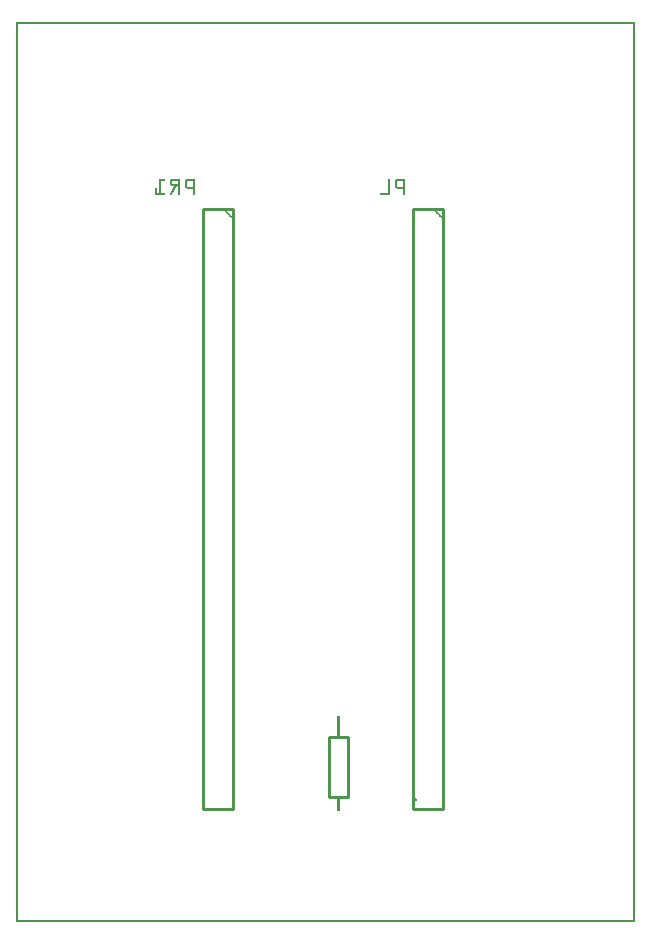
<source format=gbo>
G04 MADE WITH FRITZING*
G04 WWW.FRITZING.ORG*
G04 DOUBLE SIDED*
G04 HOLES PLATED*
G04 CONTOUR ON CENTER OF CONTOUR VECTOR*
%ASAXBY*%
%FSLAX23Y23*%
%MOIN*%
%OFA0B0*%
%SFA1.0B1.0*%
%ADD10C,0.010000*%
%ADD11R,0.001000X0.001000*%
%LNSILK0*%
G90*
G70*
G54D10*
X1044Y620D02*
X1044Y420D01*
D02*
X1044Y420D02*
X1110Y420D01*
D02*
X1110Y420D02*
X1110Y620D01*
D02*
X1110Y620D02*
X1044Y620D01*
D02*
X727Y2379D02*
X727Y379D01*
D02*
X727Y379D02*
X627Y379D01*
D02*
X627Y379D02*
X627Y2379D01*
D02*
X627Y2379D02*
X727Y2379D01*
D02*
X1427Y2379D02*
X1427Y379D01*
D02*
X1427Y379D02*
X1327Y379D01*
D02*
X1327Y379D02*
X1327Y2379D01*
D02*
X1327Y2379D02*
X1427Y2379D01*
G54D11*
X1Y3002D02*
X2066Y3002D01*
X1Y3001D02*
X2066Y3001D01*
X1Y3000D02*
X2066Y3000D01*
X1Y2999D02*
X2066Y2999D01*
X1Y2998D02*
X2066Y2998D01*
X1Y2997D02*
X2066Y2997D01*
X1Y2996D02*
X2066Y2996D01*
X1Y2995D02*
X2066Y2995D01*
X1Y2994D02*
X8Y2994D01*
X2059Y2994D02*
X2066Y2994D01*
X1Y2993D02*
X8Y2993D01*
X2059Y2993D02*
X2066Y2993D01*
X1Y2992D02*
X8Y2992D01*
X2059Y2992D02*
X2066Y2992D01*
X1Y2991D02*
X8Y2991D01*
X2059Y2991D02*
X2066Y2991D01*
X1Y2990D02*
X8Y2990D01*
X2059Y2990D02*
X2066Y2990D01*
X1Y2989D02*
X8Y2989D01*
X2059Y2989D02*
X2066Y2989D01*
X1Y2988D02*
X8Y2988D01*
X2059Y2988D02*
X2066Y2988D01*
X1Y2987D02*
X8Y2987D01*
X2059Y2987D02*
X2066Y2987D01*
X1Y2986D02*
X8Y2986D01*
X2059Y2986D02*
X2066Y2986D01*
X1Y2985D02*
X8Y2985D01*
X2059Y2985D02*
X2066Y2985D01*
X1Y2984D02*
X8Y2984D01*
X2059Y2984D02*
X2066Y2984D01*
X1Y2983D02*
X8Y2983D01*
X2059Y2983D02*
X2066Y2983D01*
X1Y2982D02*
X8Y2982D01*
X2059Y2982D02*
X2066Y2982D01*
X1Y2981D02*
X8Y2981D01*
X2059Y2981D02*
X2066Y2981D01*
X1Y2980D02*
X8Y2980D01*
X2059Y2980D02*
X2066Y2980D01*
X1Y2979D02*
X8Y2979D01*
X2059Y2979D02*
X2066Y2979D01*
X1Y2978D02*
X8Y2978D01*
X2059Y2978D02*
X2066Y2978D01*
X1Y2977D02*
X8Y2977D01*
X2059Y2977D02*
X2066Y2977D01*
X1Y2976D02*
X8Y2976D01*
X2059Y2976D02*
X2066Y2976D01*
X1Y2975D02*
X8Y2975D01*
X2059Y2975D02*
X2066Y2975D01*
X1Y2974D02*
X8Y2974D01*
X2059Y2974D02*
X2066Y2974D01*
X1Y2973D02*
X8Y2973D01*
X2059Y2973D02*
X2066Y2973D01*
X1Y2972D02*
X8Y2972D01*
X2059Y2972D02*
X2066Y2972D01*
X1Y2971D02*
X8Y2971D01*
X2059Y2971D02*
X2066Y2971D01*
X1Y2970D02*
X8Y2970D01*
X2059Y2970D02*
X2066Y2970D01*
X1Y2969D02*
X8Y2969D01*
X2059Y2969D02*
X2066Y2969D01*
X1Y2968D02*
X8Y2968D01*
X2059Y2968D02*
X2066Y2968D01*
X1Y2967D02*
X8Y2967D01*
X2059Y2967D02*
X2066Y2967D01*
X1Y2966D02*
X8Y2966D01*
X2059Y2966D02*
X2066Y2966D01*
X1Y2965D02*
X8Y2965D01*
X2059Y2965D02*
X2066Y2965D01*
X1Y2964D02*
X8Y2964D01*
X2059Y2964D02*
X2066Y2964D01*
X1Y2963D02*
X8Y2963D01*
X2059Y2963D02*
X2066Y2963D01*
X1Y2962D02*
X8Y2962D01*
X2059Y2962D02*
X2066Y2962D01*
X1Y2961D02*
X8Y2961D01*
X2059Y2961D02*
X2066Y2961D01*
X1Y2960D02*
X8Y2960D01*
X2059Y2960D02*
X2066Y2960D01*
X1Y2959D02*
X8Y2959D01*
X2059Y2959D02*
X2066Y2959D01*
X1Y2958D02*
X8Y2958D01*
X2059Y2958D02*
X2066Y2958D01*
X1Y2957D02*
X8Y2957D01*
X2059Y2957D02*
X2066Y2957D01*
X1Y2956D02*
X8Y2956D01*
X2059Y2956D02*
X2066Y2956D01*
X1Y2955D02*
X8Y2955D01*
X2059Y2955D02*
X2066Y2955D01*
X1Y2954D02*
X8Y2954D01*
X2059Y2954D02*
X2066Y2954D01*
X1Y2953D02*
X8Y2953D01*
X2059Y2953D02*
X2066Y2953D01*
X1Y2952D02*
X8Y2952D01*
X2059Y2952D02*
X2066Y2952D01*
X1Y2951D02*
X8Y2951D01*
X2059Y2951D02*
X2066Y2951D01*
X1Y2950D02*
X8Y2950D01*
X2059Y2950D02*
X2066Y2950D01*
X1Y2949D02*
X8Y2949D01*
X2059Y2949D02*
X2066Y2949D01*
X1Y2948D02*
X8Y2948D01*
X2059Y2948D02*
X2066Y2948D01*
X1Y2947D02*
X8Y2947D01*
X2059Y2947D02*
X2066Y2947D01*
X1Y2946D02*
X8Y2946D01*
X2059Y2946D02*
X2066Y2946D01*
X1Y2945D02*
X8Y2945D01*
X2059Y2945D02*
X2066Y2945D01*
X1Y2944D02*
X8Y2944D01*
X2059Y2944D02*
X2066Y2944D01*
X1Y2943D02*
X8Y2943D01*
X2059Y2943D02*
X2066Y2943D01*
X1Y2942D02*
X8Y2942D01*
X2059Y2942D02*
X2066Y2942D01*
X1Y2941D02*
X8Y2941D01*
X2059Y2941D02*
X2066Y2941D01*
X1Y2940D02*
X8Y2940D01*
X2059Y2940D02*
X2066Y2940D01*
X1Y2939D02*
X8Y2939D01*
X2059Y2939D02*
X2066Y2939D01*
X1Y2938D02*
X8Y2938D01*
X2059Y2938D02*
X2066Y2938D01*
X1Y2937D02*
X8Y2937D01*
X2059Y2937D02*
X2066Y2937D01*
X1Y2936D02*
X8Y2936D01*
X2059Y2936D02*
X2066Y2936D01*
X1Y2935D02*
X8Y2935D01*
X2059Y2935D02*
X2066Y2935D01*
X1Y2934D02*
X8Y2934D01*
X2059Y2934D02*
X2066Y2934D01*
X1Y2933D02*
X8Y2933D01*
X2059Y2933D02*
X2066Y2933D01*
X1Y2932D02*
X8Y2932D01*
X2059Y2932D02*
X2066Y2932D01*
X1Y2931D02*
X8Y2931D01*
X2059Y2931D02*
X2066Y2931D01*
X1Y2930D02*
X8Y2930D01*
X2059Y2930D02*
X2066Y2930D01*
X1Y2929D02*
X8Y2929D01*
X2059Y2929D02*
X2066Y2929D01*
X1Y2928D02*
X8Y2928D01*
X2059Y2928D02*
X2066Y2928D01*
X1Y2927D02*
X8Y2927D01*
X2059Y2927D02*
X2066Y2927D01*
X1Y2926D02*
X8Y2926D01*
X2059Y2926D02*
X2066Y2926D01*
X1Y2925D02*
X8Y2925D01*
X2059Y2925D02*
X2066Y2925D01*
X1Y2924D02*
X8Y2924D01*
X2059Y2924D02*
X2066Y2924D01*
X1Y2923D02*
X8Y2923D01*
X2059Y2923D02*
X2066Y2923D01*
X1Y2922D02*
X8Y2922D01*
X2059Y2922D02*
X2066Y2922D01*
X1Y2921D02*
X8Y2921D01*
X2059Y2921D02*
X2066Y2921D01*
X1Y2920D02*
X8Y2920D01*
X2059Y2920D02*
X2066Y2920D01*
X1Y2919D02*
X8Y2919D01*
X2059Y2919D02*
X2066Y2919D01*
X1Y2918D02*
X8Y2918D01*
X2059Y2918D02*
X2066Y2918D01*
X1Y2917D02*
X8Y2917D01*
X2059Y2917D02*
X2066Y2917D01*
X1Y2916D02*
X8Y2916D01*
X2059Y2916D02*
X2066Y2916D01*
X1Y2915D02*
X8Y2915D01*
X2059Y2915D02*
X2066Y2915D01*
X1Y2914D02*
X8Y2914D01*
X2059Y2914D02*
X2066Y2914D01*
X1Y2913D02*
X8Y2913D01*
X2059Y2913D02*
X2066Y2913D01*
X1Y2912D02*
X8Y2912D01*
X2059Y2912D02*
X2066Y2912D01*
X1Y2911D02*
X8Y2911D01*
X2059Y2911D02*
X2066Y2911D01*
X1Y2910D02*
X8Y2910D01*
X2059Y2910D02*
X2066Y2910D01*
X1Y2909D02*
X8Y2909D01*
X2059Y2909D02*
X2066Y2909D01*
X1Y2908D02*
X8Y2908D01*
X2059Y2908D02*
X2066Y2908D01*
X1Y2907D02*
X8Y2907D01*
X2059Y2907D02*
X2066Y2907D01*
X1Y2906D02*
X8Y2906D01*
X2059Y2906D02*
X2066Y2906D01*
X1Y2905D02*
X8Y2905D01*
X2059Y2905D02*
X2066Y2905D01*
X1Y2904D02*
X8Y2904D01*
X2059Y2904D02*
X2066Y2904D01*
X1Y2903D02*
X8Y2903D01*
X2059Y2903D02*
X2066Y2903D01*
X1Y2902D02*
X8Y2902D01*
X2059Y2902D02*
X2066Y2902D01*
X1Y2901D02*
X8Y2901D01*
X2059Y2901D02*
X2066Y2901D01*
X1Y2900D02*
X8Y2900D01*
X2059Y2900D02*
X2066Y2900D01*
X1Y2899D02*
X8Y2899D01*
X2059Y2899D02*
X2066Y2899D01*
X1Y2898D02*
X8Y2898D01*
X2059Y2898D02*
X2066Y2898D01*
X1Y2897D02*
X8Y2897D01*
X2059Y2897D02*
X2066Y2897D01*
X1Y2896D02*
X8Y2896D01*
X2059Y2896D02*
X2066Y2896D01*
X1Y2895D02*
X8Y2895D01*
X2059Y2895D02*
X2066Y2895D01*
X1Y2894D02*
X8Y2894D01*
X2059Y2894D02*
X2066Y2894D01*
X1Y2893D02*
X8Y2893D01*
X2059Y2893D02*
X2066Y2893D01*
X1Y2892D02*
X8Y2892D01*
X2059Y2892D02*
X2066Y2892D01*
X1Y2891D02*
X8Y2891D01*
X2059Y2891D02*
X2066Y2891D01*
X1Y2890D02*
X8Y2890D01*
X2059Y2890D02*
X2066Y2890D01*
X1Y2889D02*
X8Y2889D01*
X2059Y2889D02*
X2066Y2889D01*
X1Y2888D02*
X8Y2888D01*
X2059Y2888D02*
X2066Y2888D01*
X1Y2887D02*
X8Y2887D01*
X2059Y2887D02*
X2066Y2887D01*
X1Y2886D02*
X8Y2886D01*
X2059Y2886D02*
X2066Y2886D01*
X1Y2885D02*
X8Y2885D01*
X2059Y2885D02*
X2066Y2885D01*
X1Y2884D02*
X8Y2884D01*
X2059Y2884D02*
X2066Y2884D01*
X1Y2883D02*
X8Y2883D01*
X2059Y2883D02*
X2066Y2883D01*
X1Y2882D02*
X8Y2882D01*
X2059Y2882D02*
X2066Y2882D01*
X1Y2881D02*
X8Y2881D01*
X2059Y2881D02*
X2066Y2881D01*
X1Y2880D02*
X8Y2880D01*
X2059Y2880D02*
X2066Y2880D01*
X1Y2879D02*
X8Y2879D01*
X2059Y2879D02*
X2066Y2879D01*
X1Y2878D02*
X8Y2878D01*
X2059Y2878D02*
X2066Y2878D01*
X1Y2877D02*
X8Y2877D01*
X2059Y2877D02*
X2066Y2877D01*
X1Y2876D02*
X8Y2876D01*
X2059Y2876D02*
X2066Y2876D01*
X1Y2875D02*
X8Y2875D01*
X2059Y2875D02*
X2066Y2875D01*
X1Y2874D02*
X8Y2874D01*
X2059Y2874D02*
X2066Y2874D01*
X1Y2873D02*
X8Y2873D01*
X2059Y2873D02*
X2066Y2873D01*
X1Y2872D02*
X8Y2872D01*
X2059Y2872D02*
X2066Y2872D01*
X1Y2871D02*
X8Y2871D01*
X2059Y2871D02*
X2066Y2871D01*
X1Y2870D02*
X8Y2870D01*
X2059Y2870D02*
X2066Y2870D01*
X1Y2869D02*
X8Y2869D01*
X2059Y2869D02*
X2066Y2869D01*
X1Y2868D02*
X8Y2868D01*
X2059Y2868D02*
X2066Y2868D01*
X1Y2867D02*
X8Y2867D01*
X2059Y2867D02*
X2066Y2867D01*
X1Y2866D02*
X8Y2866D01*
X2059Y2866D02*
X2066Y2866D01*
X1Y2865D02*
X8Y2865D01*
X2059Y2865D02*
X2066Y2865D01*
X1Y2864D02*
X8Y2864D01*
X2059Y2864D02*
X2066Y2864D01*
X1Y2863D02*
X8Y2863D01*
X2059Y2863D02*
X2066Y2863D01*
X1Y2862D02*
X8Y2862D01*
X2059Y2862D02*
X2066Y2862D01*
X1Y2861D02*
X8Y2861D01*
X2059Y2861D02*
X2066Y2861D01*
X1Y2860D02*
X8Y2860D01*
X2059Y2860D02*
X2066Y2860D01*
X1Y2859D02*
X8Y2859D01*
X2059Y2859D02*
X2066Y2859D01*
X1Y2858D02*
X8Y2858D01*
X2059Y2858D02*
X2066Y2858D01*
X1Y2857D02*
X8Y2857D01*
X2059Y2857D02*
X2066Y2857D01*
X1Y2856D02*
X8Y2856D01*
X2059Y2856D02*
X2066Y2856D01*
X1Y2855D02*
X8Y2855D01*
X2059Y2855D02*
X2066Y2855D01*
X1Y2854D02*
X8Y2854D01*
X2059Y2854D02*
X2066Y2854D01*
X1Y2853D02*
X8Y2853D01*
X2059Y2853D02*
X2066Y2853D01*
X1Y2852D02*
X8Y2852D01*
X2059Y2852D02*
X2066Y2852D01*
X1Y2851D02*
X8Y2851D01*
X2059Y2851D02*
X2066Y2851D01*
X1Y2850D02*
X8Y2850D01*
X2059Y2850D02*
X2066Y2850D01*
X1Y2849D02*
X8Y2849D01*
X2059Y2849D02*
X2066Y2849D01*
X1Y2848D02*
X8Y2848D01*
X2059Y2848D02*
X2066Y2848D01*
X1Y2847D02*
X8Y2847D01*
X2059Y2847D02*
X2066Y2847D01*
X1Y2846D02*
X8Y2846D01*
X2059Y2846D02*
X2066Y2846D01*
X1Y2845D02*
X8Y2845D01*
X2059Y2845D02*
X2066Y2845D01*
X1Y2844D02*
X8Y2844D01*
X2059Y2844D02*
X2066Y2844D01*
X1Y2843D02*
X8Y2843D01*
X2059Y2843D02*
X2066Y2843D01*
X1Y2842D02*
X8Y2842D01*
X2059Y2842D02*
X2066Y2842D01*
X1Y2841D02*
X8Y2841D01*
X2059Y2841D02*
X2066Y2841D01*
X1Y2840D02*
X8Y2840D01*
X2059Y2840D02*
X2066Y2840D01*
X1Y2839D02*
X8Y2839D01*
X2059Y2839D02*
X2066Y2839D01*
X1Y2838D02*
X8Y2838D01*
X2059Y2838D02*
X2066Y2838D01*
X1Y2837D02*
X8Y2837D01*
X2059Y2837D02*
X2066Y2837D01*
X1Y2836D02*
X8Y2836D01*
X2059Y2836D02*
X2066Y2836D01*
X1Y2835D02*
X8Y2835D01*
X2059Y2835D02*
X2066Y2835D01*
X1Y2834D02*
X8Y2834D01*
X2059Y2834D02*
X2066Y2834D01*
X1Y2833D02*
X8Y2833D01*
X2059Y2833D02*
X2066Y2833D01*
X1Y2832D02*
X8Y2832D01*
X2059Y2832D02*
X2066Y2832D01*
X1Y2831D02*
X8Y2831D01*
X2059Y2831D02*
X2066Y2831D01*
X1Y2830D02*
X8Y2830D01*
X2059Y2830D02*
X2066Y2830D01*
X1Y2829D02*
X8Y2829D01*
X2059Y2829D02*
X2066Y2829D01*
X1Y2828D02*
X8Y2828D01*
X2059Y2828D02*
X2066Y2828D01*
X1Y2827D02*
X8Y2827D01*
X2059Y2827D02*
X2066Y2827D01*
X1Y2826D02*
X8Y2826D01*
X2059Y2826D02*
X2066Y2826D01*
X1Y2825D02*
X8Y2825D01*
X2059Y2825D02*
X2066Y2825D01*
X1Y2824D02*
X8Y2824D01*
X2059Y2824D02*
X2066Y2824D01*
X1Y2823D02*
X8Y2823D01*
X2059Y2823D02*
X2066Y2823D01*
X1Y2822D02*
X8Y2822D01*
X2059Y2822D02*
X2066Y2822D01*
X1Y2821D02*
X8Y2821D01*
X2059Y2821D02*
X2066Y2821D01*
X1Y2820D02*
X8Y2820D01*
X2059Y2820D02*
X2066Y2820D01*
X1Y2819D02*
X8Y2819D01*
X2059Y2819D02*
X2066Y2819D01*
X1Y2818D02*
X8Y2818D01*
X2059Y2818D02*
X2066Y2818D01*
X1Y2817D02*
X8Y2817D01*
X2059Y2817D02*
X2066Y2817D01*
X1Y2816D02*
X8Y2816D01*
X2059Y2816D02*
X2066Y2816D01*
X1Y2815D02*
X8Y2815D01*
X2059Y2815D02*
X2066Y2815D01*
X1Y2814D02*
X8Y2814D01*
X2059Y2814D02*
X2066Y2814D01*
X1Y2813D02*
X8Y2813D01*
X2059Y2813D02*
X2066Y2813D01*
X1Y2812D02*
X8Y2812D01*
X2059Y2812D02*
X2066Y2812D01*
X1Y2811D02*
X8Y2811D01*
X2059Y2811D02*
X2066Y2811D01*
X1Y2810D02*
X8Y2810D01*
X2059Y2810D02*
X2066Y2810D01*
X1Y2809D02*
X8Y2809D01*
X2059Y2809D02*
X2066Y2809D01*
X1Y2808D02*
X8Y2808D01*
X2059Y2808D02*
X2066Y2808D01*
X1Y2807D02*
X8Y2807D01*
X2059Y2807D02*
X2066Y2807D01*
X1Y2806D02*
X8Y2806D01*
X2059Y2806D02*
X2066Y2806D01*
X1Y2805D02*
X8Y2805D01*
X2059Y2805D02*
X2066Y2805D01*
X1Y2804D02*
X8Y2804D01*
X2059Y2804D02*
X2066Y2804D01*
X1Y2803D02*
X8Y2803D01*
X2059Y2803D02*
X2066Y2803D01*
X1Y2802D02*
X8Y2802D01*
X2059Y2802D02*
X2066Y2802D01*
X1Y2801D02*
X8Y2801D01*
X2059Y2801D02*
X2066Y2801D01*
X1Y2800D02*
X8Y2800D01*
X2059Y2800D02*
X2066Y2800D01*
X1Y2799D02*
X8Y2799D01*
X2059Y2799D02*
X2066Y2799D01*
X1Y2798D02*
X8Y2798D01*
X2059Y2798D02*
X2066Y2798D01*
X1Y2797D02*
X8Y2797D01*
X2059Y2797D02*
X2066Y2797D01*
X1Y2796D02*
X8Y2796D01*
X2059Y2796D02*
X2066Y2796D01*
X1Y2795D02*
X8Y2795D01*
X2059Y2795D02*
X2066Y2795D01*
X1Y2794D02*
X8Y2794D01*
X2059Y2794D02*
X2066Y2794D01*
X1Y2793D02*
X8Y2793D01*
X2059Y2793D02*
X2066Y2793D01*
X1Y2792D02*
X8Y2792D01*
X2059Y2792D02*
X2066Y2792D01*
X1Y2791D02*
X8Y2791D01*
X2059Y2791D02*
X2066Y2791D01*
X1Y2790D02*
X8Y2790D01*
X2059Y2790D02*
X2066Y2790D01*
X1Y2789D02*
X8Y2789D01*
X2059Y2789D02*
X2066Y2789D01*
X1Y2788D02*
X8Y2788D01*
X2059Y2788D02*
X2066Y2788D01*
X1Y2787D02*
X8Y2787D01*
X2059Y2787D02*
X2066Y2787D01*
X1Y2786D02*
X8Y2786D01*
X2059Y2786D02*
X2066Y2786D01*
X1Y2785D02*
X8Y2785D01*
X2059Y2785D02*
X2066Y2785D01*
X1Y2784D02*
X8Y2784D01*
X2059Y2784D02*
X2066Y2784D01*
X1Y2783D02*
X8Y2783D01*
X2059Y2783D02*
X2066Y2783D01*
X1Y2782D02*
X8Y2782D01*
X2059Y2782D02*
X2066Y2782D01*
X1Y2781D02*
X8Y2781D01*
X2059Y2781D02*
X2066Y2781D01*
X1Y2780D02*
X8Y2780D01*
X2059Y2780D02*
X2066Y2780D01*
X1Y2779D02*
X8Y2779D01*
X2059Y2779D02*
X2066Y2779D01*
X1Y2778D02*
X8Y2778D01*
X2059Y2778D02*
X2066Y2778D01*
X1Y2777D02*
X8Y2777D01*
X2059Y2777D02*
X2066Y2777D01*
X1Y2776D02*
X8Y2776D01*
X2059Y2776D02*
X2066Y2776D01*
X1Y2775D02*
X8Y2775D01*
X2059Y2775D02*
X2066Y2775D01*
X1Y2774D02*
X8Y2774D01*
X2059Y2774D02*
X2066Y2774D01*
X1Y2773D02*
X8Y2773D01*
X2059Y2773D02*
X2066Y2773D01*
X1Y2772D02*
X8Y2772D01*
X2059Y2772D02*
X2066Y2772D01*
X1Y2771D02*
X8Y2771D01*
X2059Y2771D02*
X2066Y2771D01*
X1Y2770D02*
X8Y2770D01*
X2059Y2770D02*
X2066Y2770D01*
X1Y2769D02*
X8Y2769D01*
X2059Y2769D02*
X2066Y2769D01*
X1Y2768D02*
X8Y2768D01*
X2059Y2768D02*
X2066Y2768D01*
X1Y2767D02*
X8Y2767D01*
X2059Y2767D02*
X2066Y2767D01*
X1Y2766D02*
X8Y2766D01*
X2059Y2766D02*
X2066Y2766D01*
X1Y2765D02*
X8Y2765D01*
X2059Y2765D02*
X2066Y2765D01*
X1Y2764D02*
X8Y2764D01*
X2059Y2764D02*
X2066Y2764D01*
X1Y2763D02*
X8Y2763D01*
X2059Y2763D02*
X2066Y2763D01*
X1Y2762D02*
X8Y2762D01*
X2059Y2762D02*
X2066Y2762D01*
X1Y2761D02*
X8Y2761D01*
X2059Y2761D02*
X2066Y2761D01*
X1Y2760D02*
X8Y2760D01*
X2059Y2760D02*
X2066Y2760D01*
X1Y2759D02*
X8Y2759D01*
X2059Y2759D02*
X2066Y2759D01*
X1Y2758D02*
X8Y2758D01*
X2059Y2758D02*
X2066Y2758D01*
X1Y2757D02*
X8Y2757D01*
X2059Y2757D02*
X2066Y2757D01*
X1Y2756D02*
X8Y2756D01*
X2059Y2756D02*
X2066Y2756D01*
X1Y2755D02*
X8Y2755D01*
X2059Y2755D02*
X2066Y2755D01*
X1Y2754D02*
X8Y2754D01*
X2059Y2754D02*
X2066Y2754D01*
X1Y2753D02*
X8Y2753D01*
X2059Y2753D02*
X2066Y2753D01*
X1Y2752D02*
X8Y2752D01*
X2059Y2752D02*
X2066Y2752D01*
X1Y2751D02*
X8Y2751D01*
X2059Y2751D02*
X2066Y2751D01*
X1Y2750D02*
X8Y2750D01*
X2059Y2750D02*
X2066Y2750D01*
X1Y2749D02*
X8Y2749D01*
X2059Y2749D02*
X2066Y2749D01*
X1Y2748D02*
X8Y2748D01*
X2059Y2748D02*
X2066Y2748D01*
X1Y2747D02*
X8Y2747D01*
X2059Y2747D02*
X2066Y2747D01*
X1Y2746D02*
X8Y2746D01*
X2059Y2746D02*
X2066Y2746D01*
X1Y2745D02*
X8Y2745D01*
X2059Y2745D02*
X2066Y2745D01*
X1Y2744D02*
X8Y2744D01*
X2059Y2744D02*
X2066Y2744D01*
X1Y2743D02*
X8Y2743D01*
X2059Y2743D02*
X2066Y2743D01*
X1Y2742D02*
X8Y2742D01*
X2059Y2742D02*
X2066Y2742D01*
X1Y2741D02*
X8Y2741D01*
X2059Y2741D02*
X2066Y2741D01*
X1Y2740D02*
X8Y2740D01*
X2059Y2740D02*
X2066Y2740D01*
X1Y2739D02*
X8Y2739D01*
X2059Y2739D02*
X2066Y2739D01*
X1Y2738D02*
X8Y2738D01*
X2059Y2738D02*
X2066Y2738D01*
X1Y2737D02*
X8Y2737D01*
X2059Y2737D02*
X2066Y2737D01*
X1Y2736D02*
X8Y2736D01*
X2059Y2736D02*
X2066Y2736D01*
X1Y2735D02*
X8Y2735D01*
X2059Y2735D02*
X2066Y2735D01*
X1Y2734D02*
X8Y2734D01*
X2059Y2734D02*
X2066Y2734D01*
X1Y2733D02*
X8Y2733D01*
X2059Y2733D02*
X2066Y2733D01*
X1Y2732D02*
X8Y2732D01*
X2059Y2732D02*
X2066Y2732D01*
X1Y2731D02*
X8Y2731D01*
X2059Y2731D02*
X2066Y2731D01*
X1Y2730D02*
X8Y2730D01*
X2059Y2730D02*
X2066Y2730D01*
X1Y2729D02*
X8Y2729D01*
X2059Y2729D02*
X2066Y2729D01*
X1Y2728D02*
X8Y2728D01*
X2059Y2728D02*
X2066Y2728D01*
X1Y2727D02*
X8Y2727D01*
X2059Y2727D02*
X2066Y2727D01*
X1Y2726D02*
X8Y2726D01*
X2059Y2726D02*
X2066Y2726D01*
X1Y2725D02*
X8Y2725D01*
X2059Y2725D02*
X2066Y2725D01*
X1Y2724D02*
X8Y2724D01*
X2059Y2724D02*
X2066Y2724D01*
X1Y2723D02*
X8Y2723D01*
X2059Y2723D02*
X2066Y2723D01*
X1Y2722D02*
X8Y2722D01*
X2059Y2722D02*
X2066Y2722D01*
X1Y2721D02*
X8Y2721D01*
X2059Y2721D02*
X2066Y2721D01*
X1Y2720D02*
X8Y2720D01*
X2059Y2720D02*
X2066Y2720D01*
X1Y2719D02*
X8Y2719D01*
X2059Y2719D02*
X2066Y2719D01*
X1Y2718D02*
X8Y2718D01*
X2059Y2718D02*
X2066Y2718D01*
X1Y2717D02*
X8Y2717D01*
X2059Y2717D02*
X2066Y2717D01*
X1Y2716D02*
X8Y2716D01*
X2059Y2716D02*
X2066Y2716D01*
X1Y2715D02*
X8Y2715D01*
X2059Y2715D02*
X2066Y2715D01*
X1Y2714D02*
X8Y2714D01*
X2059Y2714D02*
X2066Y2714D01*
X1Y2713D02*
X8Y2713D01*
X2059Y2713D02*
X2066Y2713D01*
X1Y2712D02*
X8Y2712D01*
X2059Y2712D02*
X2066Y2712D01*
X1Y2711D02*
X8Y2711D01*
X2059Y2711D02*
X2066Y2711D01*
X1Y2710D02*
X8Y2710D01*
X2059Y2710D02*
X2066Y2710D01*
X1Y2709D02*
X8Y2709D01*
X2059Y2709D02*
X2066Y2709D01*
X1Y2708D02*
X8Y2708D01*
X2059Y2708D02*
X2066Y2708D01*
X1Y2707D02*
X8Y2707D01*
X2059Y2707D02*
X2066Y2707D01*
X1Y2706D02*
X8Y2706D01*
X2059Y2706D02*
X2066Y2706D01*
X1Y2705D02*
X8Y2705D01*
X2059Y2705D02*
X2066Y2705D01*
X1Y2704D02*
X8Y2704D01*
X2059Y2704D02*
X2066Y2704D01*
X1Y2703D02*
X8Y2703D01*
X2059Y2703D02*
X2066Y2703D01*
X1Y2702D02*
X8Y2702D01*
X2059Y2702D02*
X2066Y2702D01*
X1Y2701D02*
X8Y2701D01*
X2059Y2701D02*
X2066Y2701D01*
X1Y2700D02*
X8Y2700D01*
X2059Y2700D02*
X2066Y2700D01*
X1Y2699D02*
X8Y2699D01*
X2059Y2699D02*
X2066Y2699D01*
X1Y2698D02*
X8Y2698D01*
X2059Y2698D02*
X2066Y2698D01*
X1Y2697D02*
X8Y2697D01*
X2059Y2697D02*
X2066Y2697D01*
X1Y2696D02*
X8Y2696D01*
X2059Y2696D02*
X2066Y2696D01*
X1Y2695D02*
X8Y2695D01*
X2059Y2695D02*
X2066Y2695D01*
X1Y2694D02*
X8Y2694D01*
X2059Y2694D02*
X2066Y2694D01*
X1Y2693D02*
X8Y2693D01*
X2059Y2693D02*
X2066Y2693D01*
X1Y2692D02*
X8Y2692D01*
X2059Y2692D02*
X2066Y2692D01*
X1Y2691D02*
X8Y2691D01*
X2059Y2691D02*
X2066Y2691D01*
X1Y2690D02*
X8Y2690D01*
X2059Y2690D02*
X2066Y2690D01*
X1Y2689D02*
X8Y2689D01*
X2059Y2689D02*
X2066Y2689D01*
X1Y2688D02*
X8Y2688D01*
X2059Y2688D02*
X2066Y2688D01*
X1Y2687D02*
X8Y2687D01*
X2059Y2687D02*
X2066Y2687D01*
X1Y2686D02*
X8Y2686D01*
X2059Y2686D02*
X2066Y2686D01*
X1Y2685D02*
X8Y2685D01*
X2059Y2685D02*
X2066Y2685D01*
X1Y2684D02*
X8Y2684D01*
X2059Y2684D02*
X2066Y2684D01*
X1Y2683D02*
X8Y2683D01*
X2059Y2683D02*
X2066Y2683D01*
X1Y2682D02*
X8Y2682D01*
X2059Y2682D02*
X2066Y2682D01*
X1Y2681D02*
X8Y2681D01*
X2059Y2681D02*
X2066Y2681D01*
X1Y2680D02*
X8Y2680D01*
X2059Y2680D02*
X2066Y2680D01*
X1Y2679D02*
X8Y2679D01*
X2059Y2679D02*
X2066Y2679D01*
X1Y2678D02*
X8Y2678D01*
X2059Y2678D02*
X2066Y2678D01*
X1Y2677D02*
X8Y2677D01*
X2059Y2677D02*
X2066Y2677D01*
X1Y2676D02*
X8Y2676D01*
X2059Y2676D02*
X2066Y2676D01*
X1Y2675D02*
X8Y2675D01*
X2059Y2675D02*
X2066Y2675D01*
X1Y2674D02*
X8Y2674D01*
X2059Y2674D02*
X2066Y2674D01*
X1Y2673D02*
X8Y2673D01*
X2059Y2673D02*
X2066Y2673D01*
X1Y2672D02*
X8Y2672D01*
X2059Y2672D02*
X2066Y2672D01*
X1Y2671D02*
X8Y2671D01*
X2059Y2671D02*
X2066Y2671D01*
X1Y2670D02*
X8Y2670D01*
X2059Y2670D02*
X2066Y2670D01*
X1Y2669D02*
X8Y2669D01*
X2059Y2669D02*
X2066Y2669D01*
X1Y2668D02*
X8Y2668D01*
X2059Y2668D02*
X2066Y2668D01*
X1Y2667D02*
X8Y2667D01*
X2059Y2667D02*
X2066Y2667D01*
X1Y2666D02*
X8Y2666D01*
X2059Y2666D02*
X2066Y2666D01*
X1Y2665D02*
X8Y2665D01*
X2059Y2665D02*
X2066Y2665D01*
X1Y2664D02*
X8Y2664D01*
X2059Y2664D02*
X2066Y2664D01*
X1Y2663D02*
X8Y2663D01*
X2059Y2663D02*
X2066Y2663D01*
X1Y2662D02*
X8Y2662D01*
X2059Y2662D02*
X2066Y2662D01*
X1Y2661D02*
X8Y2661D01*
X2059Y2661D02*
X2066Y2661D01*
X1Y2660D02*
X8Y2660D01*
X2059Y2660D02*
X2066Y2660D01*
X1Y2659D02*
X8Y2659D01*
X2059Y2659D02*
X2066Y2659D01*
X1Y2658D02*
X8Y2658D01*
X2059Y2658D02*
X2066Y2658D01*
X1Y2657D02*
X8Y2657D01*
X2059Y2657D02*
X2066Y2657D01*
X1Y2656D02*
X8Y2656D01*
X2059Y2656D02*
X2066Y2656D01*
X1Y2655D02*
X8Y2655D01*
X2059Y2655D02*
X2066Y2655D01*
X1Y2654D02*
X8Y2654D01*
X2059Y2654D02*
X2066Y2654D01*
X1Y2653D02*
X8Y2653D01*
X2059Y2653D02*
X2066Y2653D01*
X1Y2652D02*
X8Y2652D01*
X2059Y2652D02*
X2066Y2652D01*
X1Y2651D02*
X8Y2651D01*
X2059Y2651D02*
X2066Y2651D01*
X1Y2650D02*
X8Y2650D01*
X2059Y2650D02*
X2066Y2650D01*
X1Y2649D02*
X8Y2649D01*
X2059Y2649D02*
X2066Y2649D01*
X1Y2648D02*
X8Y2648D01*
X2059Y2648D02*
X2066Y2648D01*
X1Y2647D02*
X8Y2647D01*
X2059Y2647D02*
X2066Y2647D01*
X1Y2646D02*
X8Y2646D01*
X2059Y2646D02*
X2066Y2646D01*
X1Y2645D02*
X8Y2645D01*
X2059Y2645D02*
X2066Y2645D01*
X1Y2644D02*
X8Y2644D01*
X2059Y2644D02*
X2066Y2644D01*
X1Y2643D02*
X8Y2643D01*
X2059Y2643D02*
X2066Y2643D01*
X1Y2642D02*
X8Y2642D01*
X2059Y2642D02*
X2066Y2642D01*
X1Y2641D02*
X8Y2641D01*
X2059Y2641D02*
X2066Y2641D01*
X1Y2640D02*
X8Y2640D01*
X2059Y2640D02*
X2066Y2640D01*
X1Y2639D02*
X8Y2639D01*
X2059Y2639D02*
X2066Y2639D01*
X1Y2638D02*
X8Y2638D01*
X2059Y2638D02*
X2066Y2638D01*
X1Y2637D02*
X8Y2637D01*
X2059Y2637D02*
X2066Y2637D01*
X1Y2636D02*
X8Y2636D01*
X2059Y2636D02*
X2066Y2636D01*
X1Y2635D02*
X8Y2635D01*
X2059Y2635D02*
X2066Y2635D01*
X1Y2634D02*
X8Y2634D01*
X2059Y2634D02*
X2066Y2634D01*
X1Y2633D02*
X8Y2633D01*
X2059Y2633D02*
X2066Y2633D01*
X1Y2632D02*
X8Y2632D01*
X2059Y2632D02*
X2066Y2632D01*
X1Y2631D02*
X8Y2631D01*
X2059Y2631D02*
X2066Y2631D01*
X1Y2630D02*
X8Y2630D01*
X2059Y2630D02*
X2066Y2630D01*
X1Y2629D02*
X8Y2629D01*
X2059Y2629D02*
X2066Y2629D01*
X1Y2628D02*
X8Y2628D01*
X2059Y2628D02*
X2066Y2628D01*
X1Y2627D02*
X8Y2627D01*
X2059Y2627D02*
X2066Y2627D01*
X1Y2626D02*
X8Y2626D01*
X2059Y2626D02*
X2066Y2626D01*
X1Y2625D02*
X8Y2625D01*
X2059Y2625D02*
X2066Y2625D01*
X1Y2624D02*
X8Y2624D01*
X2059Y2624D02*
X2066Y2624D01*
X1Y2623D02*
X8Y2623D01*
X2059Y2623D02*
X2066Y2623D01*
X1Y2622D02*
X8Y2622D01*
X2059Y2622D02*
X2066Y2622D01*
X1Y2621D02*
X8Y2621D01*
X2059Y2621D02*
X2066Y2621D01*
X1Y2620D02*
X8Y2620D01*
X2059Y2620D02*
X2066Y2620D01*
X1Y2619D02*
X8Y2619D01*
X2059Y2619D02*
X2066Y2619D01*
X1Y2618D02*
X8Y2618D01*
X2059Y2618D02*
X2066Y2618D01*
X1Y2617D02*
X8Y2617D01*
X2059Y2617D02*
X2066Y2617D01*
X1Y2616D02*
X8Y2616D01*
X2059Y2616D02*
X2066Y2616D01*
X1Y2615D02*
X8Y2615D01*
X2059Y2615D02*
X2066Y2615D01*
X1Y2614D02*
X8Y2614D01*
X2059Y2614D02*
X2066Y2614D01*
X1Y2613D02*
X8Y2613D01*
X2059Y2613D02*
X2066Y2613D01*
X1Y2612D02*
X8Y2612D01*
X2059Y2612D02*
X2066Y2612D01*
X1Y2611D02*
X8Y2611D01*
X2059Y2611D02*
X2066Y2611D01*
X1Y2610D02*
X8Y2610D01*
X2059Y2610D02*
X2066Y2610D01*
X1Y2609D02*
X8Y2609D01*
X2059Y2609D02*
X2066Y2609D01*
X1Y2608D02*
X8Y2608D01*
X2059Y2608D02*
X2066Y2608D01*
X1Y2607D02*
X8Y2607D01*
X2059Y2607D02*
X2066Y2607D01*
X1Y2606D02*
X8Y2606D01*
X2059Y2606D02*
X2066Y2606D01*
X1Y2605D02*
X8Y2605D01*
X2059Y2605D02*
X2066Y2605D01*
X1Y2604D02*
X8Y2604D01*
X2059Y2604D02*
X2066Y2604D01*
X1Y2603D02*
X8Y2603D01*
X2059Y2603D02*
X2066Y2603D01*
X1Y2602D02*
X8Y2602D01*
X2059Y2602D02*
X2066Y2602D01*
X1Y2601D02*
X8Y2601D01*
X2059Y2601D02*
X2066Y2601D01*
X1Y2600D02*
X8Y2600D01*
X2059Y2600D02*
X2066Y2600D01*
X1Y2599D02*
X8Y2599D01*
X2059Y2599D02*
X2066Y2599D01*
X1Y2598D02*
X8Y2598D01*
X2059Y2598D02*
X2066Y2598D01*
X1Y2597D02*
X8Y2597D01*
X2059Y2597D02*
X2066Y2597D01*
X1Y2596D02*
X8Y2596D01*
X2059Y2596D02*
X2066Y2596D01*
X1Y2595D02*
X8Y2595D01*
X2059Y2595D02*
X2066Y2595D01*
X1Y2594D02*
X8Y2594D01*
X2059Y2594D02*
X2066Y2594D01*
X1Y2593D02*
X8Y2593D01*
X2059Y2593D02*
X2066Y2593D01*
X1Y2592D02*
X8Y2592D01*
X2059Y2592D02*
X2066Y2592D01*
X1Y2591D02*
X8Y2591D01*
X2059Y2591D02*
X2066Y2591D01*
X1Y2590D02*
X8Y2590D01*
X2059Y2590D02*
X2066Y2590D01*
X1Y2589D02*
X8Y2589D01*
X2059Y2589D02*
X2066Y2589D01*
X1Y2588D02*
X8Y2588D01*
X2059Y2588D02*
X2066Y2588D01*
X1Y2587D02*
X8Y2587D01*
X2059Y2587D02*
X2066Y2587D01*
X1Y2586D02*
X8Y2586D01*
X2059Y2586D02*
X2066Y2586D01*
X1Y2585D02*
X8Y2585D01*
X2059Y2585D02*
X2066Y2585D01*
X1Y2584D02*
X8Y2584D01*
X2059Y2584D02*
X2066Y2584D01*
X1Y2583D02*
X8Y2583D01*
X2059Y2583D02*
X2066Y2583D01*
X1Y2582D02*
X8Y2582D01*
X2059Y2582D02*
X2066Y2582D01*
X1Y2581D02*
X8Y2581D01*
X2059Y2581D02*
X2066Y2581D01*
X1Y2580D02*
X8Y2580D01*
X2059Y2580D02*
X2066Y2580D01*
X1Y2579D02*
X8Y2579D01*
X2059Y2579D02*
X2066Y2579D01*
X1Y2578D02*
X8Y2578D01*
X2059Y2578D02*
X2066Y2578D01*
X1Y2577D02*
X8Y2577D01*
X2059Y2577D02*
X2066Y2577D01*
X1Y2576D02*
X8Y2576D01*
X2059Y2576D02*
X2066Y2576D01*
X1Y2575D02*
X8Y2575D01*
X2059Y2575D02*
X2066Y2575D01*
X1Y2574D02*
X8Y2574D01*
X2059Y2574D02*
X2066Y2574D01*
X1Y2573D02*
X8Y2573D01*
X2059Y2573D02*
X2066Y2573D01*
X1Y2572D02*
X8Y2572D01*
X2059Y2572D02*
X2066Y2572D01*
X1Y2571D02*
X8Y2571D01*
X2059Y2571D02*
X2066Y2571D01*
X1Y2570D02*
X8Y2570D01*
X2059Y2570D02*
X2066Y2570D01*
X1Y2569D02*
X8Y2569D01*
X2059Y2569D02*
X2066Y2569D01*
X1Y2568D02*
X8Y2568D01*
X2059Y2568D02*
X2066Y2568D01*
X1Y2567D02*
X8Y2567D01*
X2059Y2567D02*
X2066Y2567D01*
X1Y2566D02*
X8Y2566D01*
X2059Y2566D02*
X2066Y2566D01*
X1Y2565D02*
X8Y2565D01*
X2059Y2565D02*
X2066Y2565D01*
X1Y2564D02*
X8Y2564D01*
X2059Y2564D02*
X2066Y2564D01*
X1Y2563D02*
X8Y2563D01*
X2059Y2563D02*
X2066Y2563D01*
X1Y2562D02*
X8Y2562D01*
X2059Y2562D02*
X2066Y2562D01*
X1Y2561D02*
X8Y2561D01*
X2059Y2561D02*
X2066Y2561D01*
X1Y2560D02*
X8Y2560D01*
X2059Y2560D02*
X2066Y2560D01*
X1Y2559D02*
X8Y2559D01*
X2059Y2559D02*
X2066Y2559D01*
X1Y2558D02*
X8Y2558D01*
X2059Y2558D02*
X2066Y2558D01*
X1Y2557D02*
X8Y2557D01*
X2059Y2557D02*
X2066Y2557D01*
X1Y2556D02*
X8Y2556D01*
X2059Y2556D02*
X2066Y2556D01*
X1Y2555D02*
X8Y2555D01*
X2059Y2555D02*
X2066Y2555D01*
X1Y2554D02*
X8Y2554D01*
X2059Y2554D02*
X2066Y2554D01*
X1Y2553D02*
X8Y2553D01*
X2059Y2553D02*
X2066Y2553D01*
X1Y2552D02*
X8Y2552D01*
X2059Y2552D02*
X2066Y2552D01*
X1Y2551D02*
X8Y2551D01*
X2059Y2551D02*
X2066Y2551D01*
X1Y2550D02*
X8Y2550D01*
X2059Y2550D02*
X2066Y2550D01*
X1Y2549D02*
X8Y2549D01*
X2059Y2549D02*
X2066Y2549D01*
X1Y2548D02*
X8Y2548D01*
X2059Y2548D02*
X2066Y2548D01*
X1Y2547D02*
X8Y2547D01*
X2059Y2547D02*
X2066Y2547D01*
X1Y2546D02*
X8Y2546D01*
X2059Y2546D02*
X2066Y2546D01*
X1Y2545D02*
X8Y2545D01*
X2059Y2545D02*
X2066Y2545D01*
X1Y2544D02*
X8Y2544D01*
X2059Y2544D02*
X2066Y2544D01*
X1Y2543D02*
X8Y2543D01*
X2059Y2543D02*
X2066Y2543D01*
X1Y2542D02*
X8Y2542D01*
X2059Y2542D02*
X2066Y2542D01*
X1Y2541D02*
X8Y2541D01*
X2059Y2541D02*
X2066Y2541D01*
X1Y2540D02*
X8Y2540D01*
X2059Y2540D02*
X2066Y2540D01*
X1Y2539D02*
X8Y2539D01*
X2059Y2539D02*
X2066Y2539D01*
X1Y2538D02*
X8Y2538D01*
X2059Y2538D02*
X2066Y2538D01*
X1Y2537D02*
X8Y2537D01*
X2059Y2537D02*
X2066Y2537D01*
X1Y2536D02*
X8Y2536D01*
X2059Y2536D02*
X2066Y2536D01*
X1Y2535D02*
X8Y2535D01*
X2059Y2535D02*
X2066Y2535D01*
X1Y2534D02*
X8Y2534D01*
X2059Y2534D02*
X2066Y2534D01*
X1Y2533D02*
X8Y2533D01*
X2059Y2533D02*
X2066Y2533D01*
X1Y2532D02*
X8Y2532D01*
X2059Y2532D02*
X2066Y2532D01*
X1Y2531D02*
X8Y2531D01*
X2059Y2531D02*
X2066Y2531D01*
X1Y2530D02*
X8Y2530D01*
X2059Y2530D02*
X2066Y2530D01*
X1Y2529D02*
X8Y2529D01*
X2059Y2529D02*
X2066Y2529D01*
X1Y2528D02*
X8Y2528D01*
X2059Y2528D02*
X2066Y2528D01*
X1Y2527D02*
X8Y2527D01*
X2059Y2527D02*
X2066Y2527D01*
X1Y2526D02*
X8Y2526D01*
X2059Y2526D02*
X2066Y2526D01*
X1Y2525D02*
X8Y2525D01*
X2059Y2525D02*
X2066Y2525D01*
X1Y2524D02*
X8Y2524D01*
X2059Y2524D02*
X2066Y2524D01*
X1Y2523D02*
X8Y2523D01*
X2059Y2523D02*
X2066Y2523D01*
X1Y2522D02*
X8Y2522D01*
X2059Y2522D02*
X2066Y2522D01*
X1Y2521D02*
X8Y2521D01*
X2059Y2521D02*
X2066Y2521D01*
X1Y2520D02*
X8Y2520D01*
X2059Y2520D02*
X2066Y2520D01*
X1Y2519D02*
X8Y2519D01*
X2059Y2519D02*
X2066Y2519D01*
X1Y2518D02*
X8Y2518D01*
X2059Y2518D02*
X2066Y2518D01*
X1Y2517D02*
X8Y2517D01*
X2059Y2517D02*
X2066Y2517D01*
X1Y2516D02*
X8Y2516D01*
X2059Y2516D02*
X2066Y2516D01*
X1Y2515D02*
X8Y2515D01*
X2059Y2515D02*
X2066Y2515D01*
X1Y2514D02*
X8Y2514D01*
X2059Y2514D02*
X2066Y2514D01*
X1Y2513D02*
X8Y2513D01*
X2059Y2513D02*
X2066Y2513D01*
X1Y2512D02*
X8Y2512D01*
X2059Y2512D02*
X2066Y2512D01*
X1Y2511D02*
X8Y2511D01*
X2059Y2511D02*
X2066Y2511D01*
X1Y2510D02*
X8Y2510D01*
X2059Y2510D02*
X2066Y2510D01*
X1Y2509D02*
X8Y2509D01*
X2059Y2509D02*
X2066Y2509D01*
X1Y2508D02*
X8Y2508D01*
X2059Y2508D02*
X2066Y2508D01*
X1Y2507D02*
X8Y2507D01*
X2059Y2507D02*
X2066Y2507D01*
X1Y2506D02*
X8Y2506D01*
X2059Y2506D02*
X2066Y2506D01*
X1Y2505D02*
X8Y2505D01*
X2059Y2505D02*
X2066Y2505D01*
X1Y2504D02*
X8Y2504D01*
X2059Y2504D02*
X2066Y2504D01*
X1Y2503D02*
X8Y2503D01*
X2059Y2503D02*
X2066Y2503D01*
X1Y2502D02*
X8Y2502D01*
X2059Y2502D02*
X2066Y2502D01*
X1Y2501D02*
X8Y2501D01*
X2059Y2501D02*
X2066Y2501D01*
X1Y2500D02*
X8Y2500D01*
X2059Y2500D02*
X2066Y2500D01*
X1Y2499D02*
X8Y2499D01*
X2059Y2499D02*
X2066Y2499D01*
X1Y2498D02*
X8Y2498D01*
X2059Y2498D02*
X2066Y2498D01*
X1Y2497D02*
X8Y2497D01*
X2059Y2497D02*
X2066Y2497D01*
X1Y2496D02*
X8Y2496D01*
X2059Y2496D02*
X2066Y2496D01*
X1Y2495D02*
X8Y2495D01*
X2059Y2495D02*
X2066Y2495D01*
X1Y2494D02*
X8Y2494D01*
X2059Y2494D02*
X2066Y2494D01*
X1Y2493D02*
X8Y2493D01*
X2059Y2493D02*
X2066Y2493D01*
X1Y2492D02*
X8Y2492D01*
X2059Y2492D02*
X2066Y2492D01*
X1Y2491D02*
X8Y2491D01*
X2059Y2491D02*
X2066Y2491D01*
X1Y2490D02*
X8Y2490D01*
X2059Y2490D02*
X2066Y2490D01*
X1Y2489D02*
X8Y2489D01*
X2059Y2489D02*
X2066Y2489D01*
X1Y2488D02*
X8Y2488D01*
X2059Y2488D02*
X2066Y2488D01*
X1Y2487D02*
X8Y2487D01*
X2059Y2487D02*
X2066Y2487D01*
X1Y2486D02*
X8Y2486D01*
X2059Y2486D02*
X2066Y2486D01*
X1Y2485D02*
X8Y2485D01*
X2059Y2485D02*
X2066Y2485D01*
X1Y2484D02*
X8Y2484D01*
X2059Y2484D02*
X2066Y2484D01*
X1Y2483D02*
X8Y2483D01*
X2059Y2483D02*
X2066Y2483D01*
X1Y2482D02*
X8Y2482D01*
X2059Y2482D02*
X2066Y2482D01*
X1Y2481D02*
X8Y2481D01*
X2059Y2481D02*
X2066Y2481D01*
X1Y2480D02*
X8Y2480D01*
X2059Y2480D02*
X2066Y2480D01*
X1Y2479D02*
X8Y2479D01*
X479Y2479D02*
X496Y2479D01*
X524Y2479D02*
X549Y2479D01*
X574Y2479D02*
X599Y2479D01*
X1245Y2479D02*
X1246Y2479D01*
X1274Y2479D02*
X1298Y2479D01*
X2059Y2479D02*
X2066Y2479D01*
X1Y2478D02*
X8Y2478D01*
X479Y2478D02*
X498Y2478D01*
X521Y2478D02*
X549Y2478D01*
X571Y2478D02*
X599Y2478D01*
X1244Y2478D02*
X1248Y2478D01*
X1271Y2478D02*
X1299Y2478D01*
X2059Y2478D02*
X2066Y2478D01*
X1Y2477D02*
X8Y2477D01*
X479Y2477D02*
X498Y2477D01*
X519Y2477D02*
X549Y2477D01*
X569Y2477D02*
X599Y2477D01*
X1243Y2477D02*
X1248Y2477D01*
X1269Y2477D02*
X1299Y2477D01*
X2059Y2477D02*
X2066Y2477D01*
X1Y2476D02*
X8Y2476D01*
X479Y2476D02*
X499Y2476D01*
X518Y2476D02*
X549Y2476D01*
X568Y2476D02*
X599Y2476D01*
X1243Y2476D02*
X1249Y2476D01*
X1268Y2476D02*
X1299Y2476D01*
X2059Y2476D02*
X2066Y2476D01*
X1Y2475D02*
X8Y2475D01*
X479Y2475D02*
X499Y2475D01*
X517Y2475D02*
X549Y2475D01*
X567Y2475D02*
X599Y2475D01*
X1243Y2475D02*
X1249Y2475D01*
X1267Y2475D02*
X1299Y2475D01*
X2059Y2475D02*
X2066Y2475D01*
X1Y2474D02*
X8Y2474D01*
X479Y2474D02*
X498Y2474D01*
X517Y2474D02*
X549Y2474D01*
X567Y2474D02*
X599Y2474D01*
X1243Y2474D02*
X1249Y2474D01*
X1267Y2474D02*
X1299Y2474D01*
X2059Y2474D02*
X2066Y2474D01*
X1Y2473D02*
X8Y2473D01*
X479Y2473D02*
X497Y2473D01*
X516Y2473D02*
X549Y2473D01*
X566Y2473D02*
X599Y2473D01*
X1243Y2473D02*
X1249Y2473D01*
X1266Y2473D02*
X1299Y2473D01*
X2059Y2473D02*
X2066Y2473D01*
X1Y2472D02*
X8Y2472D01*
X479Y2472D02*
X485Y2472D01*
X516Y2472D02*
X524Y2472D01*
X543Y2472D02*
X549Y2472D01*
X566Y2472D02*
X574Y2472D01*
X593Y2472D02*
X599Y2472D01*
X1243Y2472D02*
X1249Y2472D01*
X1266Y2472D02*
X1274Y2472D01*
X1292Y2472D02*
X1299Y2472D01*
X2059Y2472D02*
X2066Y2472D01*
X1Y2471D02*
X8Y2471D01*
X479Y2471D02*
X485Y2471D01*
X515Y2471D02*
X522Y2471D01*
X543Y2471D02*
X549Y2471D01*
X565Y2471D02*
X572Y2471D01*
X593Y2471D02*
X599Y2471D01*
X1243Y2471D02*
X1249Y2471D01*
X1265Y2471D02*
X1272Y2471D01*
X1293Y2471D02*
X1299Y2471D01*
X2059Y2471D02*
X2066Y2471D01*
X1Y2470D02*
X8Y2470D01*
X479Y2470D02*
X485Y2470D01*
X515Y2470D02*
X521Y2470D01*
X543Y2470D02*
X549Y2470D01*
X565Y2470D02*
X571Y2470D01*
X593Y2470D02*
X599Y2470D01*
X1243Y2470D02*
X1249Y2470D01*
X1265Y2470D02*
X1271Y2470D01*
X1293Y2470D02*
X1299Y2470D01*
X2059Y2470D02*
X2066Y2470D01*
X1Y2469D02*
X8Y2469D01*
X479Y2469D02*
X485Y2469D01*
X515Y2469D02*
X521Y2469D01*
X543Y2469D02*
X549Y2469D01*
X565Y2469D02*
X571Y2469D01*
X593Y2469D02*
X599Y2469D01*
X1243Y2469D02*
X1249Y2469D01*
X1265Y2469D02*
X1271Y2469D01*
X1293Y2469D02*
X1299Y2469D01*
X2059Y2469D02*
X2066Y2469D01*
X1Y2468D02*
X8Y2468D01*
X479Y2468D02*
X485Y2468D01*
X515Y2468D02*
X521Y2468D01*
X543Y2468D02*
X549Y2468D01*
X565Y2468D02*
X571Y2468D01*
X593Y2468D02*
X599Y2468D01*
X1243Y2468D02*
X1249Y2468D01*
X1265Y2468D02*
X1271Y2468D01*
X1293Y2468D02*
X1299Y2468D01*
X2059Y2468D02*
X2066Y2468D01*
X1Y2467D02*
X8Y2467D01*
X479Y2467D02*
X485Y2467D01*
X515Y2467D02*
X521Y2467D01*
X543Y2467D02*
X549Y2467D01*
X565Y2467D02*
X571Y2467D01*
X593Y2467D02*
X599Y2467D01*
X1243Y2467D02*
X1249Y2467D01*
X1265Y2467D02*
X1271Y2467D01*
X1293Y2467D02*
X1299Y2467D01*
X2059Y2467D02*
X2066Y2467D01*
X1Y2466D02*
X8Y2466D01*
X479Y2466D02*
X485Y2466D01*
X515Y2466D02*
X521Y2466D01*
X543Y2466D02*
X549Y2466D01*
X565Y2466D02*
X571Y2466D01*
X593Y2466D02*
X599Y2466D01*
X1243Y2466D02*
X1249Y2466D01*
X1265Y2466D02*
X1271Y2466D01*
X1293Y2466D02*
X1299Y2466D01*
X2059Y2466D02*
X2066Y2466D01*
X1Y2465D02*
X8Y2465D01*
X479Y2465D02*
X485Y2465D01*
X515Y2465D02*
X521Y2465D01*
X543Y2465D02*
X549Y2465D01*
X565Y2465D02*
X571Y2465D01*
X593Y2465D02*
X599Y2465D01*
X1243Y2465D02*
X1249Y2465D01*
X1265Y2465D02*
X1271Y2465D01*
X1293Y2465D02*
X1299Y2465D01*
X2059Y2465D02*
X2066Y2465D01*
X1Y2464D02*
X8Y2464D01*
X479Y2464D02*
X485Y2464D01*
X515Y2464D02*
X521Y2464D01*
X543Y2464D02*
X549Y2464D01*
X565Y2464D02*
X571Y2464D01*
X593Y2464D02*
X599Y2464D01*
X1243Y2464D02*
X1249Y2464D01*
X1265Y2464D02*
X1271Y2464D01*
X1293Y2464D02*
X1299Y2464D01*
X2059Y2464D02*
X2066Y2464D01*
X1Y2463D02*
X8Y2463D01*
X479Y2463D02*
X485Y2463D01*
X515Y2463D02*
X522Y2463D01*
X543Y2463D02*
X549Y2463D01*
X565Y2463D02*
X571Y2463D01*
X593Y2463D02*
X599Y2463D01*
X1243Y2463D02*
X1249Y2463D01*
X1265Y2463D02*
X1271Y2463D01*
X1293Y2463D02*
X1299Y2463D01*
X2059Y2463D02*
X2066Y2463D01*
X1Y2462D02*
X8Y2462D01*
X479Y2462D02*
X485Y2462D01*
X516Y2462D02*
X523Y2462D01*
X543Y2462D02*
X549Y2462D01*
X565Y2462D02*
X571Y2462D01*
X593Y2462D02*
X599Y2462D01*
X1243Y2462D02*
X1249Y2462D01*
X1265Y2462D02*
X1271Y2462D01*
X1293Y2462D02*
X1299Y2462D01*
X2059Y2462D02*
X2066Y2462D01*
X1Y2461D02*
X8Y2461D01*
X479Y2461D02*
X485Y2461D01*
X516Y2461D02*
X549Y2461D01*
X565Y2461D02*
X571Y2461D01*
X593Y2461D02*
X599Y2461D01*
X1243Y2461D02*
X1249Y2461D01*
X1265Y2461D02*
X1271Y2461D01*
X1293Y2461D02*
X1299Y2461D01*
X2059Y2461D02*
X2066Y2461D01*
X1Y2460D02*
X8Y2460D01*
X479Y2460D02*
X485Y2460D01*
X517Y2460D02*
X549Y2460D01*
X565Y2460D02*
X571Y2460D01*
X593Y2460D02*
X599Y2460D01*
X1243Y2460D02*
X1249Y2460D01*
X1265Y2460D02*
X1271Y2460D01*
X1293Y2460D02*
X1299Y2460D01*
X2059Y2460D02*
X2066Y2460D01*
X1Y2459D02*
X8Y2459D01*
X479Y2459D02*
X485Y2459D01*
X517Y2459D02*
X549Y2459D01*
X565Y2459D02*
X571Y2459D01*
X593Y2459D02*
X599Y2459D01*
X1243Y2459D02*
X1249Y2459D01*
X1265Y2459D02*
X1271Y2459D01*
X1293Y2459D02*
X1299Y2459D01*
X2059Y2459D02*
X2066Y2459D01*
X1Y2458D02*
X8Y2458D01*
X479Y2458D02*
X485Y2458D01*
X518Y2458D02*
X549Y2458D01*
X565Y2458D02*
X571Y2458D01*
X593Y2458D02*
X599Y2458D01*
X1243Y2458D02*
X1249Y2458D01*
X1265Y2458D02*
X1271Y2458D01*
X1293Y2458D02*
X1299Y2458D01*
X2059Y2458D02*
X2066Y2458D01*
X1Y2457D02*
X8Y2457D01*
X479Y2457D02*
X485Y2457D01*
X519Y2457D02*
X549Y2457D01*
X565Y2457D02*
X571Y2457D01*
X593Y2457D02*
X599Y2457D01*
X1243Y2457D02*
X1249Y2457D01*
X1265Y2457D02*
X1271Y2457D01*
X1293Y2457D02*
X1299Y2457D01*
X2059Y2457D02*
X2066Y2457D01*
X1Y2456D02*
X8Y2456D01*
X479Y2456D02*
X485Y2456D01*
X520Y2456D02*
X549Y2456D01*
X565Y2456D02*
X571Y2456D01*
X593Y2456D02*
X599Y2456D01*
X1243Y2456D02*
X1249Y2456D01*
X1265Y2456D02*
X1271Y2456D01*
X1293Y2456D02*
X1299Y2456D01*
X2059Y2456D02*
X2066Y2456D01*
X1Y2455D02*
X8Y2455D01*
X479Y2455D02*
X485Y2455D01*
X523Y2455D02*
X549Y2455D01*
X565Y2455D02*
X571Y2455D01*
X593Y2455D02*
X599Y2455D01*
X1243Y2455D02*
X1249Y2455D01*
X1265Y2455D02*
X1271Y2455D01*
X1293Y2455D02*
X1299Y2455D01*
X2059Y2455D02*
X2066Y2455D01*
X1Y2454D02*
X8Y2454D01*
X479Y2454D02*
X485Y2454D01*
X529Y2454D02*
X537Y2454D01*
X543Y2454D02*
X549Y2454D01*
X565Y2454D02*
X572Y2454D01*
X593Y2454D02*
X599Y2454D01*
X1243Y2454D02*
X1249Y2454D01*
X1265Y2454D02*
X1272Y2454D01*
X1293Y2454D02*
X1299Y2454D01*
X2059Y2454D02*
X2066Y2454D01*
X1Y2453D02*
X8Y2453D01*
X479Y2453D02*
X485Y2453D01*
X529Y2453D02*
X536Y2453D01*
X543Y2453D02*
X549Y2453D01*
X566Y2453D02*
X573Y2453D01*
X593Y2453D02*
X599Y2453D01*
X1243Y2453D02*
X1249Y2453D01*
X1266Y2453D02*
X1273Y2453D01*
X1293Y2453D02*
X1299Y2453D01*
X2059Y2453D02*
X2066Y2453D01*
X1Y2452D02*
X8Y2452D01*
X479Y2452D02*
X485Y2452D01*
X528Y2452D02*
X535Y2452D01*
X543Y2452D02*
X549Y2452D01*
X566Y2452D02*
X599Y2452D01*
X1243Y2452D02*
X1249Y2452D01*
X1266Y2452D02*
X1299Y2452D01*
X2059Y2452D02*
X2066Y2452D01*
X1Y2451D02*
X8Y2451D01*
X479Y2451D02*
X485Y2451D01*
X528Y2451D02*
X535Y2451D01*
X543Y2451D02*
X549Y2451D01*
X567Y2451D02*
X599Y2451D01*
X1243Y2451D02*
X1249Y2451D01*
X1267Y2451D02*
X1299Y2451D01*
X2059Y2451D02*
X2066Y2451D01*
X1Y2450D02*
X8Y2450D01*
X479Y2450D02*
X485Y2450D01*
X527Y2450D02*
X534Y2450D01*
X543Y2450D02*
X549Y2450D01*
X567Y2450D02*
X599Y2450D01*
X1243Y2450D02*
X1249Y2450D01*
X1267Y2450D02*
X1299Y2450D01*
X2059Y2450D02*
X2066Y2450D01*
X1Y2449D02*
X8Y2449D01*
X467Y2449D02*
X470Y2449D01*
X479Y2449D02*
X485Y2449D01*
X527Y2449D02*
X534Y2449D01*
X543Y2449D02*
X549Y2449D01*
X568Y2449D02*
X599Y2449D01*
X1243Y2449D02*
X1249Y2449D01*
X1268Y2449D02*
X1299Y2449D01*
X2059Y2449D02*
X2066Y2449D01*
X1Y2448D02*
X8Y2448D01*
X466Y2448D02*
X471Y2448D01*
X479Y2448D02*
X485Y2448D01*
X526Y2448D02*
X533Y2448D01*
X543Y2448D02*
X549Y2448D01*
X569Y2448D02*
X599Y2448D01*
X1243Y2448D02*
X1249Y2448D01*
X1269Y2448D02*
X1299Y2448D01*
X2059Y2448D02*
X2066Y2448D01*
X1Y2447D02*
X8Y2447D01*
X465Y2447D02*
X471Y2447D01*
X479Y2447D02*
X485Y2447D01*
X525Y2447D02*
X533Y2447D01*
X543Y2447D02*
X549Y2447D01*
X571Y2447D02*
X599Y2447D01*
X1243Y2447D02*
X1249Y2447D01*
X1271Y2447D02*
X1299Y2447D01*
X2059Y2447D02*
X2066Y2447D01*
X1Y2446D02*
X8Y2446D01*
X465Y2446D02*
X471Y2446D01*
X479Y2446D02*
X485Y2446D01*
X525Y2446D02*
X532Y2446D01*
X543Y2446D02*
X549Y2446D01*
X573Y2446D02*
X599Y2446D01*
X1243Y2446D02*
X1249Y2446D01*
X1273Y2446D02*
X1299Y2446D01*
X2059Y2446D02*
X2066Y2446D01*
X1Y2445D02*
X8Y2445D01*
X465Y2445D02*
X471Y2445D01*
X479Y2445D02*
X485Y2445D01*
X524Y2445D02*
X531Y2445D01*
X543Y2445D02*
X549Y2445D01*
X593Y2445D02*
X599Y2445D01*
X1243Y2445D02*
X1249Y2445D01*
X1293Y2445D02*
X1299Y2445D01*
X2059Y2445D02*
X2066Y2445D01*
X1Y2444D02*
X8Y2444D01*
X465Y2444D02*
X471Y2444D01*
X479Y2444D02*
X485Y2444D01*
X524Y2444D02*
X531Y2444D01*
X543Y2444D02*
X549Y2444D01*
X593Y2444D02*
X599Y2444D01*
X1243Y2444D02*
X1249Y2444D01*
X1293Y2444D02*
X1299Y2444D01*
X2059Y2444D02*
X2066Y2444D01*
X1Y2443D02*
X8Y2443D01*
X465Y2443D02*
X471Y2443D01*
X479Y2443D02*
X485Y2443D01*
X523Y2443D02*
X530Y2443D01*
X543Y2443D02*
X549Y2443D01*
X593Y2443D02*
X599Y2443D01*
X1243Y2443D02*
X1249Y2443D01*
X1293Y2443D02*
X1299Y2443D01*
X2059Y2443D02*
X2066Y2443D01*
X1Y2442D02*
X8Y2442D01*
X465Y2442D02*
X471Y2442D01*
X479Y2442D02*
X485Y2442D01*
X522Y2442D02*
X530Y2442D01*
X543Y2442D02*
X549Y2442D01*
X593Y2442D02*
X599Y2442D01*
X1243Y2442D02*
X1249Y2442D01*
X1293Y2442D02*
X1299Y2442D01*
X2059Y2442D02*
X2066Y2442D01*
X1Y2441D02*
X8Y2441D01*
X465Y2441D02*
X471Y2441D01*
X479Y2441D02*
X485Y2441D01*
X522Y2441D02*
X529Y2441D01*
X543Y2441D02*
X549Y2441D01*
X593Y2441D02*
X599Y2441D01*
X1243Y2441D02*
X1249Y2441D01*
X1293Y2441D02*
X1299Y2441D01*
X2059Y2441D02*
X2066Y2441D01*
X1Y2440D02*
X8Y2440D01*
X465Y2440D02*
X471Y2440D01*
X479Y2440D02*
X485Y2440D01*
X521Y2440D02*
X528Y2440D01*
X543Y2440D02*
X549Y2440D01*
X593Y2440D02*
X599Y2440D01*
X1243Y2440D02*
X1249Y2440D01*
X1293Y2440D02*
X1299Y2440D01*
X2059Y2440D02*
X2066Y2440D01*
X1Y2439D02*
X8Y2439D01*
X465Y2439D02*
X471Y2439D01*
X479Y2439D02*
X485Y2439D01*
X521Y2439D02*
X528Y2439D01*
X543Y2439D02*
X549Y2439D01*
X593Y2439D02*
X599Y2439D01*
X1243Y2439D02*
X1249Y2439D01*
X1293Y2439D02*
X1299Y2439D01*
X2059Y2439D02*
X2066Y2439D01*
X1Y2438D02*
X8Y2438D01*
X465Y2438D02*
X471Y2438D01*
X479Y2438D02*
X485Y2438D01*
X520Y2438D02*
X527Y2438D01*
X543Y2438D02*
X549Y2438D01*
X593Y2438D02*
X599Y2438D01*
X1243Y2438D02*
X1249Y2438D01*
X1293Y2438D02*
X1299Y2438D01*
X2059Y2438D02*
X2066Y2438D01*
X1Y2437D02*
X8Y2437D01*
X465Y2437D02*
X471Y2437D01*
X479Y2437D02*
X485Y2437D01*
X520Y2437D02*
X527Y2437D01*
X543Y2437D02*
X549Y2437D01*
X593Y2437D02*
X599Y2437D01*
X1243Y2437D02*
X1249Y2437D01*
X1293Y2437D02*
X1299Y2437D01*
X2059Y2437D02*
X2066Y2437D01*
X1Y2436D02*
X8Y2436D01*
X465Y2436D02*
X471Y2436D01*
X479Y2436D02*
X485Y2436D01*
X519Y2436D02*
X526Y2436D01*
X543Y2436D02*
X549Y2436D01*
X593Y2436D02*
X599Y2436D01*
X1243Y2436D02*
X1249Y2436D01*
X1293Y2436D02*
X1299Y2436D01*
X2059Y2436D02*
X2066Y2436D01*
X1Y2435D02*
X8Y2435D01*
X465Y2435D02*
X471Y2435D01*
X479Y2435D02*
X485Y2435D01*
X518Y2435D02*
X526Y2435D01*
X543Y2435D02*
X549Y2435D01*
X593Y2435D02*
X599Y2435D01*
X1243Y2435D02*
X1249Y2435D01*
X1293Y2435D02*
X1299Y2435D01*
X2059Y2435D02*
X2066Y2435D01*
X1Y2434D02*
X8Y2434D01*
X465Y2434D02*
X471Y2434D01*
X479Y2434D02*
X485Y2434D01*
X518Y2434D02*
X525Y2434D01*
X543Y2434D02*
X549Y2434D01*
X593Y2434D02*
X599Y2434D01*
X1243Y2434D02*
X1249Y2434D01*
X1293Y2434D02*
X1299Y2434D01*
X2059Y2434D02*
X2066Y2434D01*
X1Y2433D02*
X8Y2433D01*
X465Y2433D02*
X471Y2433D01*
X479Y2433D02*
X485Y2433D01*
X517Y2433D02*
X524Y2433D01*
X543Y2433D02*
X549Y2433D01*
X593Y2433D02*
X599Y2433D01*
X1243Y2433D02*
X1249Y2433D01*
X1293Y2433D02*
X1299Y2433D01*
X2059Y2433D02*
X2066Y2433D01*
X1Y2432D02*
X8Y2432D01*
X465Y2432D02*
X496Y2432D01*
X517Y2432D02*
X524Y2432D01*
X543Y2432D02*
X549Y2432D01*
X593Y2432D02*
X599Y2432D01*
X1218Y2432D02*
X1249Y2432D01*
X1293Y2432D02*
X1299Y2432D01*
X2059Y2432D02*
X2066Y2432D01*
X1Y2431D02*
X8Y2431D01*
X465Y2431D02*
X498Y2431D01*
X516Y2431D02*
X523Y2431D01*
X543Y2431D02*
X549Y2431D01*
X593Y2431D02*
X599Y2431D01*
X1216Y2431D02*
X1249Y2431D01*
X1293Y2431D02*
X1299Y2431D01*
X2059Y2431D02*
X2066Y2431D01*
X1Y2430D02*
X8Y2430D01*
X465Y2430D02*
X498Y2430D01*
X516Y2430D02*
X523Y2430D01*
X543Y2430D02*
X549Y2430D01*
X593Y2430D02*
X599Y2430D01*
X1215Y2430D02*
X1249Y2430D01*
X1293Y2430D02*
X1299Y2430D01*
X2059Y2430D02*
X2066Y2430D01*
X1Y2429D02*
X8Y2429D01*
X465Y2429D02*
X499Y2429D01*
X515Y2429D02*
X522Y2429D01*
X543Y2429D02*
X549Y2429D01*
X593Y2429D02*
X599Y2429D01*
X1215Y2429D02*
X1249Y2429D01*
X1293Y2429D02*
X1299Y2429D01*
X2059Y2429D02*
X2066Y2429D01*
X1Y2428D02*
X8Y2428D01*
X465Y2428D02*
X499Y2428D01*
X515Y2428D02*
X521Y2428D01*
X543Y2428D02*
X549Y2428D01*
X593Y2428D02*
X599Y2428D01*
X1215Y2428D02*
X1249Y2428D01*
X1293Y2428D02*
X1299Y2428D01*
X2059Y2428D02*
X2066Y2428D01*
X1Y2427D02*
X8Y2427D01*
X466Y2427D02*
X498Y2427D01*
X516Y2427D02*
X521Y2427D01*
X543Y2427D02*
X548Y2427D01*
X593Y2427D02*
X598Y2427D01*
X1216Y2427D02*
X1249Y2427D01*
X1293Y2427D02*
X1298Y2427D01*
X2059Y2427D02*
X2066Y2427D01*
X1Y2426D02*
X8Y2426D01*
X466Y2426D02*
X498Y2426D01*
X516Y2426D02*
X520Y2426D01*
X544Y2426D02*
X548Y2426D01*
X594Y2426D02*
X598Y2426D01*
X1216Y2426D02*
X1249Y2426D01*
X1294Y2426D02*
X1297Y2426D01*
X2059Y2426D02*
X2066Y2426D01*
X1Y2425D02*
X8Y2425D01*
X2059Y2425D02*
X2066Y2425D01*
X1Y2424D02*
X8Y2424D01*
X2059Y2424D02*
X2066Y2424D01*
X1Y2423D02*
X8Y2423D01*
X2059Y2423D02*
X2066Y2423D01*
X1Y2422D02*
X8Y2422D01*
X2059Y2422D02*
X2066Y2422D01*
X1Y2421D02*
X8Y2421D01*
X2059Y2421D02*
X2066Y2421D01*
X1Y2420D02*
X8Y2420D01*
X2059Y2420D02*
X2066Y2420D01*
X1Y2419D02*
X8Y2419D01*
X2059Y2419D02*
X2066Y2419D01*
X1Y2418D02*
X8Y2418D01*
X2059Y2418D02*
X2066Y2418D01*
X1Y2417D02*
X8Y2417D01*
X2059Y2417D02*
X2066Y2417D01*
X1Y2416D02*
X8Y2416D01*
X2059Y2416D02*
X2066Y2416D01*
X1Y2415D02*
X8Y2415D01*
X2059Y2415D02*
X2066Y2415D01*
X1Y2414D02*
X8Y2414D01*
X2059Y2414D02*
X2066Y2414D01*
X1Y2413D02*
X8Y2413D01*
X2059Y2413D02*
X2066Y2413D01*
X1Y2412D02*
X8Y2412D01*
X2059Y2412D02*
X2066Y2412D01*
X1Y2411D02*
X8Y2411D01*
X2059Y2411D02*
X2066Y2411D01*
X1Y2410D02*
X8Y2410D01*
X2059Y2410D02*
X2066Y2410D01*
X1Y2409D02*
X8Y2409D01*
X2059Y2409D02*
X2066Y2409D01*
X1Y2408D02*
X8Y2408D01*
X2059Y2408D02*
X2066Y2408D01*
X1Y2407D02*
X8Y2407D01*
X2059Y2407D02*
X2066Y2407D01*
X1Y2406D02*
X8Y2406D01*
X2059Y2406D02*
X2066Y2406D01*
X1Y2405D02*
X8Y2405D01*
X2059Y2405D02*
X2066Y2405D01*
X1Y2404D02*
X8Y2404D01*
X2059Y2404D02*
X2066Y2404D01*
X1Y2403D02*
X8Y2403D01*
X2059Y2403D02*
X2066Y2403D01*
X1Y2402D02*
X8Y2402D01*
X2059Y2402D02*
X2066Y2402D01*
X1Y2401D02*
X8Y2401D01*
X2059Y2401D02*
X2066Y2401D01*
X1Y2400D02*
X8Y2400D01*
X2059Y2400D02*
X2066Y2400D01*
X1Y2399D02*
X8Y2399D01*
X2059Y2399D02*
X2066Y2399D01*
X1Y2398D02*
X8Y2398D01*
X2059Y2398D02*
X2066Y2398D01*
X1Y2397D02*
X8Y2397D01*
X2059Y2397D02*
X2066Y2397D01*
X1Y2396D02*
X8Y2396D01*
X2059Y2396D02*
X2066Y2396D01*
X1Y2395D02*
X8Y2395D01*
X2059Y2395D02*
X2066Y2395D01*
X1Y2394D02*
X8Y2394D01*
X2059Y2394D02*
X2066Y2394D01*
X1Y2393D02*
X8Y2393D01*
X2059Y2393D02*
X2066Y2393D01*
X1Y2392D02*
X8Y2392D01*
X2059Y2392D02*
X2066Y2392D01*
X1Y2391D02*
X8Y2391D01*
X2059Y2391D02*
X2066Y2391D01*
X1Y2390D02*
X8Y2390D01*
X2059Y2390D02*
X2066Y2390D01*
X1Y2389D02*
X8Y2389D01*
X2059Y2389D02*
X2066Y2389D01*
X1Y2388D02*
X8Y2388D01*
X2059Y2388D02*
X2066Y2388D01*
X1Y2387D02*
X8Y2387D01*
X2059Y2387D02*
X2066Y2387D01*
X1Y2386D02*
X8Y2386D01*
X2059Y2386D02*
X2066Y2386D01*
X1Y2385D02*
X8Y2385D01*
X2059Y2385D02*
X2066Y2385D01*
X1Y2384D02*
X8Y2384D01*
X2059Y2384D02*
X2066Y2384D01*
X1Y2383D02*
X8Y2383D01*
X2059Y2383D02*
X2066Y2383D01*
X1Y2382D02*
X8Y2382D01*
X2059Y2382D02*
X2066Y2382D01*
X1Y2381D02*
X8Y2381D01*
X2059Y2381D02*
X2066Y2381D01*
X1Y2380D02*
X8Y2380D01*
X693Y2380D02*
X694Y2380D01*
X1393Y2380D02*
X1394Y2380D01*
X2059Y2380D02*
X2066Y2380D01*
X1Y2379D02*
X8Y2379D01*
X692Y2379D02*
X695Y2379D01*
X1392Y2379D02*
X1395Y2379D01*
X2059Y2379D02*
X2066Y2379D01*
X1Y2378D02*
X8Y2378D01*
X691Y2378D02*
X696Y2378D01*
X1391Y2378D02*
X1396Y2378D01*
X2059Y2378D02*
X2066Y2378D01*
X1Y2377D02*
X8Y2377D01*
X691Y2377D02*
X697Y2377D01*
X1391Y2377D02*
X1397Y2377D01*
X2059Y2377D02*
X2066Y2377D01*
X1Y2376D02*
X8Y2376D01*
X692Y2376D02*
X698Y2376D01*
X1392Y2376D02*
X1398Y2376D01*
X2059Y2376D02*
X2066Y2376D01*
X1Y2375D02*
X8Y2375D01*
X693Y2375D02*
X699Y2375D01*
X1393Y2375D02*
X1399Y2375D01*
X2059Y2375D02*
X2066Y2375D01*
X1Y2374D02*
X8Y2374D01*
X694Y2374D02*
X700Y2374D01*
X1394Y2374D02*
X1400Y2374D01*
X2059Y2374D02*
X2066Y2374D01*
X1Y2373D02*
X8Y2373D01*
X695Y2373D02*
X701Y2373D01*
X1395Y2373D02*
X1401Y2373D01*
X2059Y2373D02*
X2066Y2373D01*
X1Y2372D02*
X8Y2372D01*
X696Y2372D02*
X702Y2372D01*
X1396Y2372D02*
X1402Y2372D01*
X2059Y2372D02*
X2066Y2372D01*
X1Y2371D02*
X8Y2371D01*
X697Y2371D02*
X703Y2371D01*
X1397Y2371D02*
X1403Y2371D01*
X2059Y2371D02*
X2066Y2371D01*
X1Y2370D02*
X8Y2370D01*
X698Y2370D02*
X704Y2370D01*
X1398Y2370D02*
X1404Y2370D01*
X2059Y2370D02*
X2066Y2370D01*
X1Y2369D02*
X8Y2369D01*
X699Y2369D02*
X705Y2369D01*
X1399Y2369D02*
X1405Y2369D01*
X2059Y2369D02*
X2066Y2369D01*
X1Y2368D02*
X8Y2368D01*
X700Y2368D02*
X706Y2368D01*
X1400Y2368D02*
X1406Y2368D01*
X2059Y2368D02*
X2066Y2368D01*
X1Y2367D02*
X8Y2367D01*
X701Y2367D02*
X707Y2367D01*
X1401Y2367D02*
X1407Y2367D01*
X2059Y2367D02*
X2066Y2367D01*
X1Y2366D02*
X8Y2366D01*
X702Y2366D02*
X708Y2366D01*
X1402Y2366D02*
X1408Y2366D01*
X2059Y2366D02*
X2066Y2366D01*
X1Y2365D02*
X8Y2365D01*
X703Y2365D02*
X709Y2365D01*
X1403Y2365D02*
X1409Y2365D01*
X2059Y2365D02*
X2066Y2365D01*
X1Y2364D02*
X8Y2364D01*
X705Y2364D02*
X710Y2364D01*
X1404Y2364D02*
X1410Y2364D01*
X2059Y2364D02*
X2066Y2364D01*
X1Y2363D02*
X8Y2363D01*
X706Y2363D02*
X711Y2363D01*
X1406Y2363D02*
X1411Y2363D01*
X2059Y2363D02*
X2066Y2363D01*
X1Y2362D02*
X8Y2362D01*
X707Y2362D02*
X712Y2362D01*
X1407Y2362D02*
X1412Y2362D01*
X2059Y2362D02*
X2066Y2362D01*
X1Y2361D02*
X8Y2361D01*
X708Y2361D02*
X713Y2361D01*
X1408Y2361D02*
X1413Y2361D01*
X2059Y2361D02*
X2066Y2361D01*
X1Y2360D02*
X8Y2360D01*
X709Y2360D02*
X714Y2360D01*
X1409Y2360D02*
X1414Y2360D01*
X2059Y2360D02*
X2066Y2360D01*
X1Y2359D02*
X8Y2359D01*
X710Y2359D02*
X715Y2359D01*
X1410Y2359D02*
X1415Y2359D01*
X2059Y2359D02*
X2066Y2359D01*
X1Y2358D02*
X8Y2358D01*
X711Y2358D02*
X716Y2358D01*
X1411Y2358D02*
X1416Y2358D01*
X2059Y2358D02*
X2066Y2358D01*
X1Y2357D02*
X8Y2357D01*
X712Y2357D02*
X717Y2357D01*
X1412Y2357D02*
X1417Y2357D01*
X2059Y2357D02*
X2066Y2357D01*
X1Y2356D02*
X8Y2356D01*
X712Y2356D02*
X718Y2356D01*
X1412Y2356D02*
X1418Y2356D01*
X2059Y2356D02*
X2066Y2356D01*
X1Y2355D02*
X8Y2355D01*
X713Y2355D02*
X719Y2355D01*
X1413Y2355D02*
X1419Y2355D01*
X2059Y2355D02*
X2066Y2355D01*
X1Y2354D02*
X8Y2354D01*
X714Y2354D02*
X720Y2354D01*
X1414Y2354D02*
X1420Y2354D01*
X2059Y2354D02*
X2066Y2354D01*
X1Y2353D02*
X8Y2353D01*
X715Y2353D02*
X721Y2353D01*
X1415Y2353D02*
X1421Y2353D01*
X2059Y2353D02*
X2066Y2353D01*
X1Y2352D02*
X8Y2352D01*
X716Y2352D02*
X722Y2352D01*
X1416Y2352D02*
X1422Y2352D01*
X2059Y2352D02*
X2066Y2352D01*
X1Y2351D02*
X8Y2351D01*
X717Y2351D02*
X723Y2351D01*
X1417Y2351D02*
X1423Y2351D01*
X2059Y2351D02*
X2066Y2351D01*
X1Y2350D02*
X8Y2350D01*
X718Y2350D02*
X724Y2350D01*
X1418Y2350D02*
X1424Y2350D01*
X2059Y2350D02*
X2066Y2350D01*
X1Y2349D02*
X8Y2349D01*
X719Y2349D02*
X725Y2349D01*
X1419Y2349D02*
X1425Y2349D01*
X2059Y2349D02*
X2066Y2349D01*
X1Y2348D02*
X8Y2348D01*
X720Y2348D02*
X726Y2348D01*
X1420Y2348D02*
X1426Y2348D01*
X2059Y2348D02*
X2066Y2348D01*
X1Y2347D02*
X8Y2347D01*
X721Y2347D02*
X727Y2347D01*
X1421Y2347D02*
X1427Y2347D01*
X2059Y2347D02*
X2066Y2347D01*
X1Y2346D02*
X8Y2346D01*
X722Y2346D02*
X728Y2346D01*
X1422Y2346D02*
X1428Y2346D01*
X2059Y2346D02*
X2066Y2346D01*
X1Y2345D02*
X8Y2345D01*
X723Y2345D02*
X727Y2345D01*
X1423Y2345D02*
X1427Y2345D01*
X2059Y2345D02*
X2066Y2345D01*
X1Y2344D02*
X8Y2344D01*
X724Y2344D02*
X726Y2344D01*
X1424Y2344D02*
X1426Y2344D01*
X2059Y2344D02*
X2066Y2344D01*
X1Y2343D02*
X8Y2343D01*
X725Y2343D02*
X725Y2343D01*
X1425Y2343D02*
X1425Y2343D01*
X2059Y2343D02*
X2066Y2343D01*
X1Y2342D02*
X8Y2342D01*
X2059Y2342D02*
X2066Y2342D01*
X1Y2341D02*
X8Y2341D01*
X2059Y2341D02*
X2066Y2341D01*
X1Y2340D02*
X8Y2340D01*
X2059Y2340D02*
X2066Y2340D01*
X1Y2339D02*
X8Y2339D01*
X2059Y2339D02*
X2066Y2339D01*
X1Y2338D02*
X8Y2338D01*
X2059Y2338D02*
X2066Y2338D01*
X1Y2337D02*
X8Y2337D01*
X2059Y2337D02*
X2066Y2337D01*
X1Y2336D02*
X8Y2336D01*
X2059Y2336D02*
X2066Y2336D01*
X1Y2335D02*
X8Y2335D01*
X2059Y2335D02*
X2066Y2335D01*
X1Y2334D02*
X8Y2334D01*
X2059Y2334D02*
X2066Y2334D01*
X1Y2333D02*
X8Y2333D01*
X2059Y2333D02*
X2066Y2333D01*
X1Y2332D02*
X8Y2332D01*
X2059Y2332D02*
X2066Y2332D01*
X1Y2331D02*
X8Y2331D01*
X2059Y2331D02*
X2066Y2331D01*
X1Y2330D02*
X8Y2330D01*
X2059Y2330D02*
X2066Y2330D01*
X1Y2329D02*
X8Y2329D01*
X2059Y2329D02*
X2066Y2329D01*
X1Y2328D02*
X8Y2328D01*
X2059Y2328D02*
X2066Y2328D01*
X1Y2327D02*
X8Y2327D01*
X2059Y2327D02*
X2066Y2327D01*
X1Y2326D02*
X8Y2326D01*
X2059Y2326D02*
X2066Y2326D01*
X1Y2325D02*
X8Y2325D01*
X2059Y2325D02*
X2066Y2325D01*
X1Y2324D02*
X8Y2324D01*
X2059Y2324D02*
X2066Y2324D01*
X1Y2323D02*
X8Y2323D01*
X2059Y2323D02*
X2066Y2323D01*
X1Y2322D02*
X8Y2322D01*
X2059Y2322D02*
X2066Y2322D01*
X1Y2321D02*
X8Y2321D01*
X2059Y2321D02*
X2066Y2321D01*
X1Y2320D02*
X8Y2320D01*
X2059Y2320D02*
X2066Y2320D01*
X1Y2319D02*
X8Y2319D01*
X2059Y2319D02*
X2066Y2319D01*
X1Y2318D02*
X8Y2318D01*
X2059Y2318D02*
X2066Y2318D01*
X1Y2317D02*
X8Y2317D01*
X2059Y2317D02*
X2066Y2317D01*
X1Y2316D02*
X8Y2316D01*
X2059Y2316D02*
X2066Y2316D01*
X1Y2315D02*
X8Y2315D01*
X2059Y2315D02*
X2066Y2315D01*
X1Y2314D02*
X8Y2314D01*
X2059Y2314D02*
X2066Y2314D01*
X1Y2313D02*
X8Y2313D01*
X2059Y2313D02*
X2066Y2313D01*
X1Y2312D02*
X8Y2312D01*
X2059Y2312D02*
X2066Y2312D01*
X1Y2311D02*
X8Y2311D01*
X2059Y2311D02*
X2066Y2311D01*
X1Y2310D02*
X8Y2310D01*
X2059Y2310D02*
X2066Y2310D01*
X1Y2309D02*
X8Y2309D01*
X2059Y2309D02*
X2066Y2309D01*
X1Y2308D02*
X8Y2308D01*
X2059Y2308D02*
X2066Y2308D01*
X1Y2307D02*
X8Y2307D01*
X2059Y2307D02*
X2066Y2307D01*
X1Y2306D02*
X8Y2306D01*
X2059Y2306D02*
X2066Y2306D01*
X1Y2305D02*
X8Y2305D01*
X2059Y2305D02*
X2066Y2305D01*
X1Y2304D02*
X8Y2304D01*
X2059Y2304D02*
X2066Y2304D01*
X1Y2303D02*
X8Y2303D01*
X2059Y2303D02*
X2066Y2303D01*
X1Y2302D02*
X8Y2302D01*
X2059Y2302D02*
X2066Y2302D01*
X1Y2301D02*
X8Y2301D01*
X2059Y2301D02*
X2066Y2301D01*
X1Y2300D02*
X8Y2300D01*
X2059Y2300D02*
X2066Y2300D01*
X1Y2299D02*
X8Y2299D01*
X2059Y2299D02*
X2066Y2299D01*
X1Y2298D02*
X8Y2298D01*
X2059Y2298D02*
X2066Y2298D01*
X1Y2297D02*
X8Y2297D01*
X2059Y2297D02*
X2066Y2297D01*
X1Y2296D02*
X8Y2296D01*
X2059Y2296D02*
X2066Y2296D01*
X1Y2295D02*
X8Y2295D01*
X2059Y2295D02*
X2066Y2295D01*
X1Y2294D02*
X8Y2294D01*
X2059Y2294D02*
X2066Y2294D01*
X1Y2293D02*
X8Y2293D01*
X2059Y2293D02*
X2066Y2293D01*
X1Y2292D02*
X8Y2292D01*
X2059Y2292D02*
X2066Y2292D01*
X1Y2291D02*
X8Y2291D01*
X2059Y2291D02*
X2066Y2291D01*
X1Y2290D02*
X8Y2290D01*
X2059Y2290D02*
X2066Y2290D01*
X1Y2289D02*
X8Y2289D01*
X2059Y2289D02*
X2066Y2289D01*
X1Y2288D02*
X8Y2288D01*
X2059Y2288D02*
X2066Y2288D01*
X1Y2287D02*
X8Y2287D01*
X2059Y2287D02*
X2066Y2287D01*
X1Y2286D02*
X8Y2286D01*
X2059Y2286D02*
X2066Y2286D01*
X1Y2285D02*
X8Y2285D01*
X2059Y2285D02*
X2066Y2285D01*
X1Y2284D02*
X8Y2284D01*
X2059Y2284D02*
X2066Y2284D01*
X1Y2283D02*
X8Y2283D01*
X2059Y2283D02*
X2066Y2283D01*
X1Y2282D02*
X8Y2282D01*
X2059Y2282D02*
X2066Y2282D01*
X1Y2281D02*
X8Y2281D01*
X2059Y2281D02*
X2066Y2281D01*
X1Y2280D02*
X8Y2280D01*
X2059Y2280D02*
X2066Y2280D01*
X1Y2279D02*
X8Y2279D01*
X2059Y2279D02*
X2066Y2279D01*
X1Y2278D02*
X8Y2278D01*
X2059Y2278D02*
X2066Y2278D01*
X1Y2277D02*
X8Y2277D01*
X2059Y2277D02*
X2066Y2277D01*
X1Y2276D02*
X8Y2276D01*
X2059Y2276D02*
X2066Y2276D01*
X1Y2275D02*
X8Y2275D01*
X2059Y2275D02*
X2066Y2275D01*
X1Y2274D02*
X8Y2274D01*
X2059Y2274D02*
X2066Y2274D01*
X1Y2273D02*
X8Y2273D01*
X2059Y2273D02*
X2066Y2273D01*
X1Y2272D02*
X8Y2272D01*
X2059Y2272D02*
X2066Y2272D01*
X1Y2271D02*
X8Y2271D01*
X2059Y2271D02*
X2066Y2271D01*
X1Y2270D02*
X8Y2270D01*
X2059Y2270D02*
X2066Y2270D01*
X1Y2269D02*
X8Y2269D01*
X2059Y2269D02*
X2066Y2269D01*
X1Y2268D02*
X8Y2268D01*
X2059Y2268D02*
X2066Y2268D01*
X1Y2267D02*
X8Y2267D01*
X2059Y2267D02*
X2066Y2267D01*
X1Y2266D02*
X8Y2266D01*
X2059Y2266D02*
X2066Y2266D01*
X1Y2265D02*
X8Y2265D01*
X2059Y2265D02*
X2066Y2265D01*
X1Y2264D02*
X8Y2264D01*
X2059Y2264D02*
X2066Y2264D01*
X1Y2263D02*
X8Y2263D01*
X2059Y2263D02*
X2066Y2263D01*
X1Y2262D02*
X8Y2262D01*
X2059Y2262D02*
X2066Y2262D01*
X1Y2261D02*
X8Y2261D01*
X2059Y2261D02*
X2066Y2261D01*
X1Y2260D02*
X8Y2260D01*
X2059Y2260D02*
X2066Y2260D01*
X1Y2259D02*
X8Y2259D01*
X2059Y2259D02*
X2066Y2259D01*
X1Y2258D02*
X8Y2258D01*
X2059Y2258D02*
X2066Y2258D01*
X1Y2257D02*
X8Y2257D01*
X2059Y2257D02*
X2066Y2257D01*
X1Y2256D02*
X8Y2256D01*
X2059Y2256D02*
X2066Y2256D01*
X1Y2255D02*
X8Y2255D01*
X2059Y2255D02*
X2066Y2255D01*
X1Y2254D02*
X8Y2254D01*
X2059Y2254D02*
X2066Y2254D01*
X1Y2253D02*
X8Y2253D01*
X2059Y2253D02*
X2066Y2253D01*
X1Y2252D02*
X8Y2252D01*
X2059Y2252D02*
X2066Y2252D01*
X1Y2251D02*
X8Y2251D01*
X2059Y2251D02*
X2066Y2251D01*
X1Y2250D02*
X8Y2250D01*
X2059Y2250D02*
X2066Y2250D01*
X1Y2249D02*
X8Y2249D01*
X2059Y2249D02*
X2066Y2249D01*
X1Y2248D02*
X8Y2248D01*
X2059Y2248D02*
X2066Y2248D01*
X1Y2247D02*
X8Y2247D01*
X2059Y2247D02*
X2066Y2247D01*
X1Y2246D02*
X8Y2246D01*
X2059Y2246D02*
X2066Y2246D01*
X1Y2245D02*
X8Y2245D01*
X2059Y2245D02*
X2066Y2245D01*
X1Y2244D02*
X8Y2244D01*
X2059Y2244D02*
X2066Y2244D01*
X1Y2243D02*
X8Y2243D01*
X2059Y2243D02*
X2066Y2243D01*
X1Y2242D02*
X8Y2242D01*
X2059Y2242D02*
X2066Y2242D01*
X1Y2241D02*
X8Y2241D01*
X2059Y2241D02*
X2066Y2241D01*
X1Y2240D02*
X8Y2240D01*
X2059Y2240D02*
X2066Y2240D01*
X1Y2239D02*
X8Y2239D01*
X2059Y2239D02*
X2066Y2239D01*
X1Y2238D02*
X8Y2238D01*
X2059Y2238D02*
X2066Y2238D01*
X1Y2237D02*
X8Y2237D01*
X2059Y2237D02*
X2066Y2237D01*
X1Y2236D02*
X8Y2236D01*
X2059Y2236D02*
X2066Y2236D01*
X1Y2235D02*
X8Y2235D01*
X2059Y2235D02*
X2066Y2235D01*
X1Y2234D02*
X8Y2234D01*
X2059Y2234D02*
X2066Y2234D01*
X1Y2233D02*
X8Y2233D01*
X2059Y2233D02*
X2066Y2233D01*
X1Y2232D02*
X8Y2232D01*
X2059Y2232D02*
X2066Y2232D01*
X1Y2231D02*
X8Y2231D01*
X2059Y2231D02*
X2066Y2231D01*
X1Y2230D02*
X8Y2230D01*
X2059Y2230D02*
X2066Y2230D01*
X1Y2229D02*
X8Y2229D01*
X2059Y2229D02*
X2066Y2229D01*
X1Y2228D02*
X8Y2228D01*
X2059Y2228D02*
X2066Y2228D01*
X1Y2227D02*
X8Y2227D01*
X2059Y2227D02*
X2066Y2227D01*
X1Y2226D02*
X8Y2226D01*
X2059Y2226D02*
X2066Y2226D01*
X1Y2225D02*
X8Y2225D01*
X2059Y2225D02*
X2066Y2225D01*
X1Y2224D02*
X8Y2224D01*
X2059Y2224D02*
X2066Y2224D01*
X1Y2223D02*
X8Y2223D01*
X2059Y2223D02*
X2066Y2223D01*
X1Y2222D02*
X8Y2222D01*
X2059Y2222D02*
X2066Y2222D01*
X1Y2221D02*
X8Y2221D01*
X2059Y2221D02*
X2066Y2221D01*
X1Y2220D02*
X8Y2220D01*
X2059Y2220D02*
X2066Y2220D01*
X1Y2219D02*
X8Y2219D01*
X2059Y2219D02*
X2066Y2219D01*
X1Y2218D02*
X8Y2218D01*
X2059Y2218D02*
X2066Y2218D01*
X1Y2217D02*
X8Y2217D01*
X2059Y2217D02*
X2066Y2217D01*
X1Y2216D02*
X8Y2216D01*
X2059Y2216D02*
X2066Y2216D01*
X1Y2215D02*
X8Y2215D01*
X2059Y2215D02*
X2066Y2215D01*
X1Y2214D02*
X8Y2214D01*
X2059Y2214D02*
X2066Y2214D01*
X1Y2213D02*
X8Y2213D01*
X2059Y2213D02*
X2066Y2213D01*
X1Y2212D02*
X8Y2212D01*
X2059Y2212D02*
X2066Y2212D01*
X1Y2211D02*
X8Y2211D01*
X2059Y2211D02*
X2066Y2211D01*
X1Y2210D02*
X8Y2210D01*
X2059Y2210D02*
X2066Y2210D01*
X1Y2209D02*
X8Y2209D01*
X2059Y2209D02*
X2066Y2209D01*
X1Y2208D02*
X8Y2208D01*
X2059Y2208D02*
X2066Y2208D01*
X1Y2207D02*
X8Y2207D01*
X2059Y2207D02*
X2066Y2207D01*
X1Y2206D02*
X8Y2206D01*
X2059Y2206D02*
X2066Y2206D01*
X1Y2205D02*
X8Y2205D01*
X2059Y2205D02*
X2066Y2205D01*
X1Y2204D02*
X8Y2204D01*
X2059Y2204D02*
X2066Y2204D01*
X1Y2203D02*
X8Y2203D01*
X2059Y2203D02*
X2066Y2203D01*
X1Y2202D02*
X8Y2202D01*
X2059Y2202D02*
X2066Y2202D01*
X1Y2201D02*
X8Y2201D01*
X2059Y2201D02*
X2066Y2201D01*
X1Y2200D02*
X8Y2200D01*
X2059Y2200D02*
X2066Y2200D01*
X1Y2199D02*
X8Y2199D01*
X2059Y2199D02*
X2066Y2199D01*
X1Y2198D02*
X8Y2198D01*
X2059Y2198D02*
X2066Y2198D01*
X1Y2197D02*
X8Y2197D01*
X2059Y2197D02*
X2066Y2197D01*
X1Y2196D02*
X8Y2196D01*
X2059Y2196D02*
X2066Y2196D01*
X1Y2195D02*
X8Y2195D01*
X2059Y2195D02*
X2066Y2195D01*
X1Y2194D02*
X8Y2194D01*
X2059Y2194D02*
X2066Y2194D01*
X1Y2193D02*
X8Y2193D01*
X2059Y2193D02*
X2066Y2193D01*
X1Y2192D02*
X8Y2192D01*
X2059Y2192D02*
X2066Y2192D01*
X1Y2191D02*
X8Y2191D01*
X2059Y2191D02*
X2066Y2191D01*
X1Y2190D02*
X8Y2190D01*
X2059Y2190D02*
X2066Y2190D01*
X1Y2189D02*
X8Y2189D01*
X2059Y2189D02*
X2066Y2189D01*
X1Y2188D02*
X8Y2188D01*
X2059Y2188D02*
X2066Y2188D01*
X1Y2187D02*
X8Y2187D01*
X2059Y2187D02*
X2066Y2187D01*
X1Y2186D02*
X8Y2186D01*
X2059Y2186D02*
X2066Y2186D01*
X1Y2185D02*
X8Y2185D01*
X2059Y2185D02*
X2066Y2185D01*
X1Y2184D02*
X8Y2184D01*
X2059Y2184D02*
X2066Y2184D01*
X1Y2183D02*
X8Y2183D01*
X2059Y2183D02*
X2066Y2183D01*
X1Y2182D02*
X8Y2182D01*
X2059Y2182D02*
X2066Y2182D01*
X1Y2181D02*
X8Y2181D01*
X2059Y2181D02*
X2066Y2181D01*
X1Y2180D02*
X8Y2180D01*
X2059Y2180D02*
X2066Y2180D01*
X1Y2179D02*
X8Y2179D01*
X2059Y2179D02*
X2066Y2179D01*
X1Y2178D02*
X8Y2178D01*
X2059Y2178D02*
X2066Y2178D01*
X1Y2177D02*
X8Y2177D01*
X2059Y2177D02*
X2066Y2177D01*
X1Y2176D02*
X8Y2176D01*
X2059Y2176D02*
X2066Y2176D01*
X1Y2175D02*
X8Y2175D01*
X2059Y2175D02*
X2066Y2175D01*
X1Y2174D02*
X8Y2174D01*
X2059Y2174D02*
X2066Y2174D01*
X1Y2173D02*
X8Y2173D01*
X2059Y2173D02*
X2066Y2173D01*
X1Y2172D02*
X8Y2172D01*
X2059Y2172D02*
X2066Y2172D01*
X1Y2171D02*
X8Y2171D01*
X2059Y2171D02*
X2066Y2171D01*
X1Y2170D02*
X8Y2170D01*
X2059Y2170D02*
X2066Y2170D01*
X1Y2169D02*
X8Y2169D01*
X2059Y2169D02*
X2066Y2169D01*
X1Y2168D02*
X8Y2168D01*
X2059Y2168D02*
X2066Y2168D01*
X1Y2167D02*
X8Y2167D01*
X2059Y2167D02*
X2066Y2167D01*
X1Y2166D02*
X8Y2166D01*
X2059Y2166D02*
X2066Y2166D01*
X1Y2165D02*
X8Y2165D01*
X2059Y2165D02*
X2066Y2165D01*
X1Y2164D02*
X8Y2164D01*
X2059Y2164D02*
X2066Y2164D01*
X1Y2163D02*
X8Y2163D01*
X2059Y2163D02*
X2066Y2163D01*
X1Y2162D02*
X8Y2162D01*
X2059Y2162D02*
X2066Y2162D01*
X1Y2161D02*
X8Y2161D01*
X2059Y2161D02*
X2066Y2161D01*
X1Y2160D02*
X8Y2160D01*
X2059Y2160D02*
X2066Y2160D01*
X1Y2159D02*
X8Y2159D01*
X2059Y2159D02*
X2066Y2159D01*
X1Y2158D02*
X8Y2158D01*
X2059Y2158D02*
X2066Y2158D01*
X1Y2157D02*
X8Y2157D01*
X2059Y2157D02*
X2066Y2157D01*
X1Y2156D02*
X8Y2156D01*
X2059Y2156D02*
X2066Y2156D01*
X1Y2155D02*
X8Y2155D01*
X2059Y2155D02*
X2066Y2155D01*
X1Y2154D02*
X8Y2154D01*
X2059Y2154D02*
X2066Y2154D01*
X1Y2153D02*
X8Y2153D01*
X2059Y2153D02*
X2066Y2153D01*
X1Y2152D02*
X8Y2152D01*
X2059Y2152D02*
X2066Y2152D01*
X1Y2151D02*
X8Y2151D01*
X2059Y2151D02*
X2066Y2151D01*
X1Y2150D02*
X8Y2150D01*
X2059Y2150D02*
X2066Y2150D01*
X1Y2149D02*
X8Y2149D01*
X2059Y2149D02*
X2066Y2149D01*
X1Y2148D02*
X8Y2148D01*
X2059Y2148D02*
X2066Y2148D01*
X1Y2147D02*
X8Y2147D01*
X2059Y2147D02*
X2066Y2147D01*
X1Y2146D02*
X8Y2146D01*
X2059Y2146D02*
X2066Y2146D01*
X1Y2145D02*
X8Y2145D01*
X2059Y2145D02*
X2066Y2145D01*
X1Y2144D02*
X8Y2144D01*
X2059Y2144D02*
X2066Y2144D01*
X1Y2143D02*
X8Y2143D01*
X2059Y2143D02*
X2066Y2143D01*
X1Y2142D02*
X8Y2142D01*
X2059Y2142D02*
X2066Y2142D01*
X1Y2141D02*
X8Y2141D01*
X2059Y2141D02*
X2066Y2141D01*
X1Y2140D02*
X8Y2140D01*
X2059Y2140D02*
X2066Y2140D01*
X1Y2139D02*
X8Y2139D01*
X2059Y2139D02*
X2066Y2139D01*
X1Y2138D02*
X8Y2138D01*
X2059Y2138D02*
X2066Y2138D01*
X1Y2137D02*
X8Y2137D01*
X2059Y2137D02*
X2066Y2137D01*
X1Y2136D02*
X8Y2136D01*
X2059Y2136D02*
X2066Y2136D01*
X1Y2135D02*
X8Y2135D01*
X2059Y2135D02*
X2066Y2135D01*
X1Y2134D02*
X8Y2134D01*
X2059Y2134D02*
X2066Y2134D01*
X1Y2133D02*
X8Y2133D01*
X2059Y2133D02*
X2066Y2133D01*
X1Y2132D02*
X8Y2132D01*
X2059Y2132D02*
X2066Y2132D01*
X1Y2131D02*
X8Y2131D01*
X2059Y2131D02*
X2066Y2131D01*
X1Y2130D02*
X8Y2130D01*
X2059Y2130D02*
X2066Y2130D01*
X1Y2129D02*
X8Y2129D01*
X2059Y2129D02*
X2066Y2129D01*
X1Y2128D02*
X8Y2128D01*
X2059Y2128D02*
X2066Y2128D01*
X1Y2127D02*
X8Y2127D01*
X2059Y2127D02*
X2066Y2127D01*
X1Y2126D02*
X8Y2126D01*
X2059Y2126D02*
X2066Y2126D01*
X1Y2125D02*
X8Y2125D01*
X2059Y2125D02*
X2066Y2125D01*
X1Y2124D02*
X8Y2124D01*
X2059Y2124D02*
X2066Y2124D01*
X1Y2123D02*
X8Y2123D01*
X2059Y2123D02*
X2066Y2123D01*
X1Y2122D02*
X8Y2122D01*
X2059Y2122D02*
X2066Y2122D01*
X1Y2121D02*
X8Y2121D01*
X2059Y2121D02*
X2066Y2121D01*
X1Y2120D02*
X8Y2120D01*
X2059Y2120D02*
X2066Y2120D01*
X1Y2119D02*
X8Y2119D01*
X2059Y2119D02*
X2066Y2119D01*
X1Y2118D02*
X8Y2118D01*
X2059Y2118D02*
X2066Y2118D01*
X1Y2117D02*
X8Y2117D01*
X2059Y2117D02*
X2066Y2117D01*
X1Y2116D02*
X8Y2116D01*
X2059Y2116D02*
X2066Y2116D01*
X1Y2115D02*
X8Y2115D01*
X2059Y2115D02*
X2066Y2115D01*
X1Y2114D02*
X8Y2114D01*
X2059Y2114D02*
X2066Y2114D01*
X1Y2113D02*
X8Y2113D01*
X2059Y2113D02*
X2066Y2113D01*
X1Y2112D02*
X8Y2112D01*
X2059Y2112D02*
X2066Y2112D01*
X1Y2111D02*
X8Y2111D01*
X2059Y2111D02*
X2066Y2111D01*
X1Y2110D02*
X8Y2110D01*
X2059Y2110D02*
X2066Y2110D01*
X1Y2109D02*
X8Y2109D01*
X2059Y2109D02*
X2066Y2109D01*
X1Y2108D02*
X8Y2108D01*
X2059Y2108D02*
X2066Y2108D01*
X1Y2107D02*
X8Y2107D01*
X2059Y2107D02*
X2066Y2107D01*
X1Y2106D02*
X8Y2106D01*
X2059Y2106D02*
X2066Y2106D01*
X1Y2105D02*
X8Y2105D01*
X2059Y2105D02*
X2066Y2105D01*
X1Y2104D02*
X8Y2104D01*
X2059Y2104D02*
X2066Y2104D01*
X1Y2103D02*
X8Y2103D01*
X2059Y2103D02*
X2066Y2103D01*
X1Y2102D02*
X8Y2102D01*
X2059Y2102D02*
X2066Y2102D01*
X1Y2101D02*
X8Y2101D01*
X2059Y2101D02*
X2066Y2101D01*
X1Y2100D02*
X8Y2100D01*
X2059Y2100D02*
X2066Y2100D01*
X1Y2099D02*
X8Y2099D01*
X2059Y2099D02*
X2066Y2099D01*
X1Y2098D02*
X8Y2098D01*
X2059Y2098D02*
X2066Y2098D01*
X1Y2097D02*
X8Y2097D01*
X2059Y2097D02*
X2066Y2097D01*
X1Y2096D02*
X8Y2096D01*
X2059Y2096D02*
X2066Y2096D01*
X1Y2095D02*
X8Y2095D01*
X2059Y2095D02*
X2066Y2095D01*
X1Y2094D02*
X8Y2094D01*
X2059Y2094D02*
X2066Y2094D01*
X1Y2093D02*
X8Y2093D01*
X2059Y2093D02*
X2066Y2093D01*
X1Y2092D02*
X8Y2092D01*
X2059Y2092D02*
X2066Y2092D01*
X1Y2091D02*
X8Y2091D01*
X2059Y2091D02*
X2066Y2091D01*
X1Y2090D02*
X8Y2090D01*
X2059Y2090D02*
X2066Y2090D01*
X1Y2089D02*
X8Y2089D01*
X2059Y2089D02*
X2066Y2089D01*
X1Y2088D02*
X8Y2088D01*
X2059Y2088D02*
X2066Y2088D01*
X1Y2087D02*
X8Y2087D01*
X2059Y2087D02*
X2066Y2087D01*
X1Y2086D02*
X8Y2086D01*
X2059Y2086D02*
X2066Y2086D01*
X1Y2085D02*
X8Y2085D01*
X2059Y2085D02*
X2066Y2085D01*
X1Y2084D02*
X8Y2084D01*
X2059Y2084D02*
X2066Y2084D01*
X1Y2083D02*
X8Y2083D01*
X2059Y2083D02*
X2066Y2083D01*
X1Y2082D02*
X8Y2082D01*
X2059Y2082D02*
X2066Y2082D01*
X1Y2081D02*
X8Y2081D01*
X2059Y2081D02*
X2066Y2081D01*
X1Y2080D02*
X8Y2080D01*
X2059Y2080D02*
X2066Y2080D01*
X1Y2079D02*
X8Y2079D01*
X2059Y2079D02*
X2066Y2079D01*
X1Y2078D02*
X8Y2078D01*
X2059Y2078D02*
X2066Y2078D01*
X1Y2077D02*
X8Y2077D01*
X2059Y2077D02*
X2066Y2077D01*
X1Y2076D02*
X8Y2076D01*
X2059Y2076D02*
X2066Y2076D01*
X1Y2075D02*
X8Y2075D01*
X2059Y2075D02*
X2066Y2075D01*
X1Y2074D02*
X8Y2074D01*
X2059Y2074D02*
X2066Y2074D01*
X1Y2073D02*
X8Y2073D01*
X2059Y2073D02*
X2066Y2073D01*
X1Y2072D02*
X8Y2072D01*
X2059Y2072D02*
X2066Y2072D01*
X1Y2071D02*
X8Y2071D01*
X2059Y2071D02*
X2066Y2071D01*
X1Y2070D02*
X8Y2070D01*
X2059Y2070D02*
X2066Y2070D01*
X1Y2069D02*
X8Y2069D01*
X2059Y2069D02*
X2066Y2069D01*
X1Y2068D02*
X8Y2068D01*
X2059Y2068D02*
X2066Y2068D01*
X1Y2067D02*
X8Y2067D01*
X2059Y2067D02*
X2066Y2067D01*
X1Y2066D02*
X8Y2066D01*
X2059Y2066D02*
X2066Y2066D01*
X1Y2065D02*
X8Y2065D01*
X2059Y2065D02*
X2066Y2065D01*
X1Y2064D02*
X8Y2064D01*
X2059Y2064D02*
X2066Y2064D01*
X1Y2063D02*
X8Y2063D01*
X2059Y2063D02*
X2066Y2063D01*
X1Y2062D02*
X8Y2062D01*
X2059Y2062D02*
X2066Y2062D01*
X1Y2061D02*
X8Y2061D01*
X2059Y2061D02*
X2066Y2061D01*
X1Y2060D02*
X8Y2060D01*
X2059Y2060D02*
X2066Y2060D01*
X1Y2059D02*
X8Y2059D01*
X2059Y2059D02*
X2066Y2059D01*
X1Y2058D02*
X8Y2058D01*
X2059Y2058D02*
X2066Y2058D01*
X1Y2057D02*
X8Y2057D01*
X2059Y2057D02*
X2066Y2057D01*
X1Y2056D02*
X8Y2056D01*
X2059Y2056D02*
X2066Y2056D01*
X1Y2055D02*
X8Y2055D01*
X2059Y2055D02*
X2066Y2055D01*
X1Y2054D02*
X8Y2054D01*
X2059Y2054D02*
X2066Y2054D01*
X1Y2053D02*
X8Y2053D01*
X2059Y2053D02*
X2066Y2053D01*
X1Y2052D02*
X8Y2052D01*
X2059Y2052D02*
X2066Y2052D01*
X1Y2051D02*
X8Y2051D01*
X2059Y2051D02*
X2066Y2051D01*
X1Y2050D02*
X8Y2050D01*
X2059Y2050D02*
X2066Y2050D01*
X1Y2049D02*
X8Y2049D01*
X2059Y2049D02*
X2066Y2049D01*
X1Y2048D02*
X8Y2048D01*
X2059Y2048D02*
X2066Y2048D01*
X1Y2047D02*
X8Y2047D01*
X2059Y2047D02*
X2066Y2047D01*
X1Y2046D02*
X8Y2046D01*
X2059Y2046D02*
X2066Y2046D01*
X1Y2045D02*
X8Y2045D01*
X2059Y2045D02*
X2066Y2045D01*
X1Y2044D02*
X8Y2044D01*
X2059Y2044D02*
X2066Y2044D01*
X1Y2043D02*
X8Y2043D01*
X2059Y2043D02*
X2066Y2043D01*
X1Y2042D02*
X8Y2042D01*
X2059Y2042D02*
X2066Y2042D01*
X1Y2041D02*
X8Y2041D01*
X2059Y2041D02*
X2066Y2041D01*
X1Y2040D02*
X8Y2040D01*
X2059Y2040D02*
X2066Y2040D01*
X1Y2039D02*
X8Y2039D01*
X2059Y2039D02*
X2066Y2039D01*
X1Y2038D02*
X8Y2038D01*
X2059Y2038D02*
X2066Y2038D01*
X1Y2037D02*
X8Y2037D01*
X2059Y2037D02*
X2066Y2037D01*
X1Y2036D02*
X8Y2036D01*
X2059Y2036D02*
X2066Y2036D01*
X1Y2035D02*
X8Y2035D01*
X2059Y2035D02*
X2066Y2035D01*
X1Y2034D02*
X8Y2034D01*
X2059Y2034D02*
X2066Y2034D01*
X1Y2033D02*
X8Y2033D01*
X2059Y2033D02*
X2066Y2033D01*
X1Y2032D02*
X8Y2032D01*
X2059Y2032D02*
X2066Y2032D01*
X1Y2031D02*
X8Y2031D01*
X2059Y2031D02*
X2066Y2031D01*
X1Y2030D02*
X8Y2030D01*
X2059Y2030D02*
X2066Y2030D01*
X1Y2029D02*
X8Y2029D01*
X2059Y2029D02*
X2066Y2029D01*
X1Y2028D02*
X8Y2028D01*
X2059Y2028D02*
X2066Y2028D01*
X1Y2027D02*
X8Y2027D01*
X2059Y2027D02*
X2066Y2027D01*
X1Y2026D02*
X8Y2026D01*
X2059Y2026D02*
X2066Y2026D01*
X1Y2025D02*
X8Y2025D01*
X2059Y2025D02*
X2066Y2025D01*
X1Y2024D02*
X8Y2024D01*
X2059Y2024D02*
X2066Y2024D01*
X1Y2023D02*
X8Y2023D01*
X2059Y2023D02*
X2066Y2023D01*
X1Y2022D02*
X8Y2022D01*
X2059Y2022D02*
X2066Y2022D01*
X1Y2021D02*
X8Y2021D01*
X2059Y2021D02*
X2066Y2021D01*
X1Y2020D02*
X8Y2020D01*
X2059Y2020D02*
X2066Y2020D01*
X1Y2019D02*
X8Y2019D01*
X2059Y2019D02*
X2066Y2019D01*
X1Y2018D02*
X8Y2018D01*
X2059Y2018D02*
X2066Y2018D01*
X1Y2017D02*
X8Y2017D01*
X2059Y2017D02*
X2066Y2017D01*
X1Y2016D02*
X8Y2016D01*
X2059Y2016D02*
X2066Y2016D01*
X1Y2015D02*
X8Y2015D01*
X2059Y2015D02*
X2066Y2015D01*
X1Y2014D02*
X8Y2014D01*
X2059Y2014D02*
X2066Y2014D01*
X1Y2013D02*
X8Y2013D01*
X2059Y2013D02*
X2066Y2013D01*
X1Y2012D02*
X8Y2012D01*
X2059Y2012D02*
X2066Y2012D01*
X1Y2011D02*
X8Y2011D01*
X2059Y2011D02*
X2066Y2011D01*
X1Y2010D02*
X8Y2010D01*
X2059Y2010D02*
X2066Y2010D01*
X1Y2009D02*
X8Y2009D01*
X2059Y2009D02*
X2066Y2009D01*
X1Y2008D02*
X8Y2008D01*
X2059Y2008D02*
X2066Y2008D01*
X1Y2007D02*
X8Y2007D01*
X2059Y2007D02*
X2066Y2007D01*
X1Y2006D02*
X8Y2006D01*
X2059Y2006D02*
X2066Y2006D01*
X1Y2005D02*
X8Y2005D01*
X2059Y2005D02*
X2066Y2005D01*
X1Y2004D02*
X8Y2004D01*
X2059Y2004D02*
X2066Y2004D01*
X1Y2003D02*
X8Y2003D01*
X2059Y2003D02*
X2066Y2003D01*
X1Y2002D02*
X8Y2002D01*
X2059Y2002D02*
X2066Y2002D01*
X1Y2001D02*
X8Y2001D01*
X2059Y2001D02*
X2066Y2001D01*
X1Y2000D02*
X8Y2000D01*
X2059Y2000D02*
X2066Y2000D01*
X1Y1999D02*
X8Y1999D01*
X2059Y1999D02*
X2066Y1999D01*
X1Y1998D02*
X8Y1998D01*
X2059Y1998D02*
X2066Y1998D01*
X1Y1997D02*
X8Y1997D01*
X2059Y1997D02*
X2066Y1997D01*
X1Y1996D02*
X8Y1996D01*
X2059Y1996D02*
X2066Y1996D01*
X1Y1995D02*
X8Y1995D01*
X2059Y1995D02*
X2066Y1995D01*
X1Y1994D02*
X8Y1994D01*
X2059Y1994D02*
X2066Y1994D01*
X1Y1993D02*
X8Y1993D01*
X2059Y1993D02*
X2066Y1993D01*
X1Y1992D02*
X8Y1992D01*
X2059Y1992D02*
X2066Y1992D01*
X1Y1991D02*
X8Y1991D01*
X2059Y1991D02*
X2066Y1991D01*
X1Y1990D02*
X8Y1990D01*
X2059Y1990D02*
X2066Y1990D01*
X1Y1989D02*
X8Y1989D01*
X2059Y1989D02*
X2066Y1989D01*
X1Y1988D02*
X8Y1988D01*
X2059Y1988D02*
X2066Y1988D01*
X1Y1987D02*
X8Y1987D01*
X2059Y1987D02*
X2066Y1987D01*
X1Y1986D02*
X8Y1986D01*
X2059Y1986D02*
X2066Y1986D01*
X1Y1985D02*
X8Y1985D01*
X2059Y1985D02*
X2066Y1985D01*
X1Y1984D02*
X8Y1984D01*
X2059Y1984D02*
X2066Y1984D01*
X1Y1983D02*
X8Y1983D01*
X2059Y1983D02*
X2066Y1983D01*
X1Y1982D02*
X8Y1982D01*
X2059Y1982D02*
X2066Y1982D01*
X1Y1981D02*
X8Y1981D01*
X2059Y1981D02*
X2066Y1981D01*
X1Y1980D02*
X8Y1980D01*
X2059Y1980D02*
X2066Y1980D01*
X1Y1979D02*
X8Y1979D01*
X2059Y1979D02*
X2066Y1979D01*
X1Y1978D02*
X8Y1978D01*
X2059Y1978D02*
X2066Y1978D01*
X1Y1977D02*
X8Y1977D01*
X2059Y1977D02*
X2066Y1977D01*
X1Y1976D02*
X8Y1976D01*
X2059Y1976D02*
X2066Y1976D01*
X1Y1975D02*
X8Y1975D01*
X2059Y1975D02*
X2066Y1975D01*
X1Y1974D02*
X8Y1974D01*
X2059Y1974D02*
X2066Y1974D01*
X1Y1973D02*
X8Y1973D01*
X2059Y1973D02*
X2066Y1973D01*
X1Y1972D02*
X8Y1972D01*
X2059Y1972D02*
X2066Y1972D01*
X1Y1971D02*
X8Y1971D01*
X2059Y1971D02*
X2066Y1971D01*
X1Y1970D02*
X8Y1970D01*
X2059Y1970D02*
X2066Y1970D01*
X1Y1969D02*
X8Y1969D01*
X2059Y1969D02*
X2066Y1969D01*
X1Y1968D02*
X8Y1968D01*
X2059Y1968D02*
X2066Y1968D01*
X1Y1967D02*
X8Y1967D01*
X2059Y1967D02*
X2066Y1967D01*
X1Y1966D02*
X8Y1966D01*
X2059Y1966D02*
X2066Y1966D01*
X1Y1965D02*
X8Y1965D01*
X2059Y1965D02*
X2066Y1965D01*
X1Y1964D02*
X8Y1964D01*
X2059Y1964D02*
X2066Y1964D01*
X1Y1963D02*
X8Y1963D01*
X2059Y1963D02*
X2066Y1963D01*
X1Y1962D02*
X8Y1962D01*
X2059Y1962D02*
X2066Y1962D01*
X1Y1961D02*
X8Y1961D01*
X2059Y1961D02*
X2066Y1961D01*
X1Y1960D02*
X8Y1960D01*
X2059Y1960D02*
X2066Y1960D01*
X1Y1959D02*
X8Y1959D01*
X2059Y1959D02*
X2066Y1959D01*
X1Y1958D02*
X8Y1958D01*
X2059Y1958D02*
X2066Y1958D01*
X1Y1957D02*
X8Y1957D01*
X2059Y1957D02*
X2066Y1957D01*
X1Y1956D02*
X8Y1956D01*
X2059Y1956D02*
X2066Y1956D01*
X1Y1955D02*
X8Y1955D01*
X2059Y1955D02*
X2066Y1955D01*
X1Y1954D02*
X8Y1954D01*
X2059Y1954D02*
X2066Y1954D01*
X1Y1953D02*
X8Y1953D01*
X2059Y1953D02*
X2066Y1953D01*
X1Y1952D02*
X8Y1952D01*
X2059Y1952D02*
X2066Y1952D01*
X1Y1951D02*
X8Y1951D01*
X2059Y1951D02*
X2066Y1951D01*
X1Y1950D02*
X8Y1950D01*
X2059Y1950D02*
X2066Y1950D01*
X1Y1949D02*
X8Y1949D01*
X2059Y1949D02*
X2066Y1949D01*
X1Y1948D02*
X8Y1948D01*
X2059Y1948D02*
X2066Y1948D01*
X1Y1947D02*
X8Y1947D01*
X2059Y1947D02*
X2066Y1947D01*
X1Y1946D02*
X8Y1946D01*
X2059Y1946D02*
X2066Y1946D01*
X1Y1945D02*
X8Y1945D01*
X2059Y1945D02*
X2066Y1945D01*
X1Y1944D02*
X8Y1944D01*
X2059Y1944D02*
X2066Y1944D01*
X1Y1943D02*
X8Y1943D01*
X2059Y1943D02*
X2066Y1943D01*
X1Y1942D02*
X8Y1942D01*
X2059Y1942D02*
X2066Y1942D01*
X1Y1941D02*
X8Y1941D01*
X2059Y1941D02*
X2066Y1941D01*
X1Y1940D02*
X8Y1940D01*
X2059Y1940D02*
X2066Y1940D01*
X1Y1939D02*
X8Y1939D01*
X2059Y1939D02*
X2066Y1939D01*
X1Y1938D02*
X8Y1938D01*
X2059Y1938D02*
X2066Y1938D01*
X1Y1937D02*
X8Y1937D01*
X2059Y1937D02*
X2066Y1937D01*
X1Y1936D02*
X8Y1936D01*
X2059Y1936D02*
X2066Y1936D01*
X1Y1935D02*
X8Y1935D01*
X2059Y1935D02*
X2066Y1935D01*
X1Y1934D02*
X8Y1934D01*
X2059Y1934D02*
X2066Y1934D01*
X1Y1933D02*
X8Y1933D01*
X2059Y1933D02*
X2066Y1933D01*
X1Y1932D02*
X8Y1932D01*
X2059Y1932D02*
X2066Y1932D01*
X1Y1931D02*
X8Y1931D01*
X2059Y1931D02*
X2066Y1931D01*
X1Y1930D02*
X8Y1930D01*
X2059Y1930D02*
X2066Y1930D01*
X1Y1929D02*
X8Y1929D01*
X2059Y1929D02*
X2066Y1929D01*
X1Y1928D02*
X8Y1928D01*
X2059Y1928D02*
X2066Y1928D01*
X1Y1927D02*
X8Y1927D01*
X2059Y1927D02*
X2066Y1927D01*
X1Y1926D02*
X8Y1926D01*
X2059Y1926D02*
X2066Y1926D01*
X1Y1925D02*
X8Y1925D01*
X2059Y1925D02*
X2066Y1925D01*
X1Y1924D02*
X8Y1924D01*
X2059Y1924D02*
X2066Y1924D01*
X1Y1923D02*
X8Y1923D01*
X2059Y1923D02*
X2066Y1923D01*
X1Y1922D02*
X8Y1922D01*
X2059Y1922D02*
X2066Y1922D01*
X1Y1921D02*
X8Y1921D01*
X2059Y1921D02*
X2066Y1921D01*
X1Y1920D02*
X8Y1920D01*
X2059Y1920D02*
X2066Y1920D01*
X1Y1919D02*
X8Y1919D01*
X2059Y1919D02*
X2066Y1919D01*
X1Y1918D02*
X8Y1918D01*
X2059Y1918D02*
X2066Y1918D01*
X1Y1917D02*
X8Y1917D01*
X2059Y1917D02*
X2066Y1917D01*
X1Y1916D02*
X8Y1916D01*
X2059Y1916D02*
X2066Y1916D01*
X1Y1915D02*
X8Y1915D01*
X2059Y1915D02*
X2066Y1915D01*
X1Y1914D02*
X8Y1914D01*
X2059Y1914D02*
X2066Y1914D01*
X1Y1913D02*
X8Y1913D01*
X2059Y1913D02*
X2066Y1913D01*
X1Y1912D02*
X8Y1912D01*
X2059Y1912D02*
X2066Y1912D01*
X1Y1911D02*
X8Y1911D01*
X2059Y1911D02*
X2066Y1911D01*
X1Y1910D02*
X8Y1910D01*
X2059Y1910D02*
X2066Y1910D01*
X1Y1909D02*
X8Y1909D01*
X2059Y1909D02*
X2066Y1909D01*
X1Y1908D02*
X8Y1908D01*
X2059Y1908D02*
X2066Y1908D01*
X1Y1907D02*
X8Y1907D01*
X2059Y1907D02*
X2066Y1907D01*
X1Y1906D02*
X8Y1906D01*
X2059Y1906D02*
X2066Y1906D01*
X1Y1905D02*
X8Y1905D01*
X2059Y1905D02*
X2066Y1905D01*
X1Y1904D02*
X8Y1904D01*
X2059Y1904D02*
X2066Y1904D01*
X1Y1903D02*
X8Y1903D01*
X2059Y1903D02*
X2066Y1903D01*
X1Y1902D02*
X8Y1902D01*
X2059Y1902D02*
X2066Y1902D01*
X1Y1901D02*
X8Y1901D01*
X2059Y1901D02*
X2066Y1901D01*
X1Y1900D02*
X8Y1900D01*
X2059Y1900D02*
X2066Y1900D01*
X1Y1899D02*
X8Y1899D01*
X2059Y1899D02*
X2066Y1899D01*
X1Y1898D02*
X8Y1898D01*
X2059Y1898D02*
X2066Y1898D01*
X1Y1897D02*
X8Y1897D01*
X2059Y1897D02*
X2066Y1897D01*
X1Y1896D02*
X8Y1896D01*
X2059Y1896D02*
X2066Y1896D01*
X1Y1895D02*
X8Y1895D01*
X2059Y1895D02*
X2066Y1895D01*
X1Y1894D02*
X8Y1894D01*
X2059Y1894D02*
X2066Y1894D01*
X1Y1893D02*
X8Y1893D01*
X2059Y1893D02*
X2066Y1893D01*
X1Y1892D02*
X8Y1892D01*
X2059Y1892D02*
X2066Y1892D01*
X1Y1891D02*
X8Y1891D01*
X2059Y1891D02*
X2066Y1891D01*
X1Y1890D02*
X8Y1890D01*
X2059Y1890D02*
X2066Y1890D01*
X1Y1889D02*
X8Y1889D01*
X2059Y1889D02*
X2066Y1889D01*
X1Y1888D02*
X8Y1888D01*
X2059Y1888D02*
X2066Y1888D01*
X1Y1887D02*
X8Y1887D01*
X2059Y1887D02*
X2066Y1887D01*
X1Y1886D02*
X8Y1886D01*
X2059Y1886D02*
X2066Y1886D01*
X1Y1885D02*
X8Y1885D01*
X2059Y1885D02*
X2066Y1885D01*
X1Y1884D02*
X8Y1884D01*
X2059Y1884D02*
X2066Y1884D01*
X1Y1883D02*
X8Y1883D01*
X2059Y1883D02*
X2066Y1883D01*
X1Y1882D02*
X8Y1882D01*
X2059Y1882D02*
X2066Y1882D01*
X1Y1881D02*
X8Y1881D01*
X2059Y1881D02*
X2066Y1881D01*
X1Y1880D02*
X8Y1880D01*
X2059Y1880D02*
X2066Y1880D01*
X1Y1879D02*
X8Y1879D01*
X2059Y1879D02*
X2066Y1879D01*
X1Y1878D02*
X8Y1878D01*
X2059Y1878D02*
X2066Y1878D01*
X1Y1877D02*
X8Y1877D01*
X2059Y1877D02*
X2066Y1877D01*
X1Y1876D02*
X8Y1876D01*
X2059Y1876D02*
X2066Y1876D01*
X1Y1875D02*
X8Y1875D01*
X2059Y1875D02*
X2066Y1875D01*
X1Y1874D02*
X8Y1874D01*
X2059Y1874D02*
X2066Y1874D01*
X1Y1873D02*
X8Y1873D01*
X2059Y1873D02*
X2066Y1873D01*
X1Y1872D02*
X8Y1872D01*
X2059Y1872D02*
X2066Y1872D01*
X1Y1871D02*
X8Y1871D01*
X2059Y1871D02*
X2066Y1871D01*
X1Y1870D02*
X8Y1870D01*
X2059Y1870D02*
X2066Y1870D01*
X1Y1869D02*
X8Y1869D01*
X2059Y1869D02*
X2066Y1869D01*
X1Y1868D02*
X8Y1868D01*
X2059Y1868D02*
X2066Y1868D01*
X1Y1867D02*
X8Y1867D01*
X2059Y1867D02*
X2066Y1867D01*
X1Y1866D02*
X8Y1866D01*
X2059Y1866D02*
X2066Y1866D01*
X1Y1865D02*
X8Y1865D01*
X2059Y1865D02*
X2066Y1865D01*
X1Y1864D02*
X8Y1864D01*
X2059Y1864D02*
X2066Y1864D01*
X1Y1863D02*
X8Y1863D01*
X2059Y1863D02*
X2066Y1863D01*
X1Y1862D02*
X8Y1862D01*
X2059Y1862D02*
X2066Y1862D01*
X1Y1861D02*
X8Y1861D01*
X2059Y1861D02*
X2066Y1861D01*
X1Y1860D02*
X8Y1860D01*
X2059Y1860D02*
X2066Y1860D01*
X1Y1859D02*
X8Y1859D01*
X2059Y1859D02*
X2066Y1859D01*
X1Y1858D02*
X8Y1858D01*
X2059Y1858D02*
X2066Y1858D01*
X1Y1857D02*
X8Y1857D01*
X2059Y1857D02*
X2066Y1857D01*
X1Y1856D02*
X8Y1856D01*
X2059Y1856D02*
X2066Y1856D01*
X1Y1855D02*
X8Y1855D01*
X2059Y1855D02*
X2066Y1855D01*
X1Y1854D02*
X8Y1854D01*
X2059Y1854D02*
X2066Y1854D01*
X1Y1853D02*
X8Y1853D01*
X2059Y1853D02*
X2066Y1853D01*
X1Y1852D02*
X8Y1852D01*
X2059Y1852D02*
X2066Y1852D01*
X1Y1851D02*
X8Y1851D01*
X2059Y1851D02*
X2066Y1851D01*
X1Y1850D02*
X8Y1850D01*
X2059Y1850D02*
X2066Y1850D01*
X1Y1849D02*
X8Y1849D01*
X2059Y1849D02*
X2066Y1849D01*
X1Y1848D02*
X8Y1848D01*
X2059Y1848D02*
X2066Y1848D01*
X1Y1847D02*
X8Y1847D01*
X2059Y1847D02*
X2066Y1847D01*
X1Y1846D02*
X8Y1846D01*
X2059Y1846D02*
X2066Y1846D01*
X1Y1845D02*
X8Y1845D01*
X2059Y1845D02*
X2066Y1845D01*
X1Y1844D02*
X8Y1844D01*
X2059Y1844D02*
X2066Y1844D01*
X1Y1843D02*
X8Y1843D01*
X2059Y1843D02*
X2066Y1843D01*
X1Y1842D02*
X8Y1842D01*
X2059Y1842D02*
X2066Y1842D01*
X1Y1841D02*
X8Y1841D01*
X2059Y1841D02*
X2066Y1841D01*
X1Y1840D02*
X8Y1840D01*
X2059Y1840D02*
X2066Y1840D01*
X1Y1839D02*
X8Y1839D01*
X2059Y1839D02*
X2066Y1839D01*
X1Y1838D02*
X8Y1838D01*
X2059Y1838D02*
X2066Y1838D01*
X1Y1837D02*
X8Y1837D01*
X2059Y1837D02*
X2066Y1837D01*
X1Y1836D02*
X8Y1836D01*
X2059Y1836D02*
X2066Y1836D01*
X1Y1835D02*
X8Y1835D01*
X2059Y1835D02*
X2066Y1835D01*
X1Y1834D02*
X8Y1834D01*
X2059Y1834D02*
X2066Y1834D01*
X1Y1833D02*
X8Y1833D01*
X2059Y1833D02*
X2066Y1833D01*
X1Y1832D02*
X8Y1832D01*
X2059Y1832D02*
X2066Y1832D01*
X1Y1831D02*
X8Y1831D01*
X2059Y1831D02*
X2066Y1831D01*
X1Y1830D02*
X8Y1830D01*
X2059Y1830D02*
X2066Y1830D01*
X1Y1829D02*
X8Y1829D01*
X2059Y1829D02*
X2066Y1829D01*
X1Y1828D02*
X8Y1828D01*
X2059Y1828D02*
X2066Y1828D01*
X1Y1827D02*
X8Y1827D01*
X2059Y1827D02*
X2066Y1827D01*
X1Y1826D02*
X8Y1826D01*
X2059Y1826D02*
X2066Y1826D01*
X1Y1825D02*
X8Y1825D01*
X2059Y1825D02*
X2066Y1825D01*
X1Y1824D02*
X8Y1824D01*
X2059Y1824D02*
X2066Y1824D01*
X1Y1823D02*
X8Y1823D01*
X2059Y1823D02*
X2066Y1823D01*
X1Y1822D02*
X8Y1822D01*
X2059Y1822D02*
X2066Y1822D01*
X1Y1821D02*
X8Y1821D01*
X2059Y1821D02*
X2066Y1821D01*
X1Y1820D02*
X8Y1820D01*
X2059Y1820D02*
X2066Y1820D01*
X1Y1819D02*
X8Y1819D01*
X2059Y1819D02*
X2066Y1819D01*
X1Y1818D02*
X8Y1818D01*
X2059Y1818D02*
X2066Y1818D01*
X1Y1817D02*
X8Y1817D01*
X2059Y1817D02*
X2066Y1817D01*
X1Y1816D02*
X8Y1816D01*
X2059Y1816D02*
X2066Y1816D01*
X1Y1815D02*
X8Y1815D01*
X2059Y1815D02*
X2066Y1815D01*
X1Y1814D02*
X8Y1814D01*
X2059Y1814D02*
X2066Y1814D01*
X1Y1813D02*
X8Y1813D01*
X2059Y1813D02*
X2066Y1813D01*
X1Y1812D02*
X8Y1812D01*
X2059Y1812D02*
X2066Y1812D01*
X1Y1811D02*
X8Y1811D01*
X2059Y1811D02*
X2066Y1811D01*
X1Y1810D02*
X8Y1810D01*
X2059Y1810D02*
X2066Y1810D01*
X1Y1809D02*
X8Y1809D01*
X2059Y1809D02*
X2066Y1809D01*
X1Y1808D02*
X8Y1808D01*
X2059Y1808D02*
X2066Y1808D01*
X1Y1807D02*
X8Y1807D01*
X2059Y1807D02*
X2066Y1807D01*
X1Y1806D02*
X8Y1806D01*
X2059Y1806D02*
X2066Y1806D01*
X1Y1805D02*
X8Y1805D01*
X2059Y1805D02*
X2066Y1805D01*
X1Y1804D02*
X8Y1804D01*
X2059Y1804D02*
X2066Y1804D01*
X1Y1803D02*
X8Y1803D01*
X2059Y1803D02*
X2066Y1803D01*
X1Y1802D02*
X8Y1802D01*
X2059Y1802D02*
X2066Y1802D01*
X1Y1801D02*
X8Y1801D01*
X2059Y1801D02*
X2066Y1801D01*
X1Y1800D02*
X8Y1800D01*
X2059Y1800D02*
X2066Y1800D01*
X1Y1799D02*
X8Y1799D01*
X2059Y1799D02*
X2066Y1799D01*
X1Y1798D02*
X8Y1798D01*
X2059Y1798D02*
X2066Y1798D01*
X1Y1797D02*
X8Y1797D01*
X2059Y1797D02*
X2066Y1797D01*
X1Y1796D02*
X8Y1796D01*
X2059Y1796D02*
X2066Y1796D01*
X1Y1795D02*
X8Y1795D01*
X2059Y1795D02*
X2066Y1795D01*
X1Y1794D02*
X8Y1794D01*
X2059Y1794D02*
X2066Y1794D01*
X1Y1793D02*
X8Y1793D01*
X2059Y1793D02*
X2066Y1793D01*
X1Y1792D02*
X8Y1792D01*
X2059Y1792D02*
X2066Y1792D01*
X1Y1791D02*
X8Y1791D01*
X2059Y1791D02*
X2066Y1791D01*
X1Y1790D02*
X8Y1790D01*
X2059Y1790D02*
X2066Y1790D01*
X1Y1789D02*
X8Y1789D01*
X2059Y1789D02*
X2066Y1789D01*
X1Y1788D02*
X8Y1788D01*
X2059Y1788D02*
X2066Y1788D01*
X1Y1787D02*
X8Y1787D01*
X2059Y1787D02*
X2066Y1787D01*
X1Y1786D02*
X8Y1786D01*
X2059Y1786D02*
X2066Y1786D01*
X1Y1785D02*
X8Y1785D01*
X2059Y1785D02*
X2066Y1785D01*
X1Y1784D02*
X8Y1784D01*
X2059Y1784D02*
X2066Y1784D01*
X1Y1783D02*
X8Y1783D01*
X2059Y1783D02*
X2066Y1783D01*
X1Y1782D02*
X8Y1782D01*
X2059Y1782D02*
X2066Y1782D01*
X1Y1781D02*
X8Y1781D01*
X2059Y1781D02*
X2066Y1781D01*
X1Y1780D02*
X8Y1780D01*
X2059Y1780D02*
X2066Y1780D01*
X1Y1779D02*
X8Y1779D01*
X2059Y1779D02*
X2066Y1779D01*
X1Y1778D02*
X8Y1778D01*
X2059Y1778D02*
X2066Y1778D01*
X1Y1777D02*
X8Y1777D01*
X2059Y1777D02*
X2066Y1777D01*
X1Y1776D02*
X8Y1776D01*
X2059Y1776D02*
X2066Y1776D01*
X1Y1775D02*
X8Y1775D01*
X2059Y1775D02*
X2066Y1775D01*
X1Y1774D02*
X8Y1774D01*
X2059Y1774D02*
X2066Y1774D01*
X1Y1773D02*
X8Y1773D01*
X2059Y1773D02*
X2066Y1773D01*
X1Y1772D02*
X8Y1772D01*
X2059Y1772D02*
X2066Y1772D01*
X1Y1771D02*
X8Y1771D01*
X2059Y1771D02*
X2066Y1771D01*
X1Y1770D02*
X8Y1770D01*
X2059Y1770D02*
X2066Y1770D01*
X1Y1769D02*
X8Y1769D01*
X2059Y1769D02*
X2066Y1769D01*
X1Y1768D02*
X8Y1768D01*
X2059Y1768D02*
X2066Y1768D01*
X1Y1767D02*
X8Y1767D01*
X2059Y1767D02*
X2066Y1767D01*
X1Y1766D02*
X8Y1766D01*
X2059Y1766D02*
X2066Y1766D01*
X1Y1765D02*
X8Y1765D01*
X2059Y1765D02*
X2066Y1765D01*
X1Y1764D02*
X8Y1764D01*
X2059Y1764D02*
X2066Y1764D01*
X1Y1763D02*
X8Y1763D01*
X2059Y1763D02*
X2066Y1763D01*
X1Y1762D02*
X8Y1762D01*
X2059Y1762D02*
X2066Y1762D01*
X1Y1761D02*
X8Y1761D01*
X2059Y1761D02*
X2066Y1761D01*
X1Y1760D02*
X8Y1760D01*
X2059Y1760D02*
X2066Y1760D01*
X1Y1759D02*
X8Y1759D01*
X2059Y1759D02*
X2066Y1759D01*
X1Y1758D02*
X8Y1758D01*
X2059Y1758D02*
X2066Y1758D01*
X1Y1757D02*
X8Y1757D01*
X2059Y1757D02*
X2066Y1757D01*
X1Y1756D02*
X8Y1756D01*
X2059Y1756D02*
X2066Y1756D01*
X1Y1755D02*
X8Y1755D01*
X2059Y1755D02*
X2066Y1755D01*
X1Y1754D02*
X8Y1754D01*
X2059Y1754D02*
X2066Y1754D01*
X1Y1753D02*
X8Y1753D01*
X2059Y1753D02*
X2066Y1753D01*
X1Y1752D02*
X8Y1752D01*
X2059Y1752D02*
X2066Y1752D01*
X1Y1751D02*
X8Y1751D01*
X2059Y1751D02*
X2066Y1751D01*
X1Y1750D02*
X8Y1750D01*
X2059Y1750D02*
X2066Y1750D01*
X1Y1749D02*
X8Y1749D01*
X2059Y1749D02*
X2066Y1749D01*
X1Y1748D02*
X8Y1748D01*
X2059Y1748D02*
X2066Y1748D01*
X1Y1747D02*
X8Y1747D01*
X2059Y1747D02*
X2066Y1747D01*
X1Y1746D02*
X8Y1746D01*
X2059Y1746D02*
X2066Y1746D01*
X1Y1745D02*
X8Y1745D01*
X2059Y1745D02*
X2066Y1745D01*
X1Y1744D02*
X8Y1744D01*
X2059Y1744D02*
X2066Y1744D01*
X1Y1743D02*
X8Y1743D01*
X2059Y1743D02*
X2066Y1743D01*
X1Y1742D02*
X8Y1742D01*
X2059Y1742D02*
X2066Y1742D01*
X1Y1741D02*
X8Y1741D01*
X2059Y1741D02*
X2066Y1741D01*
X1Y1740D02*
X8Y1740D01*
X2059Y1740D02*
X2066Y1740D01*
X1Y1739D02*
X8Y1739D01*
X2059Y1739D02*
X2066Y1739D01*
X1Y1738D02*
X8Y1738D01*
X2059Y1738D02*
X2066Y1738D01*
X1Y1737D02*
X8Y1737D01*
X2059Y1737D02*
X2066Y1737D01*
X1Y1736D02*
X8Y1736D01*
X2059Y1736D02*
X2066Y1736D01*
X1Y1735D02*
X8Y1735D01*
X2059Y1735D02*
X2066Y1735D01*
X1Y1734D02*
X8Y1734D01*
X2059Y1734D02*
X2066Y1734D01*
X1Y1733D02*
X8Y1733D01*
X2059Y1733D02*
X2066Y1733D01*
X1Y1732D02*
X8Y1732D01*
X2059Y1732D02*
X2066Y1732D01*
X1Y1731D02*
X8Y1731D01*
X2059Y1731D02*
X2066Y1731D01*
X1Y1730D02*
X8Y1730D01*
X2059Y1730D02*
X2066Y1730D01*
X1Y1729D02*
X8Y1729D01*
X2059Y1729D02*
X2066Y1729D01*
X1Y1728D02*
X8Y1728D01*
X2059Y1728D02*
X2066Y1728D01*
X1Y1727D02*
X8Y1727D01*
X2059Y1727D02*
X2066Y1727D01*
X1Y1726D02*
X8Y1726D01*
X2059Y1726D02*
X2066Y1726D01*
X1Y1725D02*
X8Y1725D01*
X2059Y1725D02*
X2066Y1725D01*
X1Y1724D02*
X8Y1724D01*
X2059Y1724D02*
X2066Y1724D01*
X1Y1723D02*
X8Y1723D01*
X2059Y1723D02*
X2066Y1723D01*
X1Y1722D02*
X8Y1722D01*
X2059Y1722D02*
X2066Y1722D01*
X1Y1721D02*
X8Y1721D01*
X2059Y1721D02*
X2066Y1721D01*
X1Y1720D02*
X8Y1720D01*
X2059Y1720D02*
X2066Y1720D01*
X1Y1719D02*
X8Y1719D01*
X2059Y1719D02*
X2066Y1719D01*
X1Y1718D02*
X8Y1718D01*
X2059Y1718D02*
X2066Y1718D01*
X1Y1717D02*
X8Y1717D01*
X2059Y1717D02*
X2066Y1717D01*
X1Y1716D02*
X8Y1716D01*
X2059Y1716D02*
X2066Y1716D01*
X1Y1715D02*
X8Y1715D01*
X2059Y1715D02*
X2066Y1715D01*
X1Y1714D02*
X8Y1714D01*
X2059Y1714D02*
X2066Y1714D01*
X1Y1713D02*
X8Y1713D01*
X2059Y1713D02*
X2066Y1713D01*
X1Y1712D02*
X8Y1712D01*
X2059Y1712D02*
X2066Y1712D01*
X1Y1711D02*
X8Y1711D01*
X2059Y1711D02*
X2066Y1711D01*
X1Y1710D02*
X8Y1710D01*
X2059Y1710D02*
X2066Y1710D01*
X1Y1709D02*
X8Y1709D01*
X2059Y1709D02*
X2066Y1709D01*
X1Y1708D02*
X8Y1708D01*
X2059Y1708D02*
X2066Y1708D01*
X1Y1707D02*
X8Y1707D01*
X2059Y1707D02*
X2066Y1707D01*
X1Y1706D02*
X8Y1706D01*
X2059Y1706D02*
X2066Y1706D01*
X1Y1705D02*
X8Y1705D01*
X2059Y1705D02*
X2066Y1705D01*
X1Y1704D02*
X8Y1704D01*
X2059Y1704D02*
X2066Y1704D01*
X1Y1703D02*
X8Y1703D01*
X2059Y1703D02*
X2066Y1703D01*
X1Y1702D02*
X8Y1702D01*
X2059Y1702D02*
X2066Y1702D01*
X1Y1701D02*
X8Y1701D01*
X2059Y1701D02*
X2066Y1701D01*
X1Y1700D02*
X8Y1700D01*
X2059Y1700D02*
X2066Y1700D01*
X1Y1699D02*
X8Y1699D01*
X2059Y1699D02*
X2066Y1699D01*
X1Y1698D02*
X8Y1698D01*
X2059Y1698D02*
X2066Y1698D01*
X1Y1697D02*
X8Y1697D01*
X2059Y1697D02*
X2066Y1697D01*
X1Y1696D02*
X8Y1696D01*
X2059Y1696D02*
X2066Y1696D01*
X1Y1695D02*
X8Y1695D01*
X2059Y1695D02*
X2066Y1695D01*
X1Y1694D02*
X8Y1694D01*
X2059Y1694D02*
X2066Y1694D01*
X1Y1693D02*
X8Y1693D01*
X2059Y1693D02*
X2066Y1693D01*
X1Y1692D02*
X8Y1692D01*
X2059Y1692D02*
X2066Y1692D01*
X1Y1691D02*
X8Y1691D01*
X2059Y1691D02*
X2066Y1691D01*
X1Y1690D02*
X8Y1690D01*
X2059Y1690D02*
X2066Y1690D01*
X1Y1689D02*
X8Y1689D01*
X2059Y1689D02*
X2066Y1689D01*
X1Y1688D02*
X8Y1688D01*
X2059Y1688D02*
X2066Y1688D01*
X1Y1687D02*
X8Y1687D01*
X2059Y1687D02*
X2066Y1687D01*
X1Y1686D02*
X8Y1686D01*
X2059Y1686D02*
X2066Y1686D01*
X1Y1685D02*
X8Y1685D01*
X2059Y1685D02*
X2066Y1685D01*
X1Y1684D02*
X8Y1684D01*
X2059Y1684D02*
X2066Y1684D01*
X1Y1683D02*
X8Y1683D01*
X2059Y1683D02*
X2066Y1683D01*
X1Y1682D02*
X8Y1682D01*
X2059Y1682D02*
X2066Y1682D01*
X1Y1681D02*
X8Y1681D01*
X2059Y1681D02*
X2066Y1681D01*
X1Y1680D02*
X8Y1680D01*
X2059Y1680D02*
X2066Y1680D01*
X1Y1679D02*
X8Y1679D01*
X2059Y1679D02*
X2066Y1679D01*
X1Y1678D02*
X8Y1678D01*
X2059Y1678D02*
X2066Y1678D01*
X1Y1677D02*
X8Y1677D01*
X2059Y1677D02*
X2066Y1677D01*
X1Y1676D02*
X8Y1676D01*
X2059Y1676D02*
X2066Y1676D01*
X1Y1675D02*
X8Y1675D01*
X2059Y1675D02*
X2066Y1675D01*
X1Y1674D02*
X8Y1674D01*
X2059Y1674D02*
X2066Y1674D01*
X1Y1673D02*
X8Y1673D01*
X2059Y1673D02*
X2066Y1673D01*
X1Y1672D02*
X8Y1672D01*
X2059Y1672D02*
X2066Y1672D01*
X1Y1671D02*
X8Y1671D01*
X2059Y1671D02*
X2066Y1671D01*
X1Y1670D02*
X8Y1670D01*
X2059Y1670D02*
X2066Y1670D01*
X1Y1669D02*
X8Y1669D01*
X2059Y1669D02*
X2066Y1669D01*
X1Y1668D02*
X8Y1668D01*
X2059Y1668D02*
X2066Y1668D01*
X1Y1667D02*
X8Y1667D01*
X2059Y1667D02*
X2066Y1667D01*
X1Y1666D02*
X8Y1666D01*
X2059Y1666D02*
X2066Y1666D01*
X1Y1665D02*
X8Y1665D01*
X2059Y1665D02*
X2066Y1665D01*
X1Y1664D02*
X8Y1664D01*
X2059Y1664D02*
X2066Y1664D01*
X1Y1663D02*
X8Y1663D01*
X2059Y1663D02*
X2066Y1663D01*
X1Y1662D02*
X8Y1662D01*
X2059Y1662D02*
X2066Y1662D01*
X1Y1661D02*
X8Y1661D01*
X2059Y1661D02*
X2066Y1661D01*
X1Y1660D02*
X8Y1660D01*
X2059Y1660D02*
X2066Y1660D01*
X1Y1659D02*
X8Y1659D01*
X2059Y1659D02*
X2066Y1659D01*
X1Y1658D02*
X8Y1658D01*
X2059Y1658D02*
X2066Y1658D01*
X1Y1657D02*
X8Y1657D01*
X2059Y1657D02*
X2066Y1657D01*
X1Y1656D02*
X8Y1656D01*
X2059Y1656D02*
X2066Y1656D01*
X1Y1655D02*
X8Y1655D01*
X2059Y1655D02*
X2066Y1655D01*
X1Y1654D02*
X8Y1654D01*
X2059Y1654D02*
X2066Y1654D01*
X1Y1653D02*
X8Y1653D01*
X2059Y1653D02*
X2066Y1653D01*
X1Y1652D02*
X8Y1652D01*
X2059Y1652D02*
X2066Y1652D01*
X1Y1651D02*
X8Y1651D01*
X2059Y1651D02*
X2066Y1651D01*
X1Y1650D02*
X8Y1650D01*
X2059Y1650D02*
X2066Y1650D01*
X1Y1649D02*
X8Y1649D01*
X2059Y1649D02*
X2066Y1649D01*
X1Y1648D02*
X8Y1648D01*
X2059Y1648D02*
X2066Y1648D01*
X1Y1647D02*
X8Y1647D01*
X2059Y1647D02*
X2066Y1647D01*
X1Y1646D02*
X8Y1646D01*
X2059Y1646D02*
X2066Y1646D01*
X1Y1645D02*
X8Y1645D01*
X2059Y1645D02*
X2066Y1645D01*
X1Y1644D02*
X8Y1644D01*
X2059Y1644D02*
X2066Y1644D01*
X1Y1643D02*
X8Y1643D01*
X2059Y1643D02*
X2066Y1643D01*
X1Y1642D02*
X8Y1642D01*
X2059Y1642D02*
X2066Y1642D01*
X1Y1641D02*
X8Y1641D01*
X2059Y1641D02*
X2066Y1641D01*
X1Y1640D02*
X8Y1640D01*
X2059Y1640D02*
X2066Y1640D01*
X1Y1639D02*
X8Y1639D01*
X2059Y1639D02*
X2066Y1639D01*
X1Y1638D02*
X8Y1638D01*
X2059Y1638D02*
X2066Y1638D01*
X1Y1637D02*
X8Y1637D01*
X2059Y1637D02*
X2066Y1637D01*
X1Y1636D02*
X8Y1636D01*
X2059Y1636D02*
X2066Y1636D01*
X1Y1635D02*
X8Y1635D01*
X2059Y1635D02*
X2066Y1635D01*
X1Y1634D02*
X8Y1634D01*
X2059Y1634D02*
X2066Y1634D01*
X1Y1633D02*
X8Y1633D01*
X2059Y1633D02*
X2066Y1633D01*
X1Y1632D02*
X8Y1632D01*
X2059Y1632D02*
X2066Y1632D01*
X1Y1631D02*
X8Y1631D01*
X2059Y1631D02*
X2066Y1631D01*
X1Y1630D02*
X8Y1630D01*
X2059Y1630D02*
X2066Y1630D01*
X1Y1629D02*
X8Y1629D01*
X2059Y1629D02*
X2066Y1629D01*
X1Y1628D02*
X8Y1628D01*
X2059Y1628D02*
X2066Y1628D01*
X1Y1627D02*
X8Y1627D01*
X2059Y1627D02*
X2066Y1627D01*
X1Y1626D02*
X8Y1626D01*
X2059Y1626D02*
X2066Y1626D01*
X1Y1625D02*
X8Y1625D01*
X2059Y1625D02*
X2066Y1625D01*
X1Y1624D02*
X8Y1624D01*
X2059Y1624D02*
X2066Y1624D01*
X1Y1623D02*
X8Y1623D01*
X2059Y1623D02*
X2066Y1623D01*
X1Y1622D02*
X8Y1622D01*
X2059Y1622D02*
X2066Y1622D01*
X1Y1621D02*
X8Y1621D01*
X2059Y1621D02*
X2066Y1621D01*
X1Y1620D02*
X8Y1620D01*
X2059Y1620D02*
X2066Y1620D01*
X1Y1619D02*
X8Y1619D01*
X2059Y1619D02*
X2066Y1619D01*
X1Y1618D02*
X8Y1618D01*
X2059Y1618D02*
X2066Y1618D01*
X1Y1617D02*
X8Y1617D01*
X2059Y1617D02*
X2066Y1617D01*
X1Y1616D02*
X8Y1616D01*
X2059Y1616D02*
X2066Y1616D01*
X1Y1615D02*
X8Y1615D01*
X2059Y1615D02*
X2066Y1615D01*
X1Y1614D02*
X8Y1614D01*
X2059Y1614D02*
X2066Y1614D01*
X1Y1613D02*
X8Y1613D01*
X2059Y1613D02*
X2066Y1613D01*
X1Y1612D02*
X8Y1612D01*
X2059Y1612D02*
X2066Y1612D01*
X1Y1611D02*
X8Y1611D01*
X2059Y1611D02*
X2066Y1611D01*
X1Y1610D02*
X8Y1610D01*
X2059Y1610D02*
X2066Y1610D01*
X1Y1609D02*
X8Y1609D01*
X2059Y1609D02*
X2066Y1609D01*
X1Y1608D02*
X8Y1608D01*
X2059Y1608D02*
X2066Y1608D01*
X1Y1607D02*
X8Y1607D01*
X2059Y1607D02*
X2066Y1607D01*
X1Y1606D02*
X8Y1606D01*
X2059Y1606D02*
X2066Y1606D01*
X1Y1605D02*
X8Y1605D01*
X2059Y1605D02*
X2066Y1605D01*
X1Y1604D02*
X8Y1604D01*
X2059Y1604D02*
X2066Y1604D01*
X1Y1603D02*
X8Y1603D01*
X2059Y1603D02*
X2066Y1603D01*
X1Y1602D02*
X8Y1602D01*
X2059Y1602D02*
X2066Y1602D01*
X1Y1601D02*
X8Y1601D01*
X2059Y1601D02*
X2066Y1601D01*
X1Y1600D02*
X8Y1600D01*
X2059Y1600D02*
X2066Y1600D01*
X1Y1599D02*
X8Y1599D01*
X2059Y1599D02*
X2066Y1599D01*
X1Y1598D02*
X8Y1598D01*
X2059Y1598D02*
X2066Y1598D01*
X1Y1597D02*
X8Y1597D01*
X2059Y1597D02*
X2066Y1597D01*
X1Y1596D02*
X8Y1596D01*
X2059Y1596D02*
X2066Y1596D01*
X1Y1595D02*
X8Y1595D01*
X2059Y1595D02*
X2066Y1595D01*
X1Y1594D02*
X8Y1594D01*
X2059Y1594D02*
X2066Y1594D01*
X1Y1593D02*
X8Y1593D01*
X2059Y1593D02*
X2066Y1593D01*
X1Y1592D02*
X8Y1592D01*
X2059Y1592D02*
X2066Y1592D01*
X1Y1591D02*
X8Y1591D01*
X2059Y1591D02*
X2066Y1591D01*
X1Y1590D02*
X8Y1590D01*
X2059Y1590D02*
X2066Y1590D01*
X1Y1589D02*
X8Y1589D01*
X2059Y1589D02*
X2066Y1589D01*
X1Y1588D02*
X8Y1588D01*
X2059Y1588D02*
X2066Y1588D01*
X1Y1587D02*
X8Y1587D01*
X2059Y1587D02*
X2066Y1587D01*
X1Y1586D02*
X8Y1586D01*
X2059Y1586D02*
X2066Y1586D01*
X1Y1585D02*
X8Y1585D01*
X2059Y1585D02*
X2066Y1585D01*
X1Y1584D02*
X8Y1584D01*
X2059Y1584D02*
X2066Y1584D01*
X1Y1583D02*
X8Y1583D01*
X2059Y1583D02*
X2066Y1583D01*
X1Y1582D02*
X8Y1582D01*
X2059Y1582D02*
X2066Y1582D01*
X1Y1581D02*
X8Y1581D01*
X2059Y1581D02*
X2066Y1581D01*
X1Y1580D02*
X8Y1580D01*
X2059Y1580D02*
X2066Y1580D01*
X1Y1579D02*
X8Y1579D01*
X2059Y1579D02*
X2066Y1579D01*
X1Y1578D02*
X8Y1578D01*
X2059Y1578D02*
X2066Y1578D01*
X1Y1577D02*
X8Y1577D01*
X2059Y1577D02*
X2066Y1577D01*
X1Y1576D02*
X8Y1576D01*
X2059Y1576D02*
X2066Y1576D01*
X1Y1575D02*
X8Y1575D01*
X2059Y1575D02*
X2066Y1575D01*
X1Y1574D02*
X8Y1574D01*
X2059Y1574D02*
X2066Y1574D01*
X1Y1573D02*
X8Y1573D01*
X2059Y1573D02*
X2066Y1573D01*
X1Y1572D02*
X8Y1572D01*
X2059Y1572D02*
X2066Y1572D01*
X1Y1571D02*
X8Y1571D01*
X2059Y1571D02*
X2066Y1571D01*
X1Y1570D02*
X8Y1570D01*
X2059Y1570D02*
X2066Y1570D01*
X1Y1569D02*
X8Y1569D01*
X2059Y1569D02*
X2066Y1569D01*
X1Y1568D02*
X8Y1568D01*
X2059Y1568D02*
X2066Y1568D01*
X1Y1567D02*
X8Y1567D01*
X2059Y1567D02*
X2066Y1567D01*
X1Y1566D02*
X8Y1566D01*
X2059Y1566D02*
X2066Y1566D01*
X1Y1565D02*
X8Y1565D01*
X2059Y1565D02*
X2066Y1565D01*
X1Y1564D02*
X8Y1564D01*
X2059Y1564D02*
X2066Y1564D01*
X1Y1563D02*
X8Y1563D01*
X2059Y1563D02*
X2066Y1563D01*
X1Y1562D02*
X8Y1562D01*
X2059Y1562D02*
X2066Y1562D01*
X1Y1561D02*
X8Y1561D01*
X2059Y1561D02*
X2066Y1561D01*
X1Y1560D02*
X8Y1560D01*
X2059Y1560D02*
X2066Y1560D01*
X1Y1559D02*
X8Y1559D01*
X2059Y1559D02*
X2066Y1559D01*
X1Y1558D02*
X8Y1558D01*
X2059Y1558D02*
X2066Y1558D01*
X1Y1557D02*
X8Y1557D01*
X2059Y1557D02*
X2066Y1557D01*
X1Y1556D02*
X8Y1556D01*
X2059Y1556D02*
X2066Y1556D01*
X1Y1555D02*
X8Y1555D01*
X2059Y1555D02*
X2066Y1555D01*
X1Y1554D02*
X8Y1554D01*
X2059Y1554D02*
X2066Y1554D01*
X1Y1553D02*
X8Y1553D01*
X2059Y1553D02*
X2066Y1553D01*
X1Y1552D02*
X8Y1552D01*
X2059Y1552D02*
X2066Y1552D01*
X1Y1551D02*
X8Y1551D01*
X2059Y1551D02*
X2066Y1551D01*
X1Y1550D02*
X8Y1550D01*
X2059Y1550D02*
X2066Y1550D01*
X1Y1549D02*
X8Y1549D01*
X2059Y1549D02*
X2066Y1549D01*
X1Y1548D02*
X8Y1548D01*
X2059Y1548D02*
X2066Y1548D01*
X1Y1547D02*
X8Y1547D01*
X2059Y1547D02*
X2066Y1547D01*
X1Y1546D02*
X8Y1546D01*
X2059Y1546D02*
X2066Y1546D01*
X1Y1545D02*
X8Y1545D01*
X2059Y1545D02*
X2066Y1545D01*
X1Y1544D02*
X8Y1544D01*
X2059Y1544D02*
X2066Y1544D01*
X1Y1543D02*
X8Y1543D01*
X2059Y1543D02*
X2066Y1543D01*
X1Y1542D02*
X8Y1542D01*
X2059Y1542D02*
X2066Y1542D01*
X1Y1541D02*
X8Y1541D01*
X2059Y1541D02*
X2066Y1541D01*
X1Y1540D02*
X8Y1540D01*
X2059Y1540D02*
X2066Y1540D01*
X1Y1539D02*
X8Y1539D01*
X2059Y1539D02*
X2066Y1539D01*
X1Y1538D02*
X8Y1538D01*
X2059Y1538D02*
X2066Y1538D01*
X1Y1537D02*
X8Y1537D01*
X2059Y1537D02*
X2066Y1537D01*
X1Y1536D02*
X8Y1536D01*
X2059Y1536D02*
X2066Y1536D01*
X1Y1535D02*
X8Y1535D01*
X2059Y1535D02*
X2066Y1535D01*
X1Y1534D02*
X8Y1534D01*
X2059Y1534D02*
X2066Y1534D01*
X1Y1533D02*
X8Y1533D01*
X2059Y1533D02*
X2066Y1533D01*
X1Y1532D02*
X8Y1532D01*
X2059Y1532D02*
X2066Y1532D01*
X1Y1531D02*
X8Y1531D01*
X2059Y1531D02*
X2066Y1531D01*
X1Y1530D02*
X8Y1530D01*
X2059Y1530D02*
X2066Y1530D01*
X1Y1529D02*
X8Y1529D01*
X2059Y1529D02*
X2066Y1529D01*
X1Y1528D02*
X8Y1528D01*
X2059Y1528D02*
X2066Y1528D01*
X1Y1527D02*
X8Y1527D01*
X2059Y1527D02*
X2066Y1527D01*
X1Y1526D02*
X8Y1526D01*
X2059Y1526D02*
X2066Y1526D01*
X1Y1525D02*
X8Y1525D01*
X2059Y1525D02*
X2066Y1525D01*
X1Y1524D02*
X8Y1524D01*
X2059Y1524D02*
X2066Y1524D01*
X1Y1523D02*
X8Y1523D01*
X2059Y1523D02*
X2066Y1523D01*
X1Y1522D02*
X8Y1522D01*
X2059Y1522D02*
X2066Y1522D01*
X1Y1521D02*
X8Y1521D01*
X2059Y1521D02*
X2066Y1521D01*
X1Y1520D02*
X8Y1520D01*
X2059Y1520D02*
X2066Y1520D01*
X1Y1519D02*
X8Y1519D01*
X2059Y1519D02*
X2066Y1519D01*
X1Y1518D02*
X8Y1518D01*
X2059Y1518D02*
X2066Y1518D01*
X1Y1517D02*
X8Y1517D01*
X2059Y1517D02*
X2066Y1517D01*
X1Y1516D02*
X8Y1516D01*
X2059Y1516D02*
X2066Y1516D01*
X1Y1515D02*
X8Y1515D01*
X2059Y1515D02*
X2066Y1515D01*
X1Y1514D02*
X8Y1514D01*
X2059Y1514D02*
X2066Y1514D01*
X1Y1513D02*
X8Y1513D01*
X2059Y1513D02*
X2066Y1513D01*
X1Y1512D02*
X8Y1512D01*
X2059Y1512D02*
X2066Y1512D01*
X1Y1511D02*
X8Y1511D01*
X2059Y1511D02*
X2066Y1511D01*
X1Y1510D02*
X8Y1510D01*
X2059Y1510D02*
X2066Y1510D01*
X1Y1509D02*
X8Y1509D01*
X2059Y1509D02*
X2066Y1509D01*
X1Y1508D02*
X8Y1508D01*
X2059Y1508D02*
X2066Y1508D01*
X1Y1507D02*
X8Y1507D01*
X2059Y1507D02*
X2066Y1507D01*
X1Y1506D02*
X8Y1506D01*
X2059Y1506D02*
X2066Y1506D01*
X1Y1505D02*
X8Y1505D01*
X2059Y1505D02*
X2066Y1505D01*
X1Y1504D02*
X8Y1504D01*
X2059Y1504D02*
X2066Y1504D01*
X1Y1503D02*
X8Y1503D01*
X2059Y1503D02*
X2066Y1503D01*
X1Y1502D02*
X8Y1502D01*
X2059Y1502D02*
X2066Y1502D01*
X1Y1501D02*
X8Y1501D01*
X2059Y1501D02*
X2066Y1501D01*
X1Y1500D02*
X8Y1500D01*
X2059Y1500D02*
X2066Y1500D01*
X1Y1499D02*
X8Y1499D01*
X2059Y1499D02*
X2066Y1499D01*
X1Y1498D02*
X8Y1498D01*
X2059Y1498D02*
X2066Y1498D01*
X1Y1497D02*
X8Y1497D01*
X2059Y1497D02*
X2066Y1497D01*
X1Y1496D02*
X8Y1496D01*
X2059Y1496D02*
X2066Y1496D01*
X1Y1495D02*
X8Y1495D01*
X2059Y1495D02*
X2066Y1495D01*
X1Y1494D02*
X8Y1494D01*
X2059Y1494D02*
X2066Y1494D01*
X1Y1493D02*
X8Y1493D01*
X2059Y1493D02*
X2066Y1493D01*
X1Y1492D02*
X8Y1492D01*
X2059Y1492D02*
X2066Y1492D01*
X1Y1491D02*
X8Y1491D01*
X2059Y1491D02*
X2066Y1491D01*
X1Y1490D02*
X8Y1490D01*
X2059Y1490D02*
X2066Y1490D01*
X1Y1489D02*
X8Y1489D01*
X2059Y1489D02*
X2066Y1489D01*
X1Y1488D02*
X8Y1488D01*
X2059Y1488D02*
X2066Y1488D01*
X1Y1487D02*
X8Y1487D01*
X2059Y1487D02*
X2066Y1487D01*
X1Y1486D02*
X8Y1486D01*
X2059Y1486D02*
X2066Y1486D01*
X1Y1485D02*
X8Y1485D01*
X2059Y1485D02*
X2066Y1485D01*
X1Y1484D02*
X8Y1484D01*
X2059Y1484D02*
X2066Y1484D01*
X1Y1483D02*
X8Y1483D01*
X2059Y1483D02*
X2066Y1483D01*
X1Y1482D02*
X8Y1482D01*
X2059Y1482D02*
X2066Y1482D01*
X1Y1481D02*
X8Y1481D01*
X2059Y1481D02*
X2066Y1481D01*
X1Y1480D02*
X8Y1480D01*
X2059Y1480D02*
X2066Y1480D01*
X1Y1479D02*
X8Y1479D01*
X2059Y1479D02*
X2066Y1479D01*
X1Y1478D02*
X8Y1478D01*
X2059Y1478D02*
X2066Y1478D01*
X1Y1477D02*
X8Y1477D01*
X2059Y1477D02*
X2066Y1477D01*
X1Y1476D02*
X8Y1476D01*
X2059Y1476D02*
X2066Y1476D01*
X1Y1475D02*
X8Y1475D01*
X2059Y1475D02*
X2066Y1475D01*
X1Y1474D02*
X8Y1474D01*
X2059Y1474D02*
X2066Y1474D01*
X1Y1473D02*
X8Y1473D01*
X2059Y1473D02*
X2066Y1473D01*
X1Y1472D02*
X8Y1472D01*
X2059Y1472D02*
X2066Y1472D01*
X1Y1471D02*
X8Y1471D01*
X2059Y1471D02*
X2066Y1471D01*
X1Y1470D02*
X8Y1470D01*
X2059Y1470D02*
X2066Y1470D01*
X1Y1469D02*
X8Y1469D01*
X2059Y1469D02*
X2066Y1469D01*
X1Y1468D02*
X8Y1468D01*
X2059Y1468D02*
X2066Y1468D01*
X1Y1467D02*
X8Y1467D01*
X2059Y1467D02*
X2066Y1467D01*
X1Y1466D02*
X8Y1466D01*
X2059Y1466D02*
X2066Y1466D01*
X1Y1465D02*
X8Y1465D01*
X2059Y1465D02*
X2066Y1465D01*
X1Y1464D02*
X8Y1464D01*
X2059Y1464D02*
X2066Y1464D01*
X1Y1463D02*
X8Y1463D01*
X2059Y1463D02*
X2066Y1463D01*
X1Y1462D02*
X8Y1462D01*
X2059Y1462D02*
X2066Y1462D01*
X1Y1461D02*
X8Y1461D01*
X2059Y1461D02*
X2066Y1461D01*
X1Y1460D02*
X8Y1460D01*
X2059Y1460D02*
X2066Y1460D01*
X1Y1459D02*
X8Y1459D01*
X2059Y1459D02*
X2066Y1459D01*
X1Y1458D02*
X8Y1458D01*
X2059Y1458D02*
X2066Y1458D01*
X1Y1457D02*
X8Y1457D01*
X2059Y1457D02*
X2066Y1457D01*
X1Y1456D02*
X8Y1456D01*
X2059Y1456D02*
X2066Y1456D01*
X1Y1455D02*
X8Y1455D01*
X2059Y1455D02*
X2066Y1455D01*
X1Y1454D02*
X8Y1454D01*
X2059Y1454D02*
X2066Y1454D01*
X1Y1453D02*
X8Y1453D01*
X2059Y1453D02*
X2066Y1453D01*
X1Y1452D02*
X8Y1452D01*
X2059Y1452D02*
X2066Y1452D01*
X1Y1451D02*
X8Y1451D01*
X2059Y1451D02*
X2066Y1451D01*
X1Y1450D02*
X8Y1450D01*
X2059Y1450D02*
X2066Y1450D01*
X1Y1449D02*
X8Y1449D01*
X2059Y1449D02*
X2066Y1449D01*
X1Y1448D02*
X8Y1448D01*
X2059Y1448D02*
X2066Y1448D01*
X1Y1447D02*
X8Y1447D01*
X2059Y1447D02*
X2066Y1447D01*
X1Y1446D02*
X8Y1446D01*
X2059Y1446D02*
X2066Y1446D01*
X1Y1445D02*
X8Y1445D01*
X2059Y1445D02*
X2066Y1445D01*
X1Y1444D02*
X8Y1444D01*
X2059Y1444D02*
X2066Y1444D01*
X1Y1443D02*
X8Y1443D01*
X2059Y1443D02*
X2066Y1443D01*
X1Y1442D02*
X8Y1442D01*
X2059Y1442D02*
X2066Y1442D01*
X1Y1441D02*
X8Y1441D01*
X2059Y1441D02*
X2066Y1441D01*
X1Y1440D02*
X8Y1440D01*
X2059Y1440D02*
X2066Y1440D01*
X1Y1439D02*
X8Y1439D01*
X2059Y1439D02*
X2066Y1439D01*
X1Y1438D02*
X8Y1438D01*
X2059Y1438D02*
X2066Y1438D01*
X1Y1437D02*
X8Y1437D01*
X2059Y1437D02*
X2066Y1437D01*
X1Y1436D02*
X8Y1436D01*
X2059Y1436D02*
X2066Y1436D01*
X1Y1435D02*
X8Y1435D01*
X2059Y1435D02*
X2066Y1435D01*
X1Y1434D02*
X8Y1434D01*
X2059Y1434D02*
X2066Y1434D01*
X1Y1433D02*
X8Y1433D01*
X2059Y1433D02*
X2066Y1433D01*
X1Y1432D02*
X8Y1432D01*
X2059Y1432D02*
X2066Y1432D01*
X1Y1431D02*
X8Y1431D01*
X2059Y1431D02*
X2066Y1431D01*
X1Y1430D02*
X8Y1430D01*
X2059Y1430D02*
X2066Y1430D01*
X1Y1429D02*
X8Y1429D01*
X2059Y1429D02*
X2066Y1429D01*
X1Y1428D02*
X8Y1428D01*
X2059Y1428D02*
X2066Y1428D01*
X1Y1427D02*
X8Y1427D01*
X2059Y1427D02*
X2066Y1427D01*
X1Y1426D02*
X8Y1426D01*
X2059Y1426D02*
X2066Y1426D01*
X1Y1425D02*
X8Y1425D01*
X2059Y1425D02*
X2066Y1425D01*
X1Y1424D02*
X8Y1424D01*
X2059Y1424D02*
X2066Y1424D01*
X1Y1423D02*
X8Y1423D01*
X2059Y1423D02*
X2066Y1423D01*
X1Y1422D02*
X8Y1422D01*
X2059Y1422D02*
X2066Y1422D01*
X1Y1421D02*
X8Y1421D01*
X2059Y1421D02*
X2066Y1421D01*
X1Y1420D02*
X8Y1420D01*
X2059Y1420D02*
X2066Y1420D01*
X1Y1419D02*
X8Y1419D01*
X2059Y1419D02*
X2066Y1419D01*
X1Y1418D02*
X8Y1418D01*
X2059Y1418D02*
X2066Y1418D01*
X1Y1417D02*
X8Y1417D01*
X2059Y1417D02*
X2066Y1417D01*
X1Y1416D02*
X8Y1416D01*
X2059Y1416D02*
X2066Y1416D01*
X1Y1415D02*
X8Y1415D01*
X2059Y1415D02*
X2066Y1415D01*
X1Y1414D02*
X8Y1414D01*
X2059Y1414D02*
X2066Y1414D01*
X1Y1413D02*
X8Y1413D01*
X2059Y1413D02*
X2066Y1413D01*
X1Y1412D02*
X8Y1412D01*
X2059Y1412D02*
X2066Y1412D01*
X1Y1411D02*
X8Y1411D01*
X2059Y1411D02*
X2066Y1411D01*
X1Y1410D02*
X8Y1410D01*
X2059Y1410D02*
X2066Y1410D01*
X1Y1409D02*
X8Y1409D01*
X2059Y1409D02*
X2066Y1409D01*
X1Y1408D02*
X8Y1408D01*
X2059Y1408D02*
X2066Y1408D01*
X1Y1407D02*
X8Y1407D01*
X2059Y1407D02*
X2066Y1407D01*
X1Y1406D02*
X8Y1406D01*
X2059Y1406D02*
X2066Y1406D01*
X1Y1405D02*
X8Y1405D01*
X2059Y1405D02*
X2066Y1405D01*
X1Y1404D02*
X8Y1404D01*
X2059Y1404D02*
X2066Y1404D01*
X1Y1403D02*
X8Y1403D01*
X2059Y1403D02*
X2066Y1403D01*
X1Y1402D02*
X8Y1402D01*
X2059Y1402D02*
X2066Y1402D01*
X1Y1401D02*
X8Y1401D01*
X2059Y1401D02*
X2066Y1401D01*
X1Y1400D02*
X8Y1400D01*
X2059Y1400D02*
X2066Y1400D01*
X1Y1399D02*
X8Y1399D01*
X2059Y1399D02*
X2066Y1399D01*
X1Y1398D02*
X8Y1398D01*
X2059Y1398D02*
X2066Y1398D01*
X1Y1397D02*
X8Y1397D01*
X2059Y1397D02*
X2066Y1397D01*
X1Y1396D02*
X8Y1396D01*
X2059Y1396D02*
X2066Y1396D01*
X1Y1395D02*
X8Y1395D01*
X2059Y1395D02*
X2066Y1395D01*
X1Y1394D02*
X8Y1394D01*
X2059Y1394D02*
X2066Y1394D01*
X1Y1393D02*
X8Y1393D01*
X2059Y1393D02*
X2066Y1393D01*
X1Y1392D02*
X8Y1392D01*
X2059Y1392D02*
X2066Y1392D01*
X1Y1391D02*
X8Y1391D01*
X2059Y1391D02*
X2066Y1391D01*
X1Y1390D02*
X8Y1390D01*
X2059Y1390D02*
X2066Y1390D01*
X1Y1389D02*
X8Y1389D01*
X2059Y1389D02*
X2066Y1389D01*
X1Y1388D02*
X8Y1388D01*
X2059Y1388D02*
X2066Y1388D01*
X1Y1387D02*
X8Y1387D01*
X2059Y1387D02*
X2066Y1387D01*
X1Y1386D02*
X8Y1386D01*
X2059Y1386D02*
X2066Y1386D01*
X1Y1385D02*
X8Y1385D01*
X2059Y1385D02*
X2066Y1385D01*
X1Y1384D02*
X8Y1384D01*
X2059Y1384D02*
X2066Y1384D01*
X1Y1383D02*
X8Y1383D01*
X2059Y1383D02*
X2066Y1383D01*
X1Y1382D02*
X8Y1382D01*
X2059Y1382D02*
X2066Y1382D01*
X1Y1381D02*
X8Y1381D01*
X2059Y1381D02*
X2066Y1381D01*
X1Y1380D02*
X8Y1380D01*
X2059Y1380D02*
X2066Y1380D01*
X1Y1379D02*
X8Y1379D01*
X2059Y1379D02*
X2066Y1379D01*
X1Y1378D02*
X8Y1378D01*
X2059Y1378D02*
X2066Y1378D01*
X1Y1377D02*
X8Y1377D01*
X2059Y1377D02*
X2066Y1377D01*
X1Y1376D02*
X8Y1376D01*
X2059Y1376D02*
X2066Y1376D01*
X1Y1375D02*
X8Y1375D01*
X2059Y1375D02*
X2066Y1375D01*
X1Y1374D02*
X8Y1374D01*
X2059Y1374D02*
X2066Y1374D01*
X1Y1373D02*
X8Y1373D01*
X2059Y1373D02*
X2066Y1373D01*
X1Y1372D02*
X8Y1372D01*
X2059Y1372D02*
X2066Y1372D01*
X1Y1371D02*
X8Y1371D01*
X2059Y1371D02*
X2066Y1371D01*
X1Y1370D02*
X8Y1370D01*
X2059Y1370D02*
X2066Y1370D01*
X1Y1369D02*
X8Y1369D01*
X2059Y1369D02*
X2066Y1369D01*
X1Y1368D02*
X8Y1368D01*
X2059Y1368D02*
X2066Y1368D01*
X1Y1367D02*
X8Y1367D01*
X2059Y1367D02*
X2066Y1367D01*
X1Y1366D02*
X8Y1366D01*
X2059Y1366D02*
X2066Y1366D01*
X1Y1365D02*
X8Y1365D01*
X2059Y1365D02*
X2066Y1365D01*
X1Y1364D02*
X8Y1364D01*
X2059Y1364D02*
X2066Y1364D01*
X1Y1363D02*
X8Y1363D01*
X2059Y1363D02*
X2066Y1363D01*
X1Y1362D02*
X8Y1362D01*
X2059Y1362D02*
X2066Y1362D01*
X1Y1361D02*
X8Y1361D01*
X2059Y1361D02*
X2066Y1361D01*
X1Y1360D02*
X8Y1360D01*
X2059Y1360D02*
X2066Y1360D01*
X1Y1359D02*
X8Y1359D01*
X2059Y1359D02*
X2066Y1359D01*
X1Y1358D02*
X8Y1358D01*
X2059Y1358D02*
X2066Y1358D01*
X1Y1357D02*
X8Y1357D01*
X2059Y1357D02*
X2066Y1357D01*
X1Y1356D02*
X8Y1356D01*
X2059Y1356D02*
X2066Y1356D01*
X1Y1355D02*
X8Y1355D01*
X2059Y1355D02*
X2066Y1355D01*
X1Y1354D02*
X8Y1354D01*
X2059Y1354D02*
X2066Y1354D01*
X1Y1353D02*
X8Y1353D01*
X2059Y1353D02*
X2066Y1353D01*
X1Y1352D02*
X8Y1352D01*
X2059Y1352D02*
X2066Y1352D01*
X1Y1351D02*
X8Y1351D01*
X2059Y1351D02*
X2066Y1351D01*
X1Y1350D02*
X8Y1350D01*
X2059Y1350D02*
X2066Y1350D01*
X1Y1349D02*
X8Y1349D01*
X2059Y1349D02*
X2066Y1349D01*
X1Y1348D02*
X8Y1348D01*
X2059Y1348D02*
X2066Y1348D01*
X1Y1347D02*
X8Y1347D01*
X2059Y1347D02*
X2066Y1347D01*
X1Y1346D02*
X8Y1346D01*
X2059Y1346D02*
X2066Y1346D01*
X1Y1345D02*
X8Y1345D01*
X2059Y1345D02*
X2066Y1345D01*
X1Y1344D02*
X8Y1344D01*
X2059Y1344D02*
X2066Y1344D01*
X1Y1343D02*
X8Y1343D01*
X2059Y1343D02*
X2066Y1343D01*
X1Y1342D02*
X8Y1342D01*
X2059Y1342D02*
X2066Y1342D01*
X1Y1341D02*
X8Y1341D01*
X2059Y1341D02*
X2066Y1341D01*
X1Y1340D02*
X8Y1340D01*
X2059Y1340D02*
X2066Y1340D01*
X1Y1339D02*
X8Y1339D01*
X2059Y1339D02*
X2066Y1339D01*
X1Y1338D02*
X8Y1338D01*
X2059Y1338D02*
X2066Y1338D01*
X1Y1337D02*
X8Y1337D01*
X2059Y1337D02*
X2066Y1337D01*
X1Y1336D02*
X8Y1336D01*
X2059Y1336D02*
X2066Y1336D01*
X1Y1335D02*
X8Y1335D01*
X2059Y1335D02*
X2066Y1335D01*
X1Y1334D02*
X8Y1334D01*
X2059Y1334D02*
X2066Y1334D01*
X1Y1333D02*
X8Y1333D01*
X2059Y1333D02*
X2066Y1333D01*
X1Y1332D02*
X8Y1332D01*
X2059Y1332D02*
X2066Y1332D01*
X1Y1331D02*
X8Y1331D01*
X2059Y1331D02*
X2066Y1331D01*
X1Y1330D02*
X8Y1330D01*
X2059Y1330D02*
X2066Y1330D01*
X1Y1329D02*
X8Y1329D01*
X2059Y1329D02*
X2066Y1329D01*
X1Y1328D02*
X8Y1328D01*
X2059Y1328D02*
X2066Y1328D01*
X1Y1327D02*
X8Y1327D01*
X2059Y1327D02*
X2066Y1327D01*
X1Y1326D02*
X8Y1326D01*
X2059Y1326D02*
X2066Y1326D01*
X1Y1325D02*
X8Y1325D01*
X2059Y1325D02*
X2066Y1325D01*
X1Y1324D02*
X8Y1324D01*
X2059Y1324D02*
X2066Y1324D01*
X1Y1323D02*
X8Y1323D01*
X2059Y1323D02*
X2066Y1323D01*
X1Y1322D02*
X8Y1322D01*
X2059Y1322D02*
X2066Y1322D01*
X1Y1321D02*
X8Y1321D01*
X2059Y1321D02*
X2066Y1321D01*
X1Y1320D02*
X8Y1320D01*
X2059Y1320D02*
X2066Y1320D01*
X1Y1319D02*
X8Y1319D01*
X2059Y1319D02*
X2066Y1319D01*
X1Y1318D02*
X8Y1318D01*
X2059Y1318D02*
X2066Y1318D01*
X1Y1317D02*
X8Y1317D01*
X2059Y1317D02*
X2066Y1317D01*
X1Y1316D02*
X8Y1316D01*
X2059Y1316D02*
X2066Y1316D01*
X1Y1315D02*
X8Y1315D01*
X2059Y1315D02*
X2066Y1315D01*
X1Y1314D02*
X8Y1314D01*
X2059Y1314D02*
X2066Y1314D01*
X1Y1313D02*
X8Y1313D01*
X2059Y1313D02*
X2066Y1313D01*
X1Y1312D02*
X8Y1312D01*
X2059Y1312D02*
X2066Y1312D01*
X1Y1311D02*
X8Y1311D01*
X2059Y1311D02*
X2066Y1311D01*
X1Y1310D02*
X8Y1310D01*
X2059Y1310D02*
X2066Y1310D01*
X1Y1309D02*
X8Y1309D01*
X2059Y1309D02*
X2066Y1309D01*
X1Y1308D02*
X8Y1308D01*
X2059Y1308D02*
X2066Y1308D01*
X1Y1307D02*
X8Y1307D01*
X2059Y1307D02*
X2066Y1307D01*
X1Y1306D02*
X8Y1306D01*
X2059Y1306D02*
X2066Y1306D01*
X1Y1305D02*
X8Y1305D01*
X2059Y1305D02*
X2066Y1305D01*
X1Y1304D02*
X8Y1304D01*
X2059Y1304D02*
X2066Y1304D01*
X1Y1303D02*
X8Y1303D01*
X2059Y1303D02*
X2066Y1303D01*
X1Y1302D02*
X8Y1302D01*
X2059Y1302D02*
X2066Y1302D01*
X1Y1301D02*
X8Y1301D01*
X2059Y1301D02*
X2066Y1301D01*
X1Y1300D02*
X8Y1300D01*
X2059Y1300D02*
X2066Y1300D01*
X1Y1299D02*
X8Y1299D01*
X2059Y1299D02*
X2066Y1299D01*
X1Y1298D02*
X8Y1298D01*
X2059Y1298D02*
X2066Y1298D01*
X1Y1297D02*
X8Y1297D01*
X2059Y1297D02*
X2066Y1297D01*
X1Y1296D02*
X8Y1296D01*
X2059Y1296D02*
X2066Y1296D01*
X1Y1295D02*
X8Y1295D01*
X2059Y1295D02*
X2066Y1295D01*
X1Y1294D02*
X8Y1294D01*
X2059Y1294D02*
X2066Y1294D01*
X1Y1293D02*
X8Y1293D01*
X2059Y1293D02*
X2066Y1293D01*
X1Y1292D02*
X8Y1292D01*
X2059Y1292D02*
X2066Y1292D01*
X1Y1291D02*
X8Y1291D01*
X2059Y1291D02*
X2066Y1291D01*
X1Y1290D02*
X8Y1290D01*
X2059Y1290D02*
X2066Y1290D01*
X1Y1289D02*
X8Y1289D01*
X2059Y1289D02*
X2066Y1289D01*
X1Y1288D02*
X8Y1288D01*
X2059Y1288D02*
X2066Y1288D01*
X1Y1287D02*
X8Y1287D01*
X2059Y1287D02*
X2066Y1287D01*
X1Y1286D02*
X8Y1286D01*
X2059Y1286D02*
X2066Y1286D01*
X1Y1285D02*
X8Y1285D01*
X2059Y1285D02*
X2066Y1285D01*
X1Y1284D02*
X8Y1284D01*
X2059Y1284D02*
X2066Y1284D01*
X1Y1283D02*
X8Y1283D01*
X2059Y1283D02*
X2066Y1283D01*
X1Y1282D02*
X8Y1282D01*
X2059Y1282D02*
X2066Y1282D01*
X1Y1281D02*
X8Y1281D01*
X2059Y1281D02*
X2066Y1281D01*
X1Y1280D02*
X8Y1280D01*
X2059Y1280D02*
X2066Y1280D01*
X1Y1279D02*
X8Y1279D01*
X2059Y1279D02*
X2066Y1279D01*
X1Y1278D02*
X8Y1278D01*
X2059Y1278D02*
X2066Y1278D01*
X1Y1277D02*
X8Y1277D01*
X2059Y1277D02*
X2066Y1277D01*
X1Y1276D02*
X8Y1276D01*
X2059Y1276D02*
X2066Y1276D01*
X1Y1275D02*
X8Y1275D01*
X2059Y1275D02*
X2066Y1275D01*
X1Y1274D02*
X8Y1274D01*
X2059Y1274D02*
X2066Y1274D01*
X1Y1273D02*
X8Y1273D01*
X2059Y1273D02*
X2066Y1273D01*
X1Y1272D02*
X8Y1272D01*
X2059Y1272D02*
X2066Y1272D01*
X1Y1271D02*
X8Y1271D01*
X2059Y1271D02*
X2066Y1271D01*
X1Y1270D02*
X8Y1270D01*
X2059Y1270D02*
X2066Y1270D01*
X1Y1269D02*
X8Y1269D01*
X2059Y1269D02*
X2066Y1269D01*
X1Y1268D02*
X8Y1268D01*
X2059Y1268D02*
X2066Y1268D01*
X1Y1267D02*
X8Y1267D01*
X2059Y1267D02*
X2066Y1267D01*
X1Y1266D02*
X8Y1266D01*
X2059Y1266D02*
X2066Y1266D01*
X1Y1265D02*
X8Y1265D01*
X2059Y1265D02*
X2066Y1265D01*
X1Y1264D02*
X8Y1264D01*
X2059Y1264D02*
X2066Y1264D01*
X1Y1263D02*
X8Y1263D01*
X2059Y1263D02*
X2066Y1263D01*
X1Y1262D02*
X8Y1262D01*
X2059Y1262D02*
X2066Y1262D01*
X1Y1261D02*
X8Y1261D01*
X2059Y1261D02*
X2066Y1261D01*
X1Y1260D02*
X8Y1260D01*
X2059Y1260D02*
X2066Y1260D01*
X1Y1259D02*
X8Y1259D01*
X2059Y1259D02*
X2066Y1259D01*
X1Y1258D02*
X8Y1258D01*
X2059Y1258D02*
X2066Y1258D01*
X1Y1257D02*
X8Y1257D01*
X2059Y1257D02*
X2066Y1257D01*
X1Y1256D02*
X8Y1256D01*
X2059Y1256D02*
X2066Y1256D01*
X1Y1255D02*
X8Y1255D01*
X2059Y1255D02*
X2066Y1255D01*
X1Y1254D02*
X8Y1254D01*
X2059Y1254D02*
X2066Y1254D01*
X1Y1253D02*
X8Y1253D01*
X2059Y1253D02*
X2066Y1253D01*
X1Y1252D02*
X8Y1252D01*
X2059Y1252D02*
X2066Y1252D01*
X1Y1251D02*
X8Y1251D01*
X2059Y1251D02*
X2066Y1251D01*
X1Y1250D02*
X8Y1250D01*
X2059Y1250D02*
X2066Y1250D01*
X1Y1249D02*
X8Y1249D01*
X2059Y1249D02*
X2066Y1249D01*
X1Y1248D02*
X8Y1248D01*
X2059Y1248D02*
X2066Y1248D01*
X1Y1247D02*
X8Y1247D01*
X2059Y1247D02*
X2066Y1247D01*
X1Y1246D02*
X8Y1246D01*
X2059Y1246D02*
X2066Y1246D01*
X1Y1245D02*
X8Y1245D01*
X2059Y1245D02*
X2066Y1245D01*
X1Y1244D02*
X8Y1244D01*
X2059Y1244D02*
X2066Y1244D01*
X1Y1243D02*
X8Y1243D01*
X2059Y1243D02*
X2066Y1243D01*
X1Y1242D02*
X8Y1242D01*
X2059Y1242D02*
X2066Y1242D01*
X1Y1241D02*
X8Y1241D01*
X2059Y1241D02*
X2066Y1241D01*
X1Y1240D02*
X8Y1240D01*
X2059Y1240D02*
X2066Y1240D01*
X1Y1239D02*
X8Y1239D01*
X2059Y1239D02*
X2066Y1239D01*
X1Y1238D02*
X8Y1238D01*
X2059Y1238D02*
X2066Y1238D01*
X1Y1237D02*
X8Y1237D01*
X2059Y1237D02*
X2066Y1237D01*
X1Y1236D02*
X8Y1236D01*
X2059Y1236D02*
X2066Y1236D01*
X1Y1235D02*
X8Y1235D01*
X2059Y1235D02*
X2066Y1235D01*
X1Y1234D02*
X8Y1234D01*
X2059Y1234D02*
X2066Y1234D01*
X1Y1233D02*
X8Y1233D01*
X2059Y1233D02*
X2066Y1233D01*
X1Y1232D02*
X8Y1232D01*
X2059Y1232D02*
X2066Y1232D01*
X1Y1231D02*
X8Y1231D01*
X2059Y1231D02*
X2066Y1231D01*
X1Y1230D02*
X8Y1230D01*
X2059Y1230D02*
X2066Y1230D01*
X1Y1229D02*
X8Y1229D01*
X2059Y1229D02*
X2066Y1229D01*
X1Y1228D02*
X8Y1228D01*
X2059Y1228D02*
X2066Y1228D01*
X1Y1227D02*
X8Y1227D01*
X2059Y1227D02*
X2066Y1227D01*
X1Y1226D02*
X8Y1226D01*
X2059Y1226D02*
X2066Y1226D01*
X1Y1225D02*
X8Y1225D01*
X2059Y1225D02*
X2066Y1225D01*
X1Y1224D02*
X8Y1224D01*
X2059Y1224D02*
X2066Y1224D01*
X1Y1223D02*
X8Y1223D01*
X2059Y1223D02*
X2066Y1223D01*
X1Y1222D02*
X8Y1222D01*
X2059Y1222D02*
X2066Y1222D01*
X1Y1221D02*
X8Y1221D01*
X2059Y1221D02*
X2066Y1221D01*
X1Y1220D02*
X8Y1220D01*
X2059Y1220D02*
X2066Y1220D01*
X1Y1219D02*
X8Y1219D01*
X2059Y1219D02*
X2066Y1219D01*
X1Y1218D02*
X8Y1218D01*
X2059Y1218D02*
X2066Y1218D01*
X1Y1217D02*
X8Y1217D01*
X2059Y1217D02*
X2066Y1217D01*
X1Y1216D02*
X8Y1216D01*
X2059Y1216D02*
X2066Y1216D01*
X1Y1215D02*
X8Y1215D01*
X2059Y1215D02*
X2066Y1215D01*
X1Y1214D02*
X8Y1214D01*
X2059Y1214D02*
X2066Y1214D01*
X1Y1213D02*
X8Y1213D01*
X2059Y1213D02*
X2066Y1213D01*
X1Y1212D02*
X8Y1212D01*
X2059Y1212D02*
X2066Y1212D01*
X1Y1211D02*
X8Y1211D01*
X2059Y1211D02*
X2066Y1211D01*
X1Y1210D02*
X8Y1210D01*
X2059Y1210D02*
X2066Y1210D01*
X1Y1209D02*
X8Y1209D01*
X2059Y1209D02*
X2066Y1209D01*
X1Y1208D02*
X8Y1208D01*
X2059Y1208D02*
X2066Y1208D01*
X1Y1207D02*
X8Y1207D01*
X2059Y1207D02*
X2066Y1207D01*
X1Y1206D02*
X8Y1206D01*
X2059Y1206D02*
X2066Y1206D01*
X1Y1205D02*
X8Y1205D01*
X2059Y1205D02*
X2066Y1205D01*
X1Y1204D02*
X8Y1204D01*
X2059Y1204D02*
X2066Y1204D01*
X1Y1203D02*
X8Y1203D01*
X2059Y1203D02*
X2066Y1203D01*
X1Y1202D02*
X8Y1202D01*
X2059Y1202D02*
X2066Y1202D01*
X1Y1201D02*
X8Y1201D01*
X2059Y1201D02*
X2066Y1201D01*
X1Y1200D02*
X8Y1200D01*
X2059Y1200D02*
X2066Y1200D01*
X1Y1199D02*
X8Y1199D01*
X2059Y1199D02*
X2066Y1199D01*
X1Y1198D02*
X8Y1198D01*
X2059Y1198D02*
X2066Y1198D01*
X1Y1197D02*
X8Y1197D01*
X2059Y1197D02*
X2066Y1197D01*
X1Y1196D02*
X8Y1196D01*
X2059Y1196D02*
X2066Y1196D01*
X1Y1195D02*
X8Y1195D01*
X2059Y1195D02*
X2066Y1195D01*
X1Y1194D02*
X8Y1194D01*
X2059Y1194D02*
X2066Y1194D01*
X1Y1193D02*
X8Y1193D01*
X2059Y1193D02*
X2066Y1193D01*
X1Y1192D02*
X8Y1192D01*
X2059Y1192D02*
X2066Y1192D01*
X1Y1191D02*
X8Y1191D01*
X2059Y1191D02*
X2066Y1191D01*
X1Y1190D02*
X8Y1190D01*
X2059Y1190D02*
X2066Y1190D01*
X1Y1189D02*
X8Y1189D01*
X2059Y1189D02*
X2066Y1189D01*
X1Y1188D02*
X8Y1188D01*
X2059Y1188D02*
X2066Y1188D01*
X1Y1187D02*
X8Y1187D01*
X2059Y1187D02*
X2066Y1187D01*
X1Y1186D02*
X8Y1186D01*
X2059Y1186D02*
X2066Y1186D01*
X1Y1185D02*
X8Y1185D01*
X2059Y1185D02*
X2066Y1185D01*
X1Y1184D02*
X8Y1184D01*
X2059Y1184D02*
X2066Y1184D01*
X1Y1183D02*
X8Y1183D01*
X2059Y1183D02*
X2066Y1183D01*
X1Y1182D02*
X8Y1182D01*
X2059Y1182D02*
X2066Y1182D01*
X1Y1181D02*
X8Y1181D01*
X2059Y1181D02*
X2066Y1181D01*
X1Y1180D02*
X8Y1180D01*
X2059Y1180D02*
X2066Y1180D01*
X1Y1179D02*
X8Y1179D01*
X2059Y1179D02*
X2066Y1179D01*
X1Y1178D02*
X8Y1178D01*
X2059Y1178D02*
X2066Y1178D01*
X1Y1177D02*
X8Y1177D01*
X2059Y1177D02*
X2066Y1177D01*
X1Y1176D02*
X8Y1176D01*
X2059Y1176D02*
X2066Y1176D01*
X1Y1175D02*
X8Y1175D01*
X2059Y1175D02*
X2066Y1175D01*
X1Y1174D02*
X8Y1174D01*
X2059Y1174D02*
X2066Y1174D01*
X1Y1173D02*
X8Y1173D01*
X2059Y1173D02*
X2066Y1173D01*
X1Y1172D02*
X8Y1172D01*
X2059Y1172D02*
X2066Y1172D01*
X1Y1171D02*
X8Y1171D01*
X2059Y1171D02*
X2066Y1171D01*
X1Y1170D02*
X8Y1170D01*
X2059Y1170D02*
X2066Y1170D01*
X1Y1169D02*
X8Y1169D01*
X2059Y1169D02*
X2066Y1169D01*
X1Y1168D02*
X8Y1168D01*
X2059Y1168D02*
X2066Y1168D01*
X1Y1167D02*
X8Y1167D01*
X2059Y1167D02*
X2066Y1167D01*
X1Y1166D02*
X8Y1166D01*
X2059Y1166D02*
X2066Y1166D01*
X1Y1165D02*
X8Y1165D01*
X2059Y1165D02*
X2066Y1165D01*
X1Y1164D02*
X8Y1164D01*
X2059Y1164D02*
X2066Y1164D01*
X1Y1163D02*
X8Y1163D01*
X2059Y1163D02*
X2066Y1163D01*
X1Y1162D02*
X8Y1162D01*
X2059Y1162D02*
X2066Y1162D01*
X1Y1161D02*
X8Y1161D01*
X2059Y1161D02*
X2066Y1161D01*
X1Y1160D02*
X8Y1160D01*
X2059Y1160D02*
X2066Y1160D01*
X1Y1159D02*
X8Y1159D01*
X2059Y1159D02*
X2066Y1159D01*
X1Y1158D02*
X8Y1158D01*
X2059Y1158D02*
X2066Y1158D01*
X1Y1157D02*
X8Y1157D01*
X2059Y1157D02*
X2066Y1157D01*
X1Y1156D02*
X8Y1156D01*
X2059Y1156D02*
X2066Y1156D01*
X1Y1155D02*
X8Y1155D01*
X2059Y1155D02*
X2066Y1155D01*
X1Y1154D02*
X8Y1154D01*
X2059Y1154D02*
X2066Y1154D01*
X1Y1153D02*
X8Y1153D01*
X2059Y1153D02*
X2066Y1153D01*
X1Y1152D02*
X8Y1152D01*
X2059Y1152D02*
X2066Y1152D01*
X1Y1151D02*
X8Y1151D01*
X2059Y1151D02*
X2066Y1151D01*
X1Y1150D02*
X8Y1150D01*
X2059Y1150D02*
X2066Y1150D01*
X1Y1149D02*
X8Y1149D01*
X2059Y1149D02*
X2066Y1149D01*
X1Y1148D02*
X8Y1148D01*
X2059Y1148D02*
X2066Y1148D01*
X1Y1147D02*
X8Y1147D01*
X2059Y1147D02*
X2066Y1147D01*
X1Y1146D02*
X8Y1146D01*
X2059Y1146D02*
X2066Y1146D01*
X1Y1145D02*
X8Y1145D01*
X2059Y1145D02*
X2066Y1145D01*
X1Y1144D02*
X8Y1144D01*
X2059Y1144D02*
X2066Y1144D01*
X1Y1143D02*
X8Y1143D01*
X2059Y1143D02*
X2066Y1143D01*
X1Y1142D02*
X8Y1142D01*
X2059Y1142D02*
X2066Y1142D01*
X1Y1141D02*
X8Y1141D01*
X2059Y1141D02*
X2066Y1141D01*
X1Y1140D02*
X8Y1140D01*
X2059Y1140D02*
X2066Y1140D01*
X1Y1139D02*
X8Y1139D01*
X2059Y1139D02*
X2066Y1139D01*
X1Y1138D02*
X8Y1138D01*
X2059Y1138D02*
X2066Y1138D01*
X1Y1137D02*
X8Y1137D01*
X2059Y1137D02*
X2066Y1137D01*
X1Y1136D02*
X8Y1136D01*
X2059Y1136D02*
X2066Y1136D01*
X1Y1135D02*
X8Y1135D01*
X2059Y1135D02*
X2066Y1135D01*
X1Y1134D02*
X8Y1134D01*
X2059Y1134D02*
X2066Y1134D01*
X1Y1133D02*
X8Y1133D01*
X2059Y1133D02*
X2066Y1133D01*
X1Y1132D02*
X8Y1132D01*
X2059Y1132D02*
X2066Y1132D01*
X1Y1131D02*
X8Y1131D01*
X2059Y1131D02*
X2066Y1131D01*
X1Y1130D02*
X8Y1130D01*
X2059Y1130D02*
X2066Y1130D01*
X1Y1129D02*
X8Y1129D01*
X2059Y1129D02*
X2066Y1129D01*
X1Y1128D02*
X8Y1128D01*
X2059Y1128D02*
X2066Y1128D01*
X1Y1127D02*
X8Y1127D01*
X2059Y1127D02*
X2066Y1127D01*
X1Y1126D02*
X8Y1126D01*
X2059Y1126D02*
X2066Y1126D01*
X1Y1125D02*
X8Y1125D01*
X2059Y1125D02*
X2066Y1125D01*
X1Y1124D02*
X8Y1124D01*
X2059Y1124D02*
X2066Y1124D01*
X1Y1123D02*
X8Y1123D01*
X2059Y1123D02*
X2066Y1123D01*
X1Y1122D02*
X8Y1122D01*
X2059Y1122D02*
X2066Y1122D01*
X1Y1121D02*
X8Y1121D01*
X2059Y1121D02*
X2066Y1121D01*
X1Y1120D02*
X8Y1120D01*
X2059Y1120D02*
X2066Y1120D01*
X1Y1119D02*
X8Y1119D01*
X2059Y1119D02*
X2066Y1119D01*
X1Y1118D02*
X8Y1118D01*
X2059Y1118D02*
X2066Y1118D01*
X1Y1117D02*
X8Y1117D01*
X2059Y1117D02*
X2066Y1117D01*
X1Y1116D02*
X8Y1116D01*
X2059Y1116D02*
X2066Y1116D01*
X1Y1115D02*
X8Y1115D01*
X2059Y1115D02*
X2066Y1115D01*
X1Y1114D02*
X8Y1114D01*
X2059Y1114D02*
X2066Y1114D01*
X1Y1113D02*
X8Y1113D01*
X2059Y1113D02*
X2066Y1113D01*
X1Y1112D02*
X8Y1112D01*
X2059Y1112D02*
X2066Y1112D01*
X1Y1111D02*
X8Y1111D01*
X2059Y1111D02*
X2066Y1111D01*
X1Y1110D02*
X8Y1110D01*
X2059Y1110D02*
X2066Y1110D01*
X1Y1109D02*
X8Y1109D01*
X2059Y1109D02*
X2066Y1109D01*
X1Y1108D02*
X8Y1108D01*
X2059Y1108D02*
X2066Y1108D01*
X1Y1107D02*
X8Y1107D01*
X2059Y1107D02*
X2066Y1107D01*
X1Y1106D02*
X8Y1106D01*
X2059Y1106D02*
X2066Y1106D01*
X1Y1105D02*
X8Y1105D01*
X2059Y1105D02*
X2066Y1105D01*
X1Y1104D02*
X8Y1104D01*
X2059Y1104D02*
X2066Y1104D01*
X1Y1103D02*
X8Y1103D01*
X2059Y1103D02*
X2066Y1103D01*
X1Y1102D02*
X8Y1102D01*
X2059Y1102D02*
X2066Y1102D01*
X1Y1101D02*
X8Y1101D01*
X2059Y1101D02*
X2066Y1101D01*
X1Y1100D02*
X8Y1100D01*
X2059Y1100D02*
X2066Y1100D01*
X1Y1099D02*
X8Y1099D01*
X2059Y1099D02*
X2066Y1099D01*
X1Y1098D02*
X8Y1098D01*
X2059Y1098D02*
X2066Y1098D01*
X1Y1097D02*
X8Y1097D01*
X2059Y1097D02*
X2066Y1097D01*
X1Y1096D02*
X8Y1096D01*
X2059Y1096D02*
X2066Y1096D01*
X1Y1095D02*
X8Y1095D01*
X2059Y1095D02*
X2066Y1095D01*
X1Y1094D02*
X8Y1094D01*
X2059Y1094D02*
X2066Y1094D01*
X1Y1093D02*
X8Y1093D01*
X2059Y1093D02*
X2066Y1093D01*
X1Y1092D02*
X8Y1092D01*
X2059Y1092D02*
X2066Y1092D01*
X1Y1091D02*
X8Y1091D01*
X2059Y1091D02*
X2066Y1091D01*
X1Y1090D02*
X8Y1090D01*
X2059Y1090D02*
X2066Y1090D01*
X1Y1089D02*
X8Y1089D01*
X2059Y1089D02*
X2066Y1089D01*
X1Y1088D02*
X8Y1088D01*
X2059Y1088D02*
X2066Y1088D01*
X1Y1087D02*
X8Y1087D01*
X2059Y1087D02*
X2066Y1087D01*
X1Y1086D02*
X8Y1086D01*
X2059Y1086D02*
X2066Y1086D01*
X1Y1085D02*
X8Y1085D01*
X2059Y1085D02*
X2066Y1085D01*
X1Y1084D02*
X8Y1084D01*
X2059Y1084D02*
X2066Y1084D01*
X1Y1083D02*
X8Y1083D01*
X2059Y1083D02*
X2066Y1083D01*
X1Y1082D02*
X8Y1082D01*
X2059Y1082D02*
X2066Y1082D01*
X1Y1081D02*
X8Y1081D01*
X2059Y1081D02*
X2066Y1081D01*
X1Y1080D02*
X8Y1080D01*
X2059Y1080D02*
X2066Y1080D01*
X1Y1079D02*
X8Y1079D01*
X2059Y1079D02*
X2066Y1079D01*
X1Y1078D02*
X8Y1078D01*
X2059Y1078D02*
X2066Y1078D01*
X1Y1077D02*
X8Y1077D01*
X2059Y1077D02*
X2066Y1077D01*
X1Y1076D02*
X8Y1076D01*
X2059Y1076D02*
X2066Y1076D01*
X1Y1075D02*
X8Y1075D01*
X2059Y1075D02*
X2066Y1075D01*
X1Y1074D02*
X8Y1074D01*
X2059Y1074D02*
X2066Y1074D01*
X1Y1073D02*
X8Y1073D01*
X2059Y1073D02*
X2066Y1073D01*
X1Y1072D02*
X8Y1072D01*
X2059Y1072D02*
X2066Y1072D01*
X1Y1071D02*
X8Y1071D01*
X2059Y1071D02*
X2066Y1071D01*
X1Y1070D02*
X8Y1070D01*
X2059Y1070D02*
X2066Y1070D01*
X1Y1069D02*
X8Y1069D01*
X2059Y1069D02*
X2066Y1069D01*
X1Y1068D02*
X8Y1068D01*
X2059Y1068D02*
X2066Y1068D01*
X1Y1067D02*
X8Y1067D01*
X2059Y1067D02*
X2066Y1067D01*
X1Y1066D02*
X8Y1066D01*
X2059Y1066D02*
X2066Y1066D01*
X1Y1065D02*
X8Y1065D01*
X2059Y1065D02*
X2066Y1065D01*
X1Y1064D02*
X8Y1064D01*
X2059Y1064D02*
X2066Y1064D01*
X1Y1063D02*
X8Y1063D01*
X2059Y1063D02*
X2066Y1063D01*
X1Y1062D02*
X8Y1062D01*
X2059Y1062D02*
X2066Y1062D01*
X1Y1061D02*
X8Y1061D01*
X2059Y1061D02*
X2066Y1061D01*
X1Y1060D02*
X8Y1060D01*
X2059Y1060D02*
X2066Y1060D01*
X1Y1059D02*
X8Y1059D01*
X2059Y1059D02*
X2066Y1059D01*
X1Y1058D02*
X8Y1058D01*
X2059Y1058D02*
X2066Y1058D01*
X1Y1057D02*
X8Y1057D01*
X2059Y1057D02*
X2066Y1057D01*
X1Y1056D02*
X8Y1056D01*
X2059Y1056D02*
X2066Y1056D01*
X1Y1055D02*
X8Y1055D01*
X2059Y1055D02*
X2066Y1055D01*
X1Y1054D02*
X8Y1054D01*
X2059Y1054D02*
X2066Y1054D01*
X1Y1053D02*
X8Y1053D01*
X2059Y1053D02*
X2066Y1053D01*
X1Y1052D02*
X8Y1052D01*
X2059Y1052D02*
X2066Y1052D01*
X1Y1051D02*
X8Y1051D01*
X2059Y1051D02*
X2066Y1051D01*
X1Y1050D02*
X8Y1050D01*
X2059Y1050D02*
X2066Y1050D01*
X1Y1049D02*
X8Y1049D01*
X2059Y1049D02*
X2066Y1049D01*
X1Y1048D02*
X8Y1048D01*
X2059Y1048D02*
X2066Y1048D01*
X1Y1047D02*
X8Y1047D01*
X2059Y1047D02*
X2066Y1047D01*
X1Y1046D02*
X8Y1046D01*
X2059Y1046D02*
X2066Y1046D01*
X1Y1045D02*
X8Y1045D01*
X2059Y1045D02*
X2066Y1045D01*
X1Y1044D02*
X8Y1044D01*
X2059Y1044D02*
X2066Y1044D01*
X1Y1043D02*
X8Y1043D01*
X2059Y1043D02*
X2066Y1043D01*
X1Y1042D02*
X8Y1042D01*
X2059Y1042D02*
X2066Y1042D01*
X1Y1041D02*
X8Y1041D01*
X2059Y1041D02*
X2066Y1041D01*
X1Y1040D02*
X8Y1040D01*
X2059Y1040D02*
X2066Y1040D01*
X1Y1039D02*
X8Y1039D01*
X2059Y1039D02*
X2066Y1039D01*
X1Y1038D02*
X8Y1038D01*
X2059Y1038D02*
X2066Y1038D01*
X1Y1037D02*
X8Y1037D01*
X2059Y1037D02*
X2066Y1037D01*
X1Y1036D02*
X8Y1036D01*
X2059Y1036D02*
X2066Y1036D01*
X1Y1035D02*
X8Y1035D01*
X2059Y1035D02*
X2066Y1035D01*
X1Y1034D02*
X8Y1034D01*
X2059Y1034D02*
X2066Y1034D01*
X1Y1033D02*
X8Y1033D01*
X2059Y1033D02*
X2066Y1033D01*
X1Y1032D02*
X8Y1032D01*
X2059Y1032D02*
X2066Y1032D01*
X1Y1031D02*
X8Y1031D01*
X2059Y1031D02*
X2066Y1031D01*
X1Y1030D02*
X8Y1030D01*
X2059Y1030D02*
X2066Y1030D01*
X1Y1029D02*
X8Y1029D01*
X2059Y1029D02*
X2066Y1029D01*
X1Y1028D02*
X8Y1028D01*
X2059Y1028D02*
X2066Y1028D01*
X1Y1027D02*
X8Y1027D01*
X2059Y1027D02*
X2066Y1027D01*
X1Y1026D02*
X8Y1026D01*
X2059Y1026D02*
X2066Y1026D01*
X1Y1025D02*
X8Y1025D01*
X2059Y1025D02*
X2066Y1025D01*
X1Y1024D02*
X8Y1024D01*
X2059Y1024D02*
X2066Y1024D01*
X1Y1023D02*
X8Y1023D01*
X2059Y1023D02*
X2066Y1023D01*
X1Y1022D02*
X8Y1022D01*
X2059Y1022D02*
X2066Y1022D01*
X1Y1021D02*
X8Y1021D01*
X2059Y1021D02*
X2066Y1021D01*
X1Y1020D02*
X8Y1020D01*
X2059Y1020D02*
X2066Y1020D01*
X1Y1019D02*
X8Y1019D01*
X2059Y1019D02*
X2066Y1019D01*
X1Y1018D02*
X8Y1018D01*
X2059Y1018D02*
X2066Y1018D01*
X1Y1017D02*
X8Y1017D01*
X2059Y1017D02*
X2066Y1017D01*
X1Y1016D02*
X8Y1016D01*
X2059Y1016D02*
X2066Y1016D01*
X1Y1015D02*
X8Y1015D01*
X2059Y1015D02*
X2066Y1015D01*
X1Y1014D02*
X8Y1014D01*
X2059Y1014D02*
X2066Y1014D01*
X1Y1013D02*
X8Y1013D01*
X2059Y1013D02*
X2066Y1013D01*
X1Y1012D02*
X8Y1012D01*
X2059Y1012D02*
X2066Y1012D01*
X1Y1011D02*
X8Y1011D01*
X2059Y1011D02*
X2066Y1011D01*
X1Y1010D02*
X8Y1010D01*
X2059Y1010D02*
X2066Y1010D01*
X1Y1009D02*
X8Y1009D01*
X2059Y1009D02*
X2066Y1009D01*
X1Y1008D02*
X8Y1008D01*
X2059Y1008D02*
X2066Y1008D01*
X1Y1007D02*
X8Y1007D01*
X2059Y1007D02*
X2066Y1007D01*
X1Y1006D02*
X8Y1006D01*
X2059Y1006D02*
X2066Y1006D01*
X1Y1005D02*
X8Y1005D01*
X2059Y1005D02*
X2066Y1005D01*
X1Y1004D02*
X8Y1004D01*
X2059Y1004D02*
X2066Y1004D01*
X1Y1003D02*
X8Y1003D01*
X2059Y1003D02*
X2066Y1003D01*
X1Y1002D02*
X8Y1002D01*
X2059Y1002D02*
X2066Y1002D01*
X1Y1001D02*
X8Y1001D01*
X2059Y1001D02*
X2066Y1001D01*
X1Y1000D02*
X8Y1000D01*
X2059Y1000D02*
X2066Y1000D01*
X1Y999D02*
X8Y999D01*
X2059Y999D02*
X2066Y999D01*
X1Y998D02*
X8Y998D01*
X2059Y998D02*
X2066Y998D01*
X1Y997D02*
X8Y997D01*
X2059Y997D02*
X2066Y997D01*
X1Y996D02*
X8Y996D01*
X2059Y996D02*
X2066Y996D01*
X1Y995D02*
X8Y995D01*
X2059Y995D02*
X2066Y995D01*
X1Y994D02*
X8Y994D01*
X2059Y994D02*
X2066Y994D01*
X1Y993D02*
X8Y993D01*
X2059Y993D02*
X2066Y993D01*
X1Y992D02*
X8Y992D01*
X2059Y992D02*
X2066Y992D01*
X1Y991D02*
X8Y991D01*
X2059Y991D02*
X2066Y991D01*
X1Y990D02*
X8Y990D01*
X2059Y990D02*
X2066Y990D01*
X1Y989D02*
X8Y989D01*
X2059Y989D02*
X2066Y989D01*
X1Y988D02*
X8Y988D01*
X2059Y988D02*
X2066Y988D01*
X1Y987D02*
X8Y987D01*
X2059Y987D02*
X2066Y987D01*
X1Y986D02*
X8Y986D01*
X2059Y986D02*
X2066Y986D01*
X1Y985D02*
X8Y985D01*
X2059Y985D02*
X2066Y985D01*
X1Y984D02*
X8Y984D01*
X2059Y984D02*
X2066Y984D01*
X1Y983D02*
X8Y983D01*
X2059Y983D02*
X2066Y983D01*
X1Y982D02*
X8Y982D01*
X2059Y982D02*
X2066Y982D01*
X1Y981D02*
X8Y981D01*
X2059Y981D02*
X2066Y981D01*
X1Y980D02*
X8Y980D01*
X2059Y980D02*
X2066Y980D01*
X1Y979D02*
X8Y979D01*
X2059Y979D02*
X2066Y979D01*
X1Y978D02*
X8Y978D01*
X2059Y978D02*
X2066Y978D01*
X1Y977D02*
X8Y977D01*
X2059Y977D02*
X2066Y977D01*
X1Y976D02*
X8Y976D01*
X2059Y976D02*
X2066Y976D01*
X1Y975D02*
X8Y975D01*
X2059Y975D02*
X2066Y975D01*
X1Y974D02*
X8Y974D01*
X2059Y974D02*
X2066Y974D01*
X1Y973D02*
X8Y973D01*
X2059Y973D02*
X2066Y973D01*
X1Y972D02*
X8Y972D01*
X2059Y972D02*
X2066Y972D01*
X1Y971D02*
X8Y971D01*
X2059Y971D02*
X2066Y971D01*
X1Y970D02*
X8Y970D01*
X2059Y970D02*
X2066Y970D01*
X1Y969D02*
X8Y969D01*
X2059Y969D02*
X2066Y969D01*
X1Y968D02*
X8Y968D01*
X2059Y968D02*
X2066Y968D01*
X1Y967D02*
X8Y967D01*
X2059Y967D02*
X2066Y967D01*
X1Y966D02*
X8Y966D01*
X2059Y966D02*
X2066Y966D01*
X1Y965D02*
X8Y965D01*
X2059Y965D02*
X2066Y965D01*
X1Y964D02*
X8Y964D01*
X2059Y964D02*
X2066Y964D01*
X1Y963D02*
X8Y963D01*
X2059Y963D02*
X2066Y963D01*
X1Y962D02*
X8Y962D01*
X2059Y962D02*
X2066Y962D01*
X1Y961D02*
X8Y961D01*
X2059Y961D02*
X2066Y961D01*
X1Y960D02*
X8Y960D01*
X2059Y960D02*
X2066Y960D01*
X1Y959D02*
X8Y959D01*
X2059Y959D02*
X2066Y959D01*
X1Y958D02*
X8Y958D01*
X2059Y958D02*
X2066Y958D01*
X1Y957D02*
X8Y957D01*
X2059Y957D02*
X2066Y957D01*
X1Y956D02*
X8Y956D01*
X2059Y956D02*
X2066Y956D01*
X1Y955D02*
X8Y955D01*
X2059Y955D02*
X2066Y955D01*
X1Y954D02*
X8Y954D01*
X2059Y954D02*
X2066Y954D01*
X1Y953D02*
X8Y953D01*
X2059Y953D02*
X2066Y953D01*
X1Y952D02*
X8Y952D01*
X2059Y952D02*
X2066Y952D01*
X1Y951D02*
X8Y951D01*
X2059Y951D02*
X2066Y951D01*
X1Y950D02*
X8Y950D01*
X2059Y950D02*
X2066Y950D01*
X1Y949D02*
X8Y949D01*
X2059Y949D02*
X2066Y949D01*
X1Y948D02*
X8Y948D01*
X2059Y948D02*
X2066Y948D01*
X1Y947D02*
X8Y947D01*
X2059Y947D02*
X2066Y947D01*
X1Y946D02*
X8Y946D01*
X2059Y946D02*
X2066Y946D01*
X1Y945D02*
X8Y945D01*
X2059Y945D02*
X2066Y945D01*
X1Y944D02*
X8Y944D01*
X2059Y944D02*
X2066Y944D01*
X1Y943D02*
X8Y943D01*
X2059Y943D02*
X2066Y943D01*
X1Y942D02*
X8Y942D01*
X2059Y942D02*
X2066Y942D01*
X1Y941D02*
X8Y941D01*
X2059Y941D02*
X2066Y941D01*
X1Y940D02*
X8Y940D01*
X2059Y940D02*
X2066Y940D01*
X1Y939D02*
X8Y939D01*
X2059Y939D02*
X2066Y939D01*
X1Y938D02*
X8Y938D01*
X2059Y938D02*
X2066Y938D01*
X1Y937D02*
X8Y937D01*
X2059Y937D02*
X2066Y937D01*
X1Y936D02*
X8Y936D01*
X2059Y936D02*
X2066Y936D01*
X1Y935D02*
X8Y935D01*
X2059Y935D02*
X2066Y935D01*
X1Y934D02*
X8Y934D01*
X2059Y934D02*
X2066Y934D01*
X1Y933D02*
X8Y933D01*
X2059Y933D02*
X2066Y933D01*
X1Y932D02*
X8Y932D01*
X2059Y932D02*
X2066Y932D01*
X1Y931D02*
X8Y931D01*
X2059Y931D02*
X2066Y931D01*
X1Y930D02*
X8Y930D01*
X2059Y930D02*
X2066Y930D01*
X1Y929D02*
X8Y929D01*
X2059Y929D02*
X2066Y929D01*
X1Y928D02*
X8Y928D01*
X2059Y928D02*
X2066Y928D01*
X1Y927D02*
X8Y927D01*
X2059Y927D02*
X2066Y927D01*
X1Y926D02*
X8Y926D01*
X2059Y926D02*
X2066Y926D01*
X1Y925D02*
X8Y925D01*
X2059Y925D02*
X2066Y925D01*
X1Y924D02*
X8Y924D01*
X2059Y924D02*
X2066Y924D01*
X1Y923D02*
X8Y923D01*
X2059Y923D02*
X2066Y923D01*
X1Y922D02*
X8Y922D01*
X2059Y922D02*
X2066Y922D01*
X1Y921D02*
X8Y921D01*
X2059Y921D02*
X2066Y921D01*
X1Y920D02*
X8Y920D01*
X2059Y920D02*
X2066Y920D01*
X1Y919D02*
X8Y919D01*
X2059Y919D02*
X2066Y919D01*
X1Y918D02*
X8Y918D01*
X2059Y918D02*
X2066Y918D01*
X1Y917D02*
X8Y917D01*
X2059Y917D02*
X2066Y917D01*
X1Y916D02*
X8Y916D01*
X2059Y916D02*
X2066Y916D01*
X1Y915D02*
X8Y915D01*
X2059Y915D02*
X2066Y915D01*
X1Y914D02*
X8Y914D01*
X2059Y914D02*
X2066Y914D01*
X1Y913D02*
X8Y913D01*
X2059Y913D02*
X2066Y913D01*
X1Y912D02*
X8Y912D01*
X2059Y912D02*
X2066Y912D01*
X1Y911D02*
X8Y911D01*
X2059Y911D02*
X2066Y911D01*
X1Y910D02*
X8Y910D01*
X2059Y910D02*
X2066Y910D01*
X1Y909D02*
X8Y909D01*
X2059Y909D02*
X2066Y909D01*
X1Y908D02*
X8Y908D01*
X2059Y908D02*
X2066Y908D01*
X1Y907D02*
X8Y907D01*
X2059Y907D02*
X2066Y907D01*
X1Y906D02*
X8Y906D01*
X2059Y906D02*
X2066Y906D01*
X1Y905D02*
X8Y905D01*
X2059Y905D02*
X2066Y905D01*
X1Y904D02*
X8Y904D01*
X2059Y904D02*
X2066Y904D01*
X1Y903D02*
X8Y903D01*
X2059Y903D02*
X2066Y903D01*
X1Y902D02*
X8Y902D01*
X2059Y902D02*
X2066Y902D01*
X1Y901D02*
X8Y901D01*
X2059Y901D02*
X2066Y901D01*
X1Y900D02*
X8Y900D01*
X2059Y900D02*
X2066Y900D01*
X1Y899D02*
X8Y899D01*
X2059Y899D02*
X2066Y899D01*
X1Y898D02*
X8Y898D01*
X2059Y898D02*
X2066Y898D01*
X1Y897D02*
X8Y897D01*
X2059Y897D02*
X2066Y897D01*
X1Y896D02*
X8Y896D01*
X2059Y896D02*
X2066Y896D01*
X1Y895D02*
X8Y895D01*
X2059Y895D02*
X2066Y895D01*
X1Y894D02*
X8Y894D01*
X2059Y894D02*
X2066Y894D01*
X1Y893D02*
X8Y893D01*
X2059Y893D02*
X2066Y893D01*
X1Y892D02*
X8Y892D01*
X2059Y892D02*
X2066Y892D01*
X1Y891D02*
X8Y891D01*
X2059Y891D02*
X2066Y891D01*
X1Y890D02*
X8Y890D01*
X2059Y890D02*
X2066Y890D01*
X1Y889D02*
X8Y889D01*
X2059Y889D02*
X2066Y889D01*
X1Y888D02*
X8Y888D01*
X2059Y888D02*
X2066Y888D01*
X1Y887D02*
X8Y887D01*
X2059Y887D02*
X2066Y887D01*
X1Y886D02*
X8Y886D01*
X2059Y886D02*
X2066Y886D01*
X1Y885D02*
X8Y885D01*
X2059Y885D02*
X2066Y885D01*
X1Y884D02*
X8Y884D01*
X2059Y884D02*
X2066Y884D01*
X1Y883D02*
X8Y883D01*
X2059Y883D02*
X2066Y883D01*
X1Y882D02*
X8Y882D01*
X2059Y882D02*
X2066Y882D01*
X1Y881D02*
X8Y881D01*
X2059Y881D02*
X2066Y881D01*
X1Y880D02*
X8Y880D01*
X2059Y880D02*
X2066Y880D01*
X1Y879D02*
X8Y879D01*
X2059Y879D02*
X2066Y879D01*
X1Y878D02*
X8Y878D01*
X2059Y878D02*
X2066Y878D01*
X1Y877D02*
X8Y877D01*
X2059Y877D02*
X2066Y877D01*
X1Y876D02*
X8Y876D01*
X2059Y876D02*
X2066Y876D01*
X1Y875D02*
X8Y875D01*
X2059Y875D02*
X2066Y875D01*
X1Y874D02*
X8Y874D01*
X2059Y874D02*
X2066Y874D01*
X1Y873D02*
X8Y873D01*
X2059Y873D02*
X2066Y873D01*
X1Y872D02*
X8Y872D01*
X2059Y872D02*
X2066Y872D01*
X1Y871D02*
X8Y871D01*
X2059Y871D02*
X2066Y871D01*
X1Y870D02*
X8Y870D01*
X2059Y870D02*
X2066Y870D01*
X1Y869D02*
X8Y869D01*
X2059Y869D02*
X2066Y869D01*
X1Y868D02*
X8Y868D01*
X2059Y868D02*
X2066Y868D01*
X1Y867D02*
X8Y867D01*
X2059Y867D02*
X2066Y867D01*
X1Y866D02*
X8Y866D01*
X2059Y866D02*
X2066Y866D01*
X1Y865D02*
X8Y865D01*
X2059Y865D02*
X2066Y865D01*
X1Y864D02*
X8Y864D01*
X2059Y864D02*
X2066Y864D01*
X1Y863D02*
X8Y863D01*
X2059Y863D02*
X2066Y863D01*
X1Y862D02*
X8Y862D01*
X2059Y862D02*
X2066Y862D01*
X1Y861D02*
X8Y861D01*
X2059Y861D02*
X2066Y861D01*
X1Y860D02*
X8Y860D01*
X2059Y860D02*
X2066Y860D01*
X1Y859D02*
X8Y859D01*
X2059Y859D02*
X2066Y859D01*
X1Y858D02*
X8Y858D01*
X2059Y858D02*
X2066Y858D01*
X1Y857D02*
X8Y857D01*
X2059Y857D02*
X2066Y857D01*
X1Y856D02*
X8Y856D01*
X2059Y856D02*
X2066Y856D01*
X1Y855D02*
X8Y855D01*
X2059Y855D02*
X2066Y855D01*
X1Y854D02*
X8Y854D01*
X2059Y854D02*
X2066Y854D01*
X1Y853D02*
X8Y853D01*
X2059Y853D02*
X2066Y853D01*
X1Y852D02*
X8Y852D01*
X2059Y852D02*
X2066Y852D01*
X1Y851D02*
X8Y851D01*
X2059Y851D02*
X2066Y851D01*
X1Y850D02*
X8Y850D01*
X2059Y850D02*
X2066Y850D01*
X1Y849D02*
X8Y849D01*
X2059Y849D02*
X2066Y849D01*
X1Y848D02*
X8Y848D01*
X2059Y848D02*
X2066Y848D01*
X1Y847D02*
X8Y847D01*
X2059Y847D02*
X2066Y847D01*
X1Y846D02*
X8Y846D01*
X2059Y846D02*
X2066Y846D01*
X1Y845D02*
X8Y845D01*
X2059Y845D02*
X2066Y845D01*
X1Y844D02*
X8Y844D01*
X2059Y844D02*
X2066Y844D01*
X1Y843D02*
X8Y843D01*
X2059Y843D02*
X2066Y843D01*
X1Y842D02*
X8Y842D01*
X2059Y842D02*
X2066Y842D01*
X1Y841D02*
X8Y841D01*
X2059Y841D02*
X2066Y841D01*
X1Y840D02*
X8Y840D01*
X2059Y840D02*
X2066Y840D01*
X1Y839D02*
X8Y839D01*
X2059Y839D02*
X2066Y839D01*
X1Y838D02*
X8Y838D01*
X2059Y838D02*
X2066Y838D01*
X1Y837D02*
X8Y837D01*
X2059Y837D02*
X2066Y837D01*
X1Y836D02*
X8Y836D01*
X2059Y836D02*
X2066Y836D01*
X1Y835D02*
X8Y835D01*
X2059Y835D02*
X2066Y835D01*
X1Y834D02*
X8Y834D01*
X2059Y834D02*
X2066Y834D01*
X1Y833D02*
X8Y833D01*
X2059Y833D02*
X2066Y833D01*
X1Y832D02*
X8Y832D01*
X2059Y832D02*
X2066Y832D01*
X1Y831D02*
X8Y831D01*
X2059Y831D02*
X2066Y831D01*
X1Y830D02*
X8Y830D01*
X2059Y830D02*
X2066Y830D01*
X1Y829D02*
X8Y829D01*
X2059Y829D02*
X2066Y829D01*
X1Y828D02*
X8Y828D01*
X2059Y828D02*
X2066Y828D01*
X1Y827D02*
X8Y827D01*
X2059Y827D02*
X2066Y827D01*
X1Y826D02*
X8Y826D01*
X2059Y826D02*
X2066Y826D01*
X1Y825D02*
X8Y825D01*
X2059Y825D02*
X2066Y825D01*
X1Y824D02*
X8Y824D01*
X2059Y824D02*
X2066Y824D01*
X1Y823D02*
X8Y823D01*
X2059Y823D02*
X2066Y823D01*
X1Y822D02*
X8Y822D01*
X2059Y822D02*
X2066Y822D01*
X1Y821D02*
X8Y821D01*
X2059Y821D02*
X2066Y821D01*
X1Y820D02*
X8Y820D01*
X2059Y820D02*
X2066Y820D01*
X1Y819D02*
X8Y819D01*
X2059Y819D02*
X2066Y819D01*
X1Y818D02*
X8Y818D01*
X2059Y818D02*
X2066Y818D01*
X1Y817D02*
X8Y817D01*
X2059Y817D02*
X2066Y817D01*
X1Y816D02*
X8Y816D01*
X2059Y816D02*
X2066Y816D01*
X1Y815D02*
X8Y815D01*
X2059Y815D02*
X2066Y815D01*
X1Y814D02*
X8Y814D01*
X2059Y814D02*
X2066Y814D01*
X1Y813D02*
X8Y813D01*
X2059Y813D02*
X2066Y813D01*
X1Y812D02*
X8Y812D01*
X2059Y812D02*
X2066Y812D01*
X1Y811D02*
X8Y811D01*
X2059Y811D02*
X2066Y811D01*
X1Y810D02*
X8Y810D01*
X2059Y810D02*
X2066Y810D01*
X1Y809D02*
X8Y809D01*
X2059Y809D02*
X2066Y809D01*
X1Y808D02*
X8Y808D01*
X2059Y808D02*
X2066Y808D01*
X1Y807D02*
X8Y807D01*
X2059Y807D02*
X2066Y807D01*
X1Y806D02*
X8Y806D01*
X2059Y806D02*
X2066Y806D01*
X1Y805D02*
X8Y805D01*
X2059Y805D02*
X2066Y805D01*
X1Y804D02*
X8Y804D01*
X2059Y804D02*
X2066Y804D01*
X1Y803D02*
X8Y803D01*
X2059Y803D02*
X2066Y803D01*
X1Y802D02*
X8Y802D01*
X2059Y802D02*
X2066Y802D01*
X1Y801D02*
X8Y801D01*
X2059Y801D02*
X2066Y801D01*
X1Y800D02*
X8Y800D01*
X2059Y800D02*
X2066Y800D01*
X1Y799D02*
X8Y799D01*
X2059Y799D02*
X2066Y799D01*
X1Y798D02*
X8Y798D01*
X2059Y798D02*
X2066Y798D01*
X1Y797D02*
X8Y797D01*
X2059Y797D02*
X2066Y797D01*
X1Y796D02*
X8Y796D01*
X2059Y796D02*
X2066Y796D01*
X1Y795D02*
X8Y795D01*
X2059Y795D02*
X2066Y795D01*
X1Y794D02*
X8Y794D01*
X2059Y794D02*
X2066Y794D01*
X1Y793D02*
X8Y793D01*
X2059Y793D02*
X2066Y793D01*
X1Y792D02*
X8Y792D01*
X2059Y792D02*
X2066Y792D01*
X1Y791D02*
X8Y791D01*
X2059Y791D02*
X2066Y791D01*
X1Y790D02*
X8Y790D01*
X2059Y790D02*
X2066Y790D01*
X1Y789D02*
X8Y789D01*
X2059Y789D02*
X2066Y789D01*
X1Y788D02*
X8Y788D01*
X2059Y788D02*
X2066Y788D01*
X1Y787D02*
X8Y787D01*
X2059Y787D02*
X2066Y787D01*
X1Y786D02*
X8Y786D01*
X2059Y786D02*
X2066Y786D01*
X1Y785D02*
X8Y785D01*
X2059Y785D02*
X2066Y785D01*
X1Y784D02*
X8Y784D01*
X2059Y784D02*
X2066Y784D01*
X1Y783D02*
X8Y783D01*
X2059Y783D02*
X2066Y783D01*
X1Y782D02*
X8Y782D01*
X2059Y782D02*
X2066Y782D01*
X1Y781D02*
X8Y781D01*
X2059Y781D02*
X2066Y781D01*
X1Y780D02*
X8Y780D01*
X2059Y780D02*
X2066Y780D01*
X1Y779D02*
X8Y779D01*
X2059Y779D02*
X2066Y779D01*
X1Y778D02*
X8Y778D01*
X2059Y778D02*
X2066Y778D01*
X1Y777D02*
X8Y777D01*
X2059Y777D02*
X2066Y777D01*
X1Y776D02*
X8Y776D01*
X2059Y776D02*
X2066Y776D01*
X1Y775D02*
X8Y775D01*
X2059Y775D02*
X2066Y775D01*
X1Y774D02*
X8Y774D01*
X2059Y774D02*
X2066Y774D01*
X1Y773D02*
X8Y773D01*
X2059Y773D02*
X2066Y773D01*
X1Y772D02*
X8Y772D01*
X2059Y772D02*
X2066Y772D01*
X1Y771D02*
X8Y771D01*
X2059Y771D02*
X2066Y771D01*
X1Y770D02*
X8Y770D01*
X2059Y770D02*
X2066Y770D01*
X1Y769D02*
X8Y769D01*
X2059Y769D02*
X2066Y769D01*
X1Y768D02*
X8Y768D01*
X2059Y768D02*
X2066Y768D01*
X1Y767D02*
X8Y767D01*
X2059Y767D02*
X2066Y767D01*
X1Y766D02*
X8Y766D01*
X2059Y766D02*
X2066Y766D01*
X1Y765D02*
X8Y765D01*
X2059Y765D02*
X2066Y765D01*
X1Y764D02*
X8Y764D01*
X2059Y764D02*
X2066Y764D01*
X1Y763D02*
X8Y763D01*
X2059Y763D02*
X2066Y763D01*
X1Y762D02*
X8Y762D01*
X2059Y762D02*
X2066Y762D01*
X1Y761D02*
X8Y761D01*
X2059Y761D02*
X2066Y761D01*
X1Y760D02*
X8Y760D01*
X2059Y760D02*
X2066Y760D01*
X1Y759D02*
X8Y759D01*
X2059Y759D02*
X2066Y759D01*
X1Y758D02*
X8Y758D01*
X2059Y758D02*
X2066Y758D01*
X1Y757D02*
X8Y757D01*
X2059Y757D02*
X2066Y757D01*
X1Y756D02*
X8Y756D01*
X2059Y756D02*
X2066Y756D01*
X1Y755D02*
X8Y755D01*
X2059Y755D02*
X2066Y755D01*
X1Y754D02*
X8Y754D01*
X2059Y754D02*
X2066Y754D01*
X1Y753D02*
X8Y753D01*
X2059Y753D02*
X2066Y753D01*
X1Y752D02*
X8Y752D01*
X2059Y752D02*
X2066Y752D01*
X1Y751D02*
X8Y751D01*
X2059Y751D02*
X2066Y751D01*
X1Y750D02*
X8Y750D01*
X2059Y750D02*
X2066Y750D01*
X1Y749D02*
X8Y749D01*
X2059Y749D02*
X2066Y749D01*
X1Y748D02*
X8Y748D01*
X2059Y748D02*
X2066Y748D01*
X1Y747D02*
X8Y747D01*
X2059Y747D02*
X2066Y747D01*
X1Y746D02*
X8Y746D01*
X2059Y746D02*
X2066Y746D01*
X1Y745D02*
X8Y745D01*
X2059Y745D02*
X2066Y745D01*
X1Y744D02*
X8Y744D01*
X2059Y744D02*
X2066Y744D01*
X1Y743D02*
X8Y743D01*
X2059Y743D02*
X2066Y743D01*
X1Y742D02*
X8Y742D01*
X2059Y742D02*
X2066Y742D01*
X1Y741D02*
X8Y741D01*
X2059Y741D02*
X2066Y741D01*
X1Y740D02*
X8Y740D01*
X2059Y740D02*
X2066Y740D01*
X1Y739D02*
X8Y739D01*
X2059Y739D02*
X2066Y739D01*
X1Y738D02*
X8Y738D01*
X2059Y738D02*
X2066Y738D01*
X1Y737D02*
X8Y737D01*
X2059Y737D02*
X2066Y737D01*
X1Y736D02*
X8Y736D01*
X2059Y736D02*
X2066Y736D01*
X1Y735D02*
X8Y735D01*
X2059Y735D02*
X2066Y735D01*
X1Y734D02*
X8Y734D01*
X2059Y734D02*
X2066Y734D01*
X1Y733D02*
X8Y733D01*
X2059Y733D02*
X2066Y733D01*
X1Y732D02*
X8Y732D01*
X2059Y732D02*
X2066Y732D01*
X1Y731D02*
X8Y731D01*
X2059Y731D02*
X2066Y731D01*
X1Y730D02*
X8Y730D01*
X2059Y730D02*
X2066Y730D01*
X1Y729D02*
X8Y729D01*
X2059Y729D02*
X2066Y729D01*
X1Y728D02*
X8Y728D01*
X2059Y728D02*
X2066Y728D01*
X1Y727D02*
X8Y727D01*
X2059Y727D02*
X2066Y727D01*
X1Y726D02*
X8Y726D01*
X2059Y726D02*
X2066Y726D01*
X1Y725D02*
X8Y725D01*
X2059Y725D02*
X2066Y725D01*
X1Y724D02*
X8Y724D01*
X2059Y724D02*
X2066Y724D01*
X1Y723D02*
X8Y723D01*
X2059Y723D02*
X2066Y723D01*
X1Y722D02*
X8Y722D01*
X2059Y722D02*
X2066Y722D01*
X1Y721D02*
X8Y721D01*
X2059Y721D02*
X2066Y721D01*
X1Y720D02*
X8Y720D01*
X2059Y720D02*
X2066Y720D01*
X1Y719D02*
X8Y719D01*
X2059Y719D02*
X2066Y719D01*
X1Y718D02*
X8Y718D01*
X2059Y718D02*
X2066Y718D01*
X1Y717D02*
X8Y717D01*
X2059Y717D02*
X2066Y717D01*
X1Y716D02*
X8Y716D01*
X2059Y716D02*
X2066Y716D01*
X1Y715D02*
X8Y715D01*
X2059Y715D02*
X2066Y715D01*
X1Y714D02*
X8Y714D01*
X2059Y714D02*
X2066Y714D01*
X1Y713D02*
X8Y713D01*
X2059Y713D02*
X2066Y713D01*
X1Y712D02*
X8Y712D01*
X2059Y712D02*
X2066Y712D01*
X1Y711D02*
X8Y711D01*
X2059Y711D02*
X2066Y711D01*
X1Y710D02*
X8Y710D01*
X2059Y710D02*
X2066Y710D01*
X1Y709D02*
X8Y709D01*
X2059Y709D02*
X2066Y709D01*
X1Y708D02*
X8Y708D01*
X2059Y708D02*
X2066Y708D01*
X1Y707D02*
X8Y707D01*
X2059Y707D02*
X2066Y707D01*
X1Y706D02*
X8Y706D01*
X2059Y706D02*
X2066Y706D01*
X1Y705D02*
X8Y705D01*
X2059Y705D02*
X2066Y705D01*
X1Y704D02*
X8Y704D01*
X2059Y704D02*
X2066Y704D01*
X1Y703D02*
X8Y703D01*
X2059Y703D02*
X2066Y703D01*
X1Y702D02*
X8Y702D01*
X2059Y702D02*
X2066Y702D01*
X1Y701D02*
X8Y701D01*
X2059Y701D02*
X2066Y701D01*
X1Y700D02*
X8Y700D01*
X2059Y700D02*
X2066Y700D01*
X1Y699D02*
X8Y699D01*
X2059Y699D02*
X2066Y699D01*
X1Y698D02*
X8Y698D01*
X2059Y698D02*
X2066Y698D01*
X1Y697D02*
X8Y697D01*
X2059Y697D02*
X2066Y697D01*
X1Y696D02*
X8Y696D01*
X2059Y696D02*
X2066Y696D01*
X1Y695D02*
X8Y695D01*
X2059Y695D02*
X2066Y695D01*
X1Y694D02*
X8Y694D01*
X2059Y694D02*
X2066Y694D01*
X1Y693D02*
X8Y693D01*
X2059Y693D02*
X2066Y693D01*
X1Y692D02*
X8Y692D01*
X2059Y692D02*
X2066Y692D01*
X1Y691D02*
X8Y691D01*
X2059Y691D02*
X2066Y691D01*
X1Y690D02*
X8Y690D01*
X2059Y690D02*
X2066Y690D01*
X1Y689D02*
X8Y689D01*
X2059Y689D02*
X2066Y689D01*
X1Y688D02*
X8Y688D01*
X2059Y688D02*
X2066Y688D01*
X1Y687D02*
X8Y687D01*
X1073Y687D02*
X1082Y687D01*
X2059Y687D02*
X2066Y687D01*
X1Y686D02*
X8Y686D01*
X1073Y686D02*
X1082Y686D01*
X2059Y686D02*
X2066Y686D01*
X1Y685D02*
X8Y685D01*
X1073Y685D02*
X1082Y685D01*
X2059Y685D02*
X2066Y685D01*
X1Y684D02*
X8Y684D01*
X1073Y684D02*
X1082Y684D01*
X2059Y684D02*
X2066Y684D01*
X1Y683D02*
X8Y683D01*
X1073Y683D02*
X1082Y683D01*
X2059Y683D02*
X2066Y683D01*
X1Y682D02*
X8Y682D01*
X1073Y682D02*
X1082Y682D01*
X2059Y682D02*
X2066Y682D01*
X1Y681D02*
X8Y681D01*
X1073Y681D02*
X1082Y681D01*
X2059Y681D02*
X2066Y681D01*
X1Y680D02*
X8Y680D01*
X1073Y680D02*
X1082Y680D01*
X2059Y680D02*
X2066Y680D01*
X1Y679D02*
X8Y679D01*
X1073Y679D02*
X1082Y679D01*
X2059Y679D02*
X2066Y679D01*
X1Y678D02*
X8Y678D01*
X1073Y678D02*
X1082Y678D01*
X2059Y678D02*
X2066Y678D01*
X1Y677D02*
X8Y677D01*
X1073Y677D02*
X1082Y677D01*
X2059Y677D02*
X2066Y677D01*
X1Y676D02*
X8Y676D01*
X1073Y676D02*
X1082Y676D01*
X2059Y676D02*
X2066Y676D01*
X1Y675D02*
X8Y675D01*
X1073Y675D02*
X1082Y675D01*
X2059Y675D02*
X2066Y675D01*
X1Y674D02*
X8Y674D01*
X1073Y674D02*
X1082Y674D01*
X2059Y674D02*
X2066Y674D01*
X1Y673D02*
X8Y673D01*
X1073Y673D02*
X1082Y673D01*
X2059Y673D02*
X2066Y673D01*
X1Y672D02*
X8Y672D01*
X1073Y672D02*
X1082Y672D01*
X2059Y672D02*
X2066Y672D01*
X1Y671D02*
X8Y671D01*
X1073Y671D02*
X1082Y671D01*
X2059Y671D02*
X2066Y671D01*
X1Y670D02*
X8Y670D01*
X1073Y670D02*
X1082Y670D01*
X2059Y670D02*
X2066Y670D01*
X1Y669D02*
X8Y669D01*
X1073Y669D02*
X1082Y669D01*
X2059Y669D02*
X2066Y669D01*
X1Y668D02*
X8Y668D01*
X1073Y668D02*
X1082Y668D01*
X2059Y668D02*
X2066Y668D01*
X1Y667D02*
X8Y667D01*
X1073Y667D02*
X1082Y667D01*
X2059Y667D02*
X2066Y667D01*
X1Y666D02*
X8Y666D01*
X1073Y666D02*
X1082Y666D01*
X2059Y666D02*
X2066Y666D01*
X1Y665D02*
X8Y665D01*
X1073Y665D02*
X1082Y665D01*
X2059Y665D02*
X2066Y665D01*
X1Y664D02*
X8Y664D01*
X1073Y664D02*
X1082Y664D01*
X2059Y664D02*
X2066Y664D01*
X1Y663D02*
X8Y663D01*
X1073Y663D02*
X1082Y663D01*
X2059Y663D02*
X2066Y663D01*
X1Y662D02*
X8Y662D01*
X1073Y662D02*
X1082Y662D01*
X2059Y662D02*
X2066Y662D01*
X1Y661D02*
X8Y661D01*
X1073Y661D02*
X1082Y661D01*
X2059Y661D02*
X2066Y661D01*
X1Y660D02*
X8Y660D01*
X1073Y660D02*
X1082Y660D01*
X2059Y660D02*
X2066Y660D01*
X1Y659D02*
X8Y659D01*
X1073Y659D02*
X1082Y659D01*
X2059Y659D02*
X2066Y659D01*
X1Y658D02*
X8Y658D01*
X1073Y658D02*
X1082Y658D01*
X2059Y658D02*
X2066Y658D01*
X1Y657D02*
X8Y657D01*
X1073Y657D02*
X1082Y657D01*
X2059Y657D02*
X2066Y657D01*
X1Y656D02*
X8Y656D01*
X1073Y656D02*
X1082Y656D01*
X2059Y656D02*
X2066Y656D01*
X1Y655D02*
X8Y655D01*
X1073Y655D02*
X1082Y655D01*
X2059Y655D02*
X2066Y655D01*
X1Y654D02*
X8Y654D01*
X1073Y654D02*
X1082Y654D01*
X2059Y654D02*
X2066Y654D01*
X1Y653D02*
X8Y653D01*
X1073Y653D02*
X1082Y653D01*
X2059Y653D02*
X2066Y653D01*
X1Y652D02*
X8Y652D01*
X1073Y652D02*
X1082Y652D01*
X2059Y652D02*
X2066Y652D01*
X1Y651D02*
X8Y651D01*
X1073Y651D02*
X1082Y651D01*
X2059Y651D02*
X2066Y651D01*
X1Y650D02*
X8Y650D01*
X1073Y650D02*
X1082Y650D01*
X2059Y650D02*
X2066Y650D01*
X1Y649D02*
X8Y649D01*
X1073Y649D02*
X1082Y649D01*
X2059Y649D02*
X2066Y649D01*
X1Y648D02*
X8Y648D01*
X1073Y648D02*
X1082Y648D01*
X2059Y648D02*
X2066Y648D01*
X1Y647D02*
X8Y647D01*
X1073Y647D02*
X1082Y647D01*
X2059Y647D02*
X2066Y647D01*
X1Y646D02*
X8Y646D01*
X1073Y646D02*
X1082Y646D01*
X2059Y646D02*
X2066Y646D01*
X1Y645D02*
X8Y645D01*
X1073Y645D02*
X1082Y645D01*
X2059Y645D02*
X2066Y645D01*
X1Y644D02*
X8Y644D01*
X1073Y644D02*
X1082Y644D01*
X2059Y644D02*
X2066Y644D01*
X1Y643D02*
X8Y643D01*
X1073Y643D02*
X1082Y643D01*
X2059Y643D02*
X2066Y643D01*
X1Y642D02*
X8Y642D01*
X1073Y642D02*
X1082Y642D01*
X2059Y642D02*
X2066Y642D01*
X1Y641D02*
X8Y641D01*
X1073Y641D02*
X1082Y641D01*
X2059Y641D02*
X2066Y641D01*
X1Y640D02*
X8Y640D01*
X1073Y640D02*
X1082Y640D01*
X2059Y640D02*
X2066Y640D01*
X1Y639D02*
X8Y639D01*
X1073Y639D02*
X1082Y639D01*
X2059Y639D02*
X2066Y639D01*
X1Y638D02*
X8Y638D01*
X1073Y638D02*
X1082Y638D01*
X2059Y638D02*
X2066Y638D01*
X1Y637D02*
X8Y637D01*
X1073Y637D02*
X1082Y637D01*
X2059Y637D02*
X2066Y637D01*
X1Y636D02*
X8Y636D01*
X1073Y636D02*
X1082Y636D01*
X2059Y636D02*
X2066Y636D01*
X1Y635D02*
X8Y635D01*
X1073Y635D02*
X1082Y635D01*
X2059Y635D02*
X2066Y635D01*
X1Y634D02*
X8Y634D01*
X1073Y634D02*
X1082Y634D01*
X2059Y634D02*
X2066Y634D01*
X1Y633D02*
X8Y633D01*
X1073Y633D02*
X1082Y633D01*
X2059Y633D02*
X2066Y633D01*
X1Y632D02*
X8Y632D01*
X1073Y632D02*
X1082Y632D01*
X2059Y632D02*
X2066Y632D01*
X1Y631D02*
X8Y631D01*
X1073Y631D02*
X1082Y631D01*
X2059Y631D02*
X2066Y631D01*
X1Y630D02*
X8Y630D01*
X1073Y630D02*
X1082Y630D01*
X2059Y630D02*
X2066Y630D01*
X1Y629D02*
X8Y629D01*
X1073Y629D02*
X1082Y629D01*
X2059Y629D02*
X2066Y629D01*
X1Y628D02*
X8Y628D01*
X1073Y628D02*
X1082Y628D01*
X2059Y628D02*
X2066Y628D01*
X1Y627D02*
X8Y627D01*
X1073Y627D02*
X1082Y627D01*
X2059Y627D02*
X2066Y627D01*
X1Y626D02*
X8Y626D01*
X1073Y626D02*
X1082Y626D01*
X2059Y626D02*
X2066Y626D01*
X1Y625D02*
X8Y625D01*
X1073Y625D02*
X1082Y625D01*
X2059Y625D02*
X2066Y625D01*
X1Y624D02*
X8Y624D01*
X1073Y624D02*
X1082Y624D01*
X2059Y624D02*
X2066Y624D01*
X1Y623D02*
X8Y623D01*
X1073Y623D02*
X1082Y623D01*
X2059Y623D02*
X2066Y623D01*
X1Y622D02*
X8Y622D01*
X1073Y622D02*
X1082Y622D01*
X2059Y622D02*
X2066Y622D01*
X1Y621D02*
X8Y621D01*
X1073Y621D02*
X1082Y621D01*
X2059Y621D02*
X2066Y621D01*
X1Y620D02*
X8Y620D01*
X2059Y620D02*
X2066Y620D01*
X1Y619D02*
X8Y619D01*
X2059Y619D02*
X2066Y619D01*
X1Y618D02*
X8Y618D01*
X2059Y618D02*
X2066Y618D01*
X1Y617D02*
X8Y617D01*
X2059Y617D02*
X2066Y617D01*
X1Y616D02*
X8Y616D01*
X2059Y616D02*
X2066Y616D01*
X1Y615D02*
X8Y615D01*
X2059Y615D02*
X2066Y615D01*
X1Y614D02*
X8Y614D01*
X2059Y614D02*
X2066Y614D01*
X1Y613D02*
X8Y613D01*
X2059Y613D02*
X2066Y613D01*
X1Y612D02*
X8Y612D01*
X2059Y612D02*
X2066Y612D01*
X1Y611D02*
X8Y611D01*
X2059Y611D02*
X2066Y611D01*
X1Y610D02*
X8Y610D01*
X2059Y610D02*
X2066Y610D01*
X1Y609D02*
X8Y609D01*
X2059Y609D02*
X2066Y609D01*
X1Y608D02*
X8Y608D01*
X2059Y608D02*
X2066Y608D01*
X1Y607D02*
X8Y607D01*
X2059Y607D02*
X2066Y607D01*
X1Y606D02*
X8Y606D01*
X2059Y606D02*
X2066Y606D01*
X1Y605D02*
X8Y605D01*
X2059Y605D02*
X2066Y605D01*
X1Y604D02*
X8Y604D01*
X2059Y604D02*
X2066Y604D01*
X1Y603D02*
X8Y603D01*
X2059Y603D02*
X2066Y603D01*
X1Y602D02*
X8Y602D01*
X2059Y602D02*
X2066Y602D01*
X1Y601D02*
X8Y601D01*
X2059Y601D02*
X2066Y601D01*
X1Y600D02*
X8Y600D01*
X2059Y600D02*
X2066Y600D01*
X1Y599D02*
X8Y599D01*
X2059Y599D02*
X2066Y599D01*
X1Y598D02*
X8Y598D01*
X2059Y598D02*
X2066Y598D01*
X1Y597D02*
X8Y597D01*
X2059Y597D02*
X2066Y597D01*
X1Y596D02*
X8Y596D01*
X2059Y596D02*
X2066Y596D01*
X1Y595D02*
X8Y595D01*
X2059Y595D02*
X2066Y595D01*
X1Y594D02*
X8Y594D01*
X2059Y594D02*
X2066Y594D01*
X1Y593D02*
X8Y593D01*
X2059Y593D02*
X2066Y593D01*
X1Y592D02*
X8Y592D01*
X2059Y592D02*
X2066Y592D01*
X1Y591D02*
X8Y591D01*
X2059Y591D02*
X2066Y591D01*
X1Y590D02*
X8Y590D01*
X2059Y590D02*
X2066Y590D01*
X1Y589D02*
X8Y589D01*
X2059Y589D02*
X2066Y589D01*
X1Y588D02*
X8Y588D01*
X2059Y588D02*
X2066Y588D01*
X1Y587D02*
X8Y587D01*
X2059Y587D02*
X2066Y587D01*
X1Y586D02*
X8Y586D01*
X2059Y586D02*
X2066Y586D01*
X1Y585D02*
X8Y585D01*
X2059Y585D02*
X2066Y585D01*
X1Y584D02*
X8Y584D01*
X2059Y584D02*
X2066Y584D01*
X1Y583D02*
X8Y583D01*
X2059Y583D02*
X2066Y583D01*
X1Y582D02*
X8Y582D01*
X2059Y582D02*
X2066Y582D01*
X1Y581D02*
X8Y581D01*
X2059Y581D02*
X2066Y581D01*
X1Y580D02*
X8Y580D01*
X2059Y580D02*
X2066Y580D01*
X1Y579D02*
X8Y579D01*
X2059Y579D02*
X2066Y579D01*
X1Y578D02*
X8Y578D01*
X2059Y578D02*
X2066Y578D01*
X1Y577D02*
X8Y577D01*
X2059Y577D02*
X2066Y577D01*
X1Y576D02*
X8Y576D01*
X2059Y576D02*
X2066Y576D01*
X1Y575D02*
X8Y575D01*
X2059Y575D02*
X2066Y575D01*
X1Y574D02*
X8Y574D01*
X2059Y574D02*
X2066Y574D01*
X1Y573D02*
X8Y573D01*
X2059Y573D02*
X2066Y573D01*
X1Y572D02*
X8Y572D01*
X2059Y572D02*
X2066Y572D01*
X1Y571D02*
X8Y571D01*
X2059Y571D02*
X2066Y571D01*
X1Y570D02*
X8Y570D01*
X2059Y570D02*
X2066Y570D01*
X1Y569D02*
X8Y569D01*
X2059Y569D02*
X2066Y569D01*
X1Y568D02*
X8Y568D01*
X2059Y568D02*
X2066Y568D01*
X1Y567D02*
X8Y567D01*
X2059Y567D02*
X2066Y567D01*
X1Y566D02*
X8Y566D01*
X2059Y566D02*
X2066Y566D01*
X1Y565D02*
X8Y565D01*
X2059Y565D02*
X2066Y565D01*
X1Y564D02*
X8Y564D01*
X2059Y564D02*
X2066Y564D01*
X1Y563D02*
X8Y563D01*
X2059Y563D02*
X2066Y563D01*
X1Y562D02*
X8Y562D01*
X2059Y562D02*
X2066Y562D01*
X1Y561D02*
X8Y561D01*
X2059Y561D02*
X2066Y561D01*
X1Y560D02*
X8Y560D01*
X2059Y560D02*
X2066Y560D01*
X1Y559D02*
X8Y559D01*
X2059Y559D02*
X2066Y559D01*
X1Y558D02*
X8Y558D01*
X2059Y558D02*
X2066Y558D01*
X1Y557D02*
X8Y557D01*
X2059Y557D02*
X2066Y557D01*
X1Y556D02*
X8Y556D01*
X2059Y556D02*
X2066Y556D01*
X1Y555D02*
X8Y555D01*
X2059Y555D02*
X2066Y555D01*
X1Y554D02*
X8Y554D01*
X2059Y554D02*
X2066Y554D01*
X1Y553D02*
X8Y553D01*
X2059Y553D02*
X2066Y553D01*
X1Y552D02*
X8Y552D01*
X2059Y552D02*
X2066Y552D01*
X1Y551D02*
X8Y551D01*
X2059Y551D02*
X2066Y551D01*
X1Y550D02*
X8Y550D01*
X2059Y550D02*
X2066Y550D01*
X1Y549D02*
X8Y549D01*
X2059Y549D02*
X2066Y549D01*
X1Y548D02*
X8Y548D01*
X2059Y548D02*
X2066Y548D01*
X1Y547D02*
X8Y547D01*
X2059Y547D02*
X2066Y547D01*
X1Y546D02*
X8Y546D01*
X2059Y546D02*
X2066Y546D01*
X1Y545D02*
X8Y545D01*
X2059Y545D02*
X2066Y545D01*
X1Y544D02*
X8Y544D01*
X2059Y544D02*
X2066Y544D01*
X1Y543D02*
X8Y543D01*
X2059Y543D02*
X2066Y543D01*
X1Y542D02*
X8Y542D01*
X2059Y542D02*
X2066Y542D01*
X1Y541D02*
X8Y541D01*
X2059Y541D02*
X2066Y541D01*
X1Y540D02*
X8Y540D01*
X2059Y540D02*
X2066Y540D01*
X1Y539D02*
X8Y539D01*
X2059Y539D02*
X2066Y539D01*
X1Y538D02*
X8Y538D01*
X2059Y538D02*
X2066Y538D01*
X1Y537D02*
X8Y537D01*
X2059Y537D02*
X2066Y537D01*
X1Y536D02*
X8Y536D01*
X2059Y536D02*
X2066Y536D01*
X1Y535D02*
X8Y535D01*
X2059Y535D02*
X2066Y535D01*
X1Y534D02*
X8Y534D01*
X2059Y534D02*
X2066Y534D01*
X1Y533D02*
X8Y533D01*
X2059Y533D02*
X2066Y533D01*
X1Y532D02*
X8Y532D01*
X2059Y532D02*
X2066Y532D01*
X1Y531D02*
X8Y531D01*
X2059Y531D02*
X2066Y531D01*
X1Y530D02*
X8Y530D01*
X2059Y530D02*
X2066Y530D01*
X1Y529D02*
X8Y529D01*
X2059Y529D02*
X2066Y529D01*
X1Y528D02*
X8Y528D01*
X2059Y528D02*
X2066Y528D01*
X1Y527D02*
X8Y527D01*
X2059Y527D02*
X2066Y527D01*
X1Y526D02*
X8Y526D01*
X2059Y526D02*
X2066Y526D01*
X1Y525D02*
X8Y525D01*
X2059Y525D02*
X2066Y525D01*
X1Y524D02*
X8Y524D01*
X2059Y524D02*
X2066Y524D01*
X1Y523D02*
X8Y523D01*
X2059Y523D02*
X2066Y523D01*
X1Y522D02*
X8Y522D01*
X2059Y522D02*
X2066Y522D01*
X1Y521D02*
X8Y521D01*
X2059Y521D02*
X2066Y521D01*
X1Y520D02*
X8Y520D01*
X2059Y520D02*
X2066Y520D01*
X1Y519D02*
X8Y519D01*
X2059Y519D02*
X2066Y519D01*
X1Y518D02*
X8Y518D01*
X2059Y518D02*
X2066Y518D01*
X1Y517D02*
X8Y517D01*
X2059Y517D02*
X2066Y517D01*
X1Y516D02*
X8Y516D01*
X2059Y516D02*
X2066Y516D01*
X1Y515D02*
X8Y515D01*
X2059Y515D02*
X2066Y515D01*
X1Y514D02*
X8Y514D01*
X2059Y514D02*
X2066Y514D01*
X1Y513D02*
X8Y513D01*
X2059Y513D02*
X2066Y513D01*
X1Y512D02*
X8Y512D01*
X2059Y512D02*
X2066Y512D01*
X1Y511D02*
X8Y511D01*
X2059Y511D02*
X2066Y511D01*
X1Y510D02*
X8Y510D01*
X2059Y510D02*
X2066Y510D01*
X1Y509D02*
X8Y509D01*
X2059Y509D02*
X2066Y509D01*
X1Y508D02*
X8Y508D01*
X2059Y508D02*
X2066Y508D01*
X1Y507D02*
X8Y507D01*
X2059Y507D02*
X2066Y507D01*
X1Y506D02*
X8Y506D01*
X2059Y506D02*
X2066Y506D01*
X1Y505D02*
X8Y505D01*
X2059Y505D02*
X2066Y505D01*
X1Y504D02*
X8Y504D01*
X2059Y504D02*
X2066Y504D01*
X1Y503D02*
X8Y503D01*
X2059Y503D02*
X2066Y503D01*
X1Y502D02*
X8Y502D01*
X2059Y502D02*
X2066Y502D01*
X1Y501D02*
X8Y501D01*
X2059Y501D02*
X2066Y501D01*
X1Y500D02*
X8Y500D01*
X2059Y500D02*
X2066Y500D01*
X1Y499D02*
X8Y499D01*
X2059Y499D02*
X2066Y499D01*
X1Y498D02*
X8Y498D01*
X2059Y498D02*
X2066Y498D01*
X1Y497D02*
X8Y497D01*
X2059Y497D02*
X2066Y497D01*
X1Y496D02*
X8Y496D01*
X2059Y496D02*
X2066Y496D01*
X1Y495D02*
X8Y495D01*
X2059Y495D02*
X2066Y495D01*
X1Y494D02*
X8Y494D01*
X2059Y494D02*
X2066Y494D01*
X1Y493D02*
X8Y493D01*
X2059Y493D02*
X2066Y493D01*
X1Y492D02*
X8Y492D01*
X2059Y492D02*
X2066Y492D01*
X1Y491D02*
X8Y491D01*
X2059Y491D02*
X2066Y491D01*
X1Y490D02*
X8Y490D01*
X2059Y490D02*
X2066Y490D01*
X1Y489D02*
X8Y489D01*
X2059Y489D02*
X2066Y489D01*
X1Y488D02*
X8Y488D01*
X2059Y488D02*
X2066Y488D01*
X1Y487D02*
X8Y487D01*
X2059Y487D02*
X2066Y487D01*
X1Y486D02*
X8Y486D01*
X2059Y486D02*
X2066Y486D01*
X1Y485D02*
X8Y485D01*
X2059Y485D02*
X2066Y485D01*
X1Y484D02*
X8Y484D01*
X2059Y484D02*
X2066Y484D01*
X1Y483D02*
X8Y483D01*
X2059Y483D02*
X2066Y483D01*
X1Y482D02*
X8Y482D01*
X2059Y482D02*
X2066Y482D01*
X1Y481D02*
X8Y481D01*
X2059Y481D02*
X2066Y481D01*
X1Y480D02*
X8Y480D01*
X2059Y480D02*
X2066Y480D01*
X1Y479D02*
X8Y479D01*
X2059Y479D02*
X2066Y479D01*
X1Y478D02*
X8Y478D01*
X2059Y478D02*
X2066Y478D01*
X1Y477D02*
X8Y477D01*
X2059Y477D02*
X2066Y477D01*
X1Y476D02*
X8Y476D01*
X2059Y476D02*
X2066Y476D01*
X1Y475D02*
X8Y475D01*
X2059Y475D02*
X2066Y475D01*
X1Y474D02*
X8Y474D01*
X2059Y474D02*
X2066Y474D01*
X1Y473D02*
X8Y473D01*
X2059Y473D02*
X2066Y473D01*
X1Y472D02*
X8Y472D01*
X2059Y472D02*
X2066Y472D01*
X1Y471D02*
X8Y471D01*
X2059Y471D02*
X2066Y471D01*
X1Y470D02*
X8Y470D01*
X2059Y470D02*
X2066Y470D01*
X1Y469D02*
X8Y469D01*
X2059Y469D02*
X2066Y469D01*
X1Y468D02*
X8Y468D01*
X2059Y468D02*
X2066Y468D01*
X1Y467D02*
X8Y467D01*
X2059Y467D02*
X2066Y467D01*
X1Y466D02*
X8Y466D01*
X2059Y466D02*
X2066Y466D01*
X1Y465D02*
X8Y465D01*
X2059Y465D02*
X2066Y465D01*
X1Y464D02*
X8Y464D01*
X2059Y464D02*
X2066Y464D01*
X1Y463D02*
X8Y463D01*
X2059Y463D02*
X2066Y463D01*
X1Y462D02*
X8Y462D01*
X2059Y462D02*
X2066Y462D01*
X1Y461D02*
X8Y461D01*
X1326Y461D02*
X1326Y461D01*
X2059Y461D02*
X2066Y461D01*
X1Y460D02*
X8Y460D01*
X1324Y460D02*
X1328Y460D01*
X2059Y460D02*
X2066Y460D01*
X1Y459D02*
X8Y459D01*
X1323Y459D02*
X1329Y459D01*
X2059Y459D02*
X2066Y459D01*
X1Y458D02*
X8Y458D01*
X1323Y458D02*
X1329Y458D01*
X2059Y458D02*
X2066Y458D01*
X1Y457D02*
X8Y457D01*
X1323Y457D02*
X1329Y457D01*
X2059Y457D02*
X2066Y457D01*
X1Y456D02*
X8Y456D01*
X1323Y456D02*
X1329Y456D01*
X2059Y456D02*
X2066Y456D01*
X1Y455D02*
X8Y455D01*
X1323Y455D02*
X1329Y455D01*
X2059Y455D02*
X2066Y455D01*
X1Y454D02*
X8Y454D01*
X1323Y454D02*
X1329Y454D01*
X2059Y454D02*
X2066Y454D01*
X1Y453D02*
X8Y453D01*
X1323Y453D02*
X1329Y453D01*
X2059Y453D02*
X2066Y453D01*
X1Y452D02*
X8Y452D01*
X1323Y452D02*
X1329Y452D01*
X2059Y452D02*
X2066Y452D01*
X1Y451D02*
X8Y451D01*
X1323Y451D02*
X1329Y451D01*
X2059Y451D02*
X2066Y451D01*
X1Y450D02*
X8Y450D01*
X1323Y450D02*
X1329Y450D01*
X2059Y450D02*
X2066Y450D01*
X1Y449D02*
X8Y449D01*
X1323Y449D02*
X1329Y449D01*
X2059Y449D02*
X2066Y449D01*
X1Y448D02*
X8Y448D01*
X1323Y448D02*
X1329Y448D01*
X2059Y448D02*
X2066Y448D01*
X1Y447D02*
X8Y447D01*
X1323Y447D02*
X1329Y447D01*
X2059Y447D02*
X2066Y447D01*
X1Y446D02*
X8Y446D01*
X1323Y446D02*
X1329Y446D01*
X2059Y446D02*
X2066Y446D01*
X1Y445D02*
X8Y445D01*
X1323Y445D02*
X1329Y445D01*
X2059Y445D02*
X2066Y445D01*
X1Y444D02*
X8Y444D01*
X1323Y444D02*
X1329Y444D01*
X2059Y444D02*
X2066Y444D01*
X1Y443D02*
X8Y443D01*
X1323Y443D02*
X1329Y443D01*
X2059Y443D02*
X2066Y443D01*
X1Y442D02*
X8Y442D01*
X1323Y442D02*
X1329Y442D01*
X2059Y442D02*
X2066Y442D01*
X1Y441D02*
X8Y441D01*
X1323Y441D02*
X1329Y441D01*
X2059Y441D02*
X2066Y441D01*
X1Y440D02*
X8Y440D01*
X1323Y440D02*
X1329Y440D01*
X2059Y440D02*
X2066Y440D01*
X1Y439D02*
X8Y439D01*
X1323Y439D02*
X1329Y439D01*
X2059Y439D02*
X2066Y439D01*
X1Y438D02*
X8Y438D01*
X1323Y438D02*
X1329Y438D01*
X2059Y438D02*
X2066Y438D01*
X1Y437D02*
X8Y437D01*
X1323Y437D02*
X1329Y437D01*
X2059Y437D02*
X2066Y437D01*
X1Y436D02*
X8Y436D01*
X1323Y436D02*
X1329Y436D01*
X2059Y436D02*
X2066Y436D01*
X1Y435D02*
X8Y435D01*
X1323Y435D02*
X1329Y435D01*
X2059Y435D02*
X2066Y435D01*
X1Y434D02*
X8Y434D01*
X1323Y434D02*
X1329Y434D01*
X2059Y434D02*
X2066Y434D01*
X1Y433D02*
X8Y433D01*
X1323Y433D02*
X1329Y433D01*
X2059Y433D02*
X2066Y433D01*
X1Y432D02*
X8Y432D01*
X1323Y432D02*
X1329Y432D01*
X2059Y432D02*
X2066Y432D01*
X1Y431D02*
X8Y431D01*
X1323Y431D02*
X1333Y431D01*
X2059Y431D02*
X2066Y431D01*
X1Y430D02*
X8Y430D01*
X1323Y430D02*
X1333Y430D01*
X2059Y430D02*
X2066Y430D01*
X1Y429D02*
X8Y429D01*
X1323Y429D02*
X1333Y429D01*
X2059Y429D02*
X2066Y429D01*
X1Y428D02*
X8Y428D01*
X1323Y428D02*
X1333Y428D01*
X2059Y428D02*
X2066Y428D01*
X1Y427D02*
X8Y427D01*
X1323Y427D02*
X1333Y427D01*
X2059Y427D02*
X2066Y427D01*
X1Y426D02*
X8Y426D01*
X1323Y426D02*
X1333Y426D01*
X2059Y426D02*
X2066Y426D01*
X1Y425D02*
X8Y425D01*
X1323Y425D02*
X1333Y425D01*
X2059Y425D02*
X2066Y425D01*
X1Y424D02*
X8Y424D01*
X1323Y424D02*
X1329Y424D01*
X2059Y424D02*
X2066Y424D01*
X1Y423D02*
X8Y423D01*
X1323Y423D02*
X1329Y423D01*
X2059Y423D02*
X2066Y423D01*
X1Y422D02*
X8Y422D01*
X1323Y422D02*
X1329Y422D01*
X2059Y422D02*
X2066Y422D01*
X1Y421D02*
X8Y421D01*
X1323Y421D02*
X1329Y421D01*
X2059Y421D02*
X2066Y421D01*
X1Y420D02*
X8Y420D01*
X1073Y420D02*
X1081Y420D01*
X1323Y420D02*
X1329Y420D01*
X2059Y420D02*
X2066Y420D01*
X1Y419D02*
X8Y419D01*
X1073Y419D02*
X1082Y419D01*
X1323Y419D02*
X1329Y419D01*
X2059Y419D02*
X2066Y419D01*
X1Y418D02*
X8Y418D01*
X1073Y418D02*
X1082Y418D01*
X1323Y418D02*
X1329Y418D01*
X2059Y418D02*
X2066Y418D01*
X1Y417D02*
X8Y417D01*
X1073Y417D02*
X1082Y417D01*
X1323Y417D02*
X1329Y417D01*
X2059Y417D02*
X2066Y417D01*
X1Y416D02*
X8Y416D01*
X1073Y416D02*
X1082Y416D01*
X1323Y416D02*
X1329Y416D01*
X2059Y416D02*
X2066Y416D01*
X1Y415D02*
X8Y415D01*
X1073Y415D02*
X1082Y415D01*
X1323Y415D02*
X1329Y415D01*
X2059Y415D02*
X2066Y415D01*
X1Y414D02*
X8Y414D01*
X1073Y414D02*
X1082Y414D01*
X1323Y414D02*
X1335Y414D01*
X2059Y414D02*
X2066Y414D01*
X1Y413D02*
X8Y413D01*
X1073Y413D02*
X1082Y413D01*
X1323Y413D02*
X1336Y413D01*
X2059Y413D02*
X2066Y413D01*
X1Y412D02*
X8Y412D01*
X1073Y412D02*
X1082Y412D01*
X1323Y412D02*
X1336Y412D01*
X2059Y412D02*
X2066Y412D01*
X1Y411D02*
X8Y411D01*
X1073Y411D02*
X1082Y411D01*
X1323Y411D02*
X1337Y411D01*
X2059Y411D02*
X2066Y411D01*
X1Y410D02*
X8Y410D01*
X1073Y410D02*
X1082Y410D01*
X1323Y410D02*
X1337Y410D01*
X2059Y410D02*
X2066Y410D01*
X1Y409D02*
X8Y409D01*
X1073Y409D02*
X1082Y409D01*
X1323Y409D02*
X1338Y409D01*
X2059Y409D02*
X2066Y409D01*
X1Y408D02*
X8Y408D01*
X1073Y408D02*
X1082Y408D01*
X1323Y408D02*
X1338Y408D01*
X2059Y408D02*
X2066Y408D01*
X1Y407D02*
X8Y407D01*
X1073Y407D02*
X1082Y407D01*
X1323Y407D02*
X1339Y407D01*
X2059Y407D02*
X2066Y407D01*
X1Y406D02*
X8Y406D01*
X1073Y406D02*
X1082Y406D01*
X2059Y406D02*
X2066Y406D01*
X1Y405D02*
X8Y405D01*
X1073Y405D02*
X1082Y405D01*
X2059Y405D02*
X2066Y405D01*
X1Y404D02*
X8Y404D01*
X1073Y404D02*
X1082Y404D01*
X2059Y404D02*
X2066Y404D01*
X1Y403D02*
X8Y403D01*
X1073Y403D02*
X1082Y403D01*
X2059Y403D02*
X2066Y403D01*
X1Y402D02*
X8Y402D01*
X1073Y402D02*
X1082Y402D01*
X2059Y402D02*
X2066Y402D01*
X1Y401D02*
X8Y401D01*
X1073Y401D02*
X1082Y401D01*
X2059Y401D02*
X2066Y401D01*
X1Y400D02*
X8Y400D01*
X1073Y400D02*
X1082Y400D01*
X2059Y400D02*
X2066Y400D01*
X1Y399D02*
X8Y399D01*
X1073Y399D02*
X1082Y399D01*
X2059Y399D02*
X2066Y399D01*
X1Y398D02*
X8Y398D01*
X1073Y398D02*
X1082Y398D01*
X2059Y398D02*
X2066Y398D01*
X1Y397D02*
X8Y397D01*
X1073Y397D02*
X1082Y397D01*
X2059Y397D02*
X2066Y397D01*
X1Y396D02*
X8Y396D01*
X1073Y396D02*
X1082Y396D01*
X2059Y396D02*
X2066Y396D01*
X1Y395D02*
X8Y395D01*
X1073Y395D02*
X1082Y395D01*
X2059Y395D02*
X2066Y395D01*
X1Y394D02*
X8Y394D01*
X1073Y394D02*
X1082Y394D01*
X2059Y394D02*
X2066Y394D01*
X1Y393D02*
X8Y393D01*
X1073Y393D02*
X1082Y393D01*
X2059Y393D02*
X2066Y393D01*
X1Y392D02*
X8Y392D01*
X1073Y392D02*
X1082Y392D01*
X2059Y392D02*
X2066Y392D01*
X1Y391D02*
X8Y391D01*
X1073Y391D02*
X1082Y391D01*
X2059Y391D02*
X2066Y391D01*
X1Y390D02*
X8Y390D01*
X1073Y390D02*
X1082Y390D01*
X2059Y390D02*
X2066Y390D01*
X1Y389D02*
X8Y389D01*
X1073Y389D02*
X1082Y389D01*
X2059Y389D02*
X2066Y389D01*
X1Y388D02*
X8Y388D01*
X1073Y388D02*
X1082Y388D01*
X2059Y388D02*
X2066Y388D01*
X1Y387D02*
X8Y387D01*
X1073Y387D02*
X1082Y387D01*
X2059Y387D02*
X2066Y387D01*
X1Y386D02*
X8Y386D01*
X1073Y386D02*
X1082Y386D01*
X2059Y386D02*
X2066Y386D01*
X1Y385D02*
X8Y385D01*
X1073Y385D02*
X1082Y385D01*
X2059Y385D02*
X2066Y385D01*
X1Y384D02*
X8Y384D01*
X1073Y384D02*
X1082Y384D01*
X2059Y384D02*
X2066Y384D01*
X1Y383D02*
X8Y383D01*
X1073Y383D02*
X1082Y383D01*
X2059Y383D02*
X2066Y383D01*
X1Y382D02*
X8Y382D01*
X1073Y382D02*
X1082Y382D01*
X2059Y382D02*
X2066Y382D01*
X1Y381D02*
X8Y381D01*
X1073Y381D02*
X1082Y381D01*
X2059Y381D02*
X2066Y381D01*
X1Y380D02*
X8Y380D01*
X1073Y380D02*
X1082Y380D01*
X2059Y380D02*
X2066Y380D01*
X1Y379D02*
X8Y379D01*
X1073Y379D02*
X1082Y379D01*
X2059Y379D02*
X2066Y379D01*
X1Y378D02*
X8Y378D01*
X1073Y378D02*
X1082Y378D01*
X2059Y378D02*
X2066Y378D01*
X1Y377D02*
X8Y377D01*
X1073Y377D02*
X1082Y377D01*
X2059Y377D02*
X2066Y377D01*
X1Y376D02*
X8Y376D01*
X1073Y376D02*
X1082Y376D01*
X2059Y376D02*
X2066Y376D01*
X1Y375D02*
X8Y375D01*
X1073Y375D02*
X1082Y375D01*
X2059Y375D02*
X2066Y375D01*
X1Y374D02*
X8Y374D01*
X1073Y374D02*
X1082Y374D01*
X2059Y374D02*
X2066Y374D01*
X1Y373D02*
X8Y373D01*
X1073Y373D02*
X1082Y373D01*
X2059Y373D02*
X2066Y373D01*
X1Y372D02*
X8Y372D01*
X1082Y372D02*
X1082Y372D01*
X2059Y372D02*
X2066Y372D01*
X1Y371D02*
X8Y371D01*
X2059Y371D02*
X2066Y371D01*
X1Y370D02*
X8Y370D01*
X2059Y370D02*
X2066Y370D01*
X1Y369D02*
X8Y369D01*
X2059Y369D02*
X2066Y369D01*
X1Y368D02*
X8Y368D01*
X2059Y368D02*
X2066Y368D01*
X1Y367D02*
X8Y367D01*
X2059Y367D02*
X2066Y367D01*
X1Y366D02*
X8Y366D01*
X2059Y366D02*
X2066Y366D01*
X1Y365D02*
X8Y365D01*
X2059Y365D02*
X2066Y365D01*
X1Y364D02*
X8Y364D01*
X2059Y364D02*
X2066Y364D01*
X1Y363D02*
X8Y363D01*
X2059Y363D02*
X2066Y363D01*
X1Y362D02*
X8Y362D01*
X2059Y362D02*
X2066Y362D01*
X1Y361D02*
X8Y361D01*
X2059Y361D02*
X2066Y361D01*
X1Y360D02*
X8Y360D01*
X2059Y360D02*
X2066Y360D01*
X1Y359D02*
X8Y359D01*
X2059Y359D02*
X2066Y359D01*
X1Y358D02*
X8Y358D01*
X2059Y358D02*
X2066Y358D01*
X1Y357D02*
X8Y357D01*
X2059Y357D02*
X2066Y357D01*
X1Y356D02*
X8Y356D01*
X2059Y356D02*
X2066Y356D01*
X1Y355D02*
X8Y355D01*
X2059Y355D02*
X2066Y355D01*
X1Y354D02*
X8Y354D01*
X2059Y354D02*
X2066Y354D01*
X1Y353D02*
X8Y353D01*
X2059Y353D02*
X2066Y353D01*
X1Y352D02*
X8Y352D01*
X2059Y352D02*
X2066Y352D01*
X1Y351D02*
X8Y351D01*
X2059Y351D02*
X2066Y351D01*
X1Y350D02*
X8Y350D01*
X2059Y350D02*
X2066Y350D01*
X1Y349D02*
X8Y349D01*
X2059Y349D02*
X2066Y349D01*
X1Y348D02*
X8Y348D01*
X2059Y348D02*
X2066Y348D01*
X1Y347D02*
X8Y347D01*
X2059Y347D02*
X2066Y347D01*
X1Y346D02*
X8Y346D01*
X2059Y346D02*
X2066Y346D01*
X1Y345D02*
X8Y345D01*
X2059Y345D02*
X2066Y345D01*
X1Y344D02*
X8Y344D01*
X2059Y344D02*
X2066Y344D01*
X1Y343D02*
X8Y343D01*
X2059Y343D02*
X2066Y343D01*
X1Y342D02*
X8Y342D01*
X2059Y342D02*
X2066Y342D01*
X1Y341D02*
X8Y341D01*
X2059Y341D02*
X2066Y341D01*
X1Y340D02*
X8Y340D01*
X2059Y340D02*
X2066Y340D01*
X1Y339D02*
X8Y339D01*
X2059Y339D02*
X2066Y339D01*
X1Y338D02*
X8Y338D01*
X2059Y338D02*
X2066Y338D01*
X1Y337D02*
X8Y337D01*
X2059Y337D02*
X2066Y337D01*
X1Y336D02*
X8Y336D01*
X2059Y336D02*
X2066Y336D01*
X1Y335D02*
X8Y335D01*
X2059Y335D02*
X2066Y335D01*
X1Y334D02*
X8Y334D01*
X2059Y334D02*
X2066Y334D01*
X1Y333D02*
X8Y333D01*
X2059Y333D02*
X2066Y333D01*
X1Y332D02*
X8Y332D01*
X2059Y332D02*
X2066Y332D01*
X1Y331D02*
X8Y331D01*
X2059Y331D02*
X2066Y331D01*
X1Y330D02*
X8Y330D01*
X2059Y330D02*
X2066Y330D01*
X1Y329D02*
X8Y329D01*
X2059Y329D02*
X2066Y329D01*
X1Y328D02*
X8Y328D01*
X2059Y328D02*
X2066Y328D01*
X1Y327D02*
X8Y327D01*
X2059Y327D02*
X2066Y327D01*
X1Y326D02*
X8Y326D01*
X2059Y326D02*
X2066Y326D01*
X1Y325D02*
X8Y325D01*
X2059Y325D02*
X2066Y325D01*
X1Y324D02*
X8Y324D01*
X2059Y324D02*
X2066Y324D01*
X1Y323D02*
X8Y323D01*
X2059Y323D02*
X2066Y323D01*
X1Y322D02*
X8Y322D01*
X2059Y322D02*
X2066Y322D01*
X1Y321D02*
X8Y321D01*
X2059Y321D02*
X2066Y321D01*
X1Y320D02*
X8Y320D01*
X2059Y320D02*
X2066Y320D01*
X1Y319D02*
X8Y319D01*
X2059Y319D02*
X2066Y319D01*
X1Y318D02*
X8Y318D01*
X2059Y318D02*
X2066Y318D01*
X1Y317D02*
X8Y317D01*
X2059Y317D02*
X2066Y317D01*
X1Y316D02*
X8Y316D01*
X2059Y316D02*
X2066Y316D01*
X1Y315D02*
X8Y315D01*
X2059Y315D02*
X2066Y315D01*
X1Y314D02*
X8Y314D01*
X2059Y314D02*
X2066Y314D01*
X1Y313D02*
X8Y313D01*
X2059Y313D02*
X2066Y313D01*
X1Y312D02*
X8Y312D01*
X2059Y312D02*
X2066Y312D01*
X1Y311D02*
X8Y311D01*
X2059Y311D02*
X2066Y311D01*
X1Y310D02*
X8Y310D01*
X2059Y310D02*
X2066Y310D01*
X1Y309D02*
X8Y309D01*
X2059Y309D02*
X2066Y309D01*
X1Y308D02*
X8Y308D01*
X2059Y308D02*
X2066Y308D01*
X1Y307D02*
X8Y307D01*
X2059Y307D02*
X2066Y307D01*
X1Y306D02*
X8Y306D01*
X2059Y306D02*
X2066Y306D01*
X1Y305D02*
X8Y305D01*
X2059Y305D02*
X2066Y305D01*
X1Y304D02*
X8Y304D01*
X2059Y304D02*
X2066Y304D01*
X1Y303D02*
X8Y303D01*
X2059Y303D02*
X2066Y303D01*
X1Y302D02*
X8Y302D01*
X2059Y302D02*
X2066Y302D01*
X1Y301D02*
X8Y301D01*
X2059Y301D02*
X2066Y301D01*
X1Y300D02*
X8Y300D01*
X2059Y300D02*
X2066Y300D01*
X1Y299D02*
X8Y299D01*
X2059Y299D02*
X2066Y299D01*
X1Y298D02*
X8Y298D01*
X2059Y298D02*
X2066Y298D01*
X1Y297D02*
X8Y297D01*
X2059Y297D02*
X2066Y297D01*
X1Y296D02*
X8Y296D01*
X2059Y296D02*
X2066Y296D01*
X1Y295D02*
X8Y295D01*
X2059Y295D02*
X2066Y295D01*
X1Y294D02*
X8Y294D01*
X2059Y294D02*
X2066Y294D01*
X1Y293D02*
X8Y293D01*
X2059Y293D02*
X2066Y293D01*
X1Y292D02*
X8Y292D01*
X2059Y292D02*
X2066Y292D01*
X1Y291D02*
X8Y291D01*
X2059Y291D02*
X2066Y291D01*
X1Y290D02*
X8Y290D01*
X2059Y290D02*
X2066Y290D01*
X1Y289D02*
X8Y289D01*
X2059Y289D02*
X2066Y289D01*
X1Y288D02*
X8Y288D01*
X2059Y288D02*
X2066Y288D01*
X1Y287D02*
X8Y287D01*
X2059Y287D02*
X2066Y287D01*
X1Y286D02*
X8Y286D01*
X2059Y286D02*
X2066Y286D01*
X1Y285D02*
X8Y285D01*
X2059Y285D02*
X2066Y285D01*
X1Y284D02*
X8Y284D01*
X2059Y284D02*
X2066Y284D01*
X1Y283D02*
X8Y283D01*
X2059Y283D02*
X2066Y283D01*
X1Y282D02*
X8Y282D01*
X2059Y282D02*
X2066Y282D01*
X1Y281D02*
X8Y281D01*
X2059Y281D02*
X2066Y281D01*
X1Y280D02*
X8Y280D01*
X2059Y280D02*
X2066Y280D01*
X1Y279D02*
X8Y279D01*
X2059Y279D02*
X2066Y279D01*
X1Y278D02*
X8Y278D01*
X2059Y278D02*
X2066Y278D01*
X1Y277D02*
X8Y277D01*
X2059Y277D02*
X2066Y277D01*
X1Y276D02*
X8Y276D01*
X2059Y276D02*
X2066Y276D01*
X1Y275D02*
X8Y275D01*
X2059Y275D02*
X2066Y275D01*
X1Y274D02*
X8Y274D01*
X2059Y274D02*
X2066Y274D01*
X1Y273D02*
X8Y273D01*
X2059Y273D02*
X2066Y273D01*
X1Y272D02*
X8Y272D01*
X2059Y272D02*
X2066Y272D01*
X1Y271D02*
X8Y271D01*
X2059Y271D02*
X2066Y271D01*
X1Y270D02*
X8Y270D01*
X2059Y270D02*
X2066Y270D01*
X1Y269D02*
X8Y269D01*
X2059Y269D02*
X2066Y269D01*
X1Y268D02*
X8Y268D01*
X2059Y268D02*
X2066Y268D01*
X1Y267D02*
X8Y267D01*
X2059Y267D02*
X2066Y267D01*
X1Y266D02*
X8Y266D01*
X2059Y266D02*
X2066Y266D01*
X1Y265D02*
X8Y265D01*
X2059Y265D02*
X2066Y265D01*
X1Y264D02*
X8Y264D01*
X2059Y264D02*
X2066Y264D01*
X1Y263D02*
X8Y263D01*
X2059Y263D02*
X2066Y263D01*
X1Y262D02*
X8Y262D01*
X2059Y262D02*
X2066Y262D01*
X1Y261D02*
X8Y261D01*
X2059Y261D02*
X2066Y261D01*
X1Y260D02*
X8Y260D01*
X2059Y260D02*
X2066Y260D01*
X1Y259D02*
X8Y259D01*
X2059Y259D02*
X2066Y259D01*
X1Y258D02*
X8Y258D01*
X2059Y258D02*
X2066Y258D01*
X1Y257D02*
X8Y257D01*
X2059Y257D02*
X2066Y257D01*
X1Y256D02*
X8Y256D01*
X2059Y256D02*
X2066Y256D01*
X1Y255D02*
X8Y255D01*
X2059Y255D02*
X2066Y255D01*
X1Y254D02*
X8Y254D01*
X2059Y254D02*
X2066Y254D01*
X1Y253D02*
X8Y253D01*
X2059Y253D02*
X2066Y253D01*
X1Y252D02*
X8Y252D01*
X2059Y252D02*
X2066Y252D01*
X1Y251D02*
X8Y251D01*
X2059Y251D02*
X2066Y251D01*
X1Y250D02*
X8Y250D01*
X2059Y250D02*
X2066Y250D01*
X1Y249D02*
X8Y249D01*
X2059Y249D02*
X2066Y249D01*
X1Y248D02*
X8Y248D01*
X2059Y248D02*
X2066Y248D01*
X1Y247D02*
X8Y247D01*
X2059Y247D02*
X2066Y247D01*
X1Y246D02*
X8Y246D01*
X2059Y246D02*
X2066Y246D01*
X1Y245D02*
X8Y245D01*
X2059Y245D02*
X2066Y245D01*
X1Y244D02*
X8Y244D01*
X2059Y244D02*
X2066Y244D01*
X1Y243D02*
X8Y243D01*
X2059Y243D02*
X2066Y243D01*
X1Y242D02*
X8Y242D01*
X2059Y242D02*
X2066Y242D01*
X1Y241D02*
X8Y241D01*
X2059Y241D02*
X2066Y241D01*
X1Y240D02*
X8Y240D01*
X2059Y240D02*
X2066Y240D01*
X1Y239D02*
X8Y239D01*
X2059Y239D02*
X2066Y239D01*
X1Y238D02*
X8Y238D01*
X2059Y238D02*
X2066Y238D01*
X1Y237D02*
X8Y237D01*
X2059Y237D02*
X2066Y237D01*
X1Y236D02*
X8Y236D01*
X2059Y236D02*
X2066Y236D01*
X1Y235D02*
X8Y235D01*
X2059Y235D02*
X2066Y235D01*
X1Y234D02*
X8Y234D01*
X2059Y234D02*
X2066Y234D01*
X1Y233D02*
X8Y233D01*
X2059Y233D02*
X2066Y233D01*
X1Y232D02*
X8Y232D01*
X2059Y232D02*
X2066Y232D01*
X1Y231D02*
X8Y231D01*
X2059Y231D02*
X2066Y231D01*
X1Y230D02*
X8Y230D01*
X2059Y230D02*
X2066Y230D01*
X1Y229D02*
X8Y229D01*
X2059Y229D02*
X2066Y229D01*
X1Y228D02*
X8Y228D01*
X2059Y228D02*
X2066Y228D01*
X1Y227D02*
X8Y227D01*
X2059Y227D02*
X2066Y227D01*
X1Y226D02*
X8Y226D01*
X2059Y226D02*
X2066Y226D01*
X1Y225D02*
X8Y225D01*
X2059Y225D02*
X2066Y225D01*
X1Y224D02*
X8Y224D01*
X2059Y224D02*
X2066Y224D01*
X1Y223D02*
X8Y223D01*
X2059Y223D02*
X2066Y223D01*
X1Y222D02*
X8Y222D01*
X2059Y222D02*
X2066Y222D01*
X1Y221D02*
X8Y221D01*
X2059Y221D02*
X2066Y221D01*
X1Y220D02*
X8Y220D01*
X2059Y220D02*
X2066Y220D01*
X1Y219D02*
X8Y219D01*
X2059Y219D02*
X2066Y219D01*
X1Y218D02*
X8Y218D01*
X2059Y218D02*
X2066Y218D01*
X1Y217D02*
X8Y217D01*
X2059Y217D02*
X2066Y217D01*
X1Y216D02*
X8Y216D01*
X2059Y216D02*
X2066Y216D01*
X1Y215D02*
X8Y215D01*
X2059Y215D02*
X2066Y215D01*
X1Y214D02*
X8Y214D01*
X2059Y214D02*
X2066Y214D01*
X1Y213D02*
X8Y213D01*
X2059Y213D02*
X2066Y213D01*
X1Y212D02*
X8Y212D01*
X2059Y212D02*
X2066Y212D01*
X1Y211D02*
X8Y211D01*
X2059Y211D02*
X2066Y211D01*
X1Y210D02*
X8Y210D01*
X2059Y210D02*
X2066Y210D01*
X1Y209D02*
X8Y209D01*
X2059Y209D02*
X2066Y209D01*
X1Y208D02*
X8Y208D01*
X2059Y208D02*
X2066Y208D01*
X1Y207D02*
X8Y207D01*
X2059Y207D02*
X2066Y207D01*
X1Y206D02*
X8Y206D01*
X2059Y206D02*
X2066Y206D01*
X1Y205D02*
X8Y205D01*
X2059Y205D02*
X2066Y205D01*
X1Y204D02*
X8Y204D01*
X2059Y204D02*
X2066Y204D01*
X1Y203D02*
X8Y203D01*
X2059Y203D02*
X2066Y203D01*
X1Y202D02*
X8Y202D01*
X2059Y202D02*
X2066Y202D01*
X1Y201D02*
X8Y201D01*
X2059Y201D02*
X2066Y201D01*
X1Y200D02*
X8Y200D01*
X2059Y200D02*
X2066Y200D01*
X1Y199D02*
X8Y199D01*
X2059Y199D02*
X2066Y199D01*
X1Y198D02*
X8Y198D01*
X2059Y198D02*
X2066Y198D01*
X1Y197D02*
X8Y197D01*
X2059Y197D02*
X2066Y197D01*
X1Y196D02*
X8Y196D01*
X2059Y196D02*
X2066Y196D01*
X1Y195D02*
X8Y195D01*
X2059Y195D02*
X2066Y195D01*
X1Y194D02*
X8Y194D01*
X2059Y194D02*
X2066Y194D01*
X1Y193D02*
X8Y193D01*
X2059Y193D02*
X2066Y193D01*
X1Y192D02*
X8Y192D01*
X2059Y192D02*
X2066Y192D01*
X1Y191D02*
X8Y191D01*
X2059Y191D02*
X2066Y191D01*
X1Y190D02*
X8Y190D01*
X2059Y190D02*
X2066Y190D01*
X1Y189D02*
X8Y189D01*
X2059Y189D02*
X2066Y189D01*
X1Y188D02*
X8Y188D01*
X2059Y188D02*
X2066Y188D01*
X1Y187D02*
X8Y187D01*
X2059Y187D02*
X2066Y187D01*
X1Y186D02*
X8Y186D01*
X2059Y186D02*
X2066Y186D01*
X1Y185D02*
X8Y185D01*
X2059Y185D02*
X2066Y185D01*
X1Y184D02*
X8Y184D01*
X2059Y184D02*
X2066Y184D01*
X1Y183D02*
X8Y183D01*
X2059Y183D02*
X2066Y183D01*
X1Y182D02*
X8Y182D01*
X2059Y182D02*
X2066Y182D01*
X1Y181D02*
X8Y181D01*
X2059Y181D02*
X2066Y181D01*
X1Y180D02*
X8Y180D01*
X2059Y180D02*
X2066Y180D01*
X1Y179D02*
X8Y179D01*
X2059Y179D02*
X2066Y179D01*
X1Y178D02*
X8Y178D01*
X2059Y178D02*
X2066Y178D01*
X1Y177D02*
X8Y177D01*
X2059Y177D02*
X2066Y177D01*
X1Y176D02*
X8Y176D01*
X2059Y176D02*
X2066Y176D01*
X1Y175D02*
X8Y175D01*
X2059Y175D02*
X2066Y175D01*
X1Y174D02*
X8Y174D01*
X2059Y174D02*
X2066Y174D01*
X1Y173D02*
X8Y173D01*
X2059Y173D02*
X2066Y173D01*
X1Y172D02*
X8Y172D01*
X2059Y172D02*
X2066Y172D01*
X1Y171D02*
X8Y171D01*
X2059Y171D02*
X2066Y171D01*
X1Y170D02*
X8Y170D01*
X2059Y170D02*
X2066Y170D01*
X1Y169D02*
X8Y169D01*
X2059Y169D02*
X2066Y169D01*
X1Y168D02*
X8Y168D01*
X2059Y168D02*
X2066Y168D01*
X1Y167D02*
X8Y167D01*
X2059Y167D02*
X2066Y167D01*
X1Y166D02*
X8Y166D01*
X2059Y166D02*
X2066Y166D01*
X1Y165D02*
X8Y165D01*
X2059Y165D02*
X2066Y165D01*
X1Y164D02*
X8Y164D01*
X2059Y164D02*
X2066Y164D01*
X1Y163D02*
X8Y163D01*
X2059Y163D02*
X2066Y163D01*
X1Y162D02*
X8Y162D01*
X2059Y162D02*
X2066Y162D01*
X1Y161D02*
X8Y161D01*
X2059Y161D02*
X2066Y161D01*
X1Y160D02*
X8Y160D01*
X2059Y160D02*
X2066Y160D01*
X1Y159D02*
X8Y159D01*
X2059Y159D02*
X2066Y159D01*
X1Y158D02*
X8Y158D01*
X2059Y158D02*
X2066Y158D01*
X1Y157D02*
X8Y157D01*
X2059Y157D02*
X2066Y157D01*
X1Y156D02*
X8Y156D01*
X2059Y156D02*
X2066Y156D01*
X1Y155D02*
X8Y155D01*
X2059Y155D02*
X2066Y155D01*
X1Y154D02*
X8Y154D01*
X2059Y154D02*
X2066Y154D01*
X1Y153D02*
X8Y153D01*
X2059Y153D02*
X2066Y153D01*
X1Y152D02*
X8Y152D01*
X2059Y152D02*
X2066Y152D01*
X1Y151D02*
X8Y151D01*
X2059Y151D02*
X2066Y151D01*
X1Y150D02*
X8Y150D01*
X2059Y150D02*
X2066Y150D01*
X1Y149D02*
X8Y149D01*
X2059Y149D02*
X2066Y149D01*
X1Y148D02*
X8Y148D01*
X2059Y148D02*
X2066Y148D01*
X1Y147D02*
X8Y147D01*
X2059Y147D02*
X2066Y147D01*
X1Y146D02*
X8Y146D01*
X2059Y146D02*
X2066Y146D01*
X1Y145D02*
X8Y145D01*
X2059Y145D02*
X2066Y145D01*
X1Y144D02*
X8Y144D01*
X2059Y144D02*
X2066Y144D01*
X1Y143D02*
X8Y143D01*
X2059Y143D02*
X2066Y143D01*
X1Y142D02*
X8Y142D01*
X2059Y142D02*
X2066Y142D01*
X1Y141D02*
X8Y141D01*
X2059Y141D02*
X2066Y141D01*
X1Y140D02*
X8Y140D01*
X2059Y140D02*
X2066Y140D01*
X1Y139D02*
X8Y139D01*
X2059Y139D02*
X2066Y139D01*
X1Y138D02*
X8Y138D01*
X2059Y138D02*
X2066Y138D01*
X1Y137D02*
X8Y137D01*
X2059Y137D02*
X2066Y137D01*
X1Y136D02*
X8Y136D01*
X2059Y136D02*
X2066Y136D01*
X1Y135D02*
X8Y135D01*
X2059Y135D02*
X2066Y135D01*
X1Y134D02*
X8Y134D01*
X2059Y134D02*
X2066Y134D01*
X1Y133D02*
X8Y133D01*
X2059Y133D02*
X2066Y133D01*
X1Y132D02*
X8Y132D01*
X2059Y132D02*
X2066Y132D01*
X1Y131D02*
X8Y131D01*
X2059Y131D02*
X2066Y131D01*
X1Y130D02*
X8Y130D01*
X2059Y130D02*
X2066Y130D01*
X1Y129D02*
X8Y129D01*
X2059Y129D02*
X2066Y129D01*
X1Y128D02*
X8Y128D01*
X2059Y128D02*
X2066Y128D01*
X1Y127D02*
X8Y127D01*
X2059Y127D02*
X2066Y127D01*
X1Y126D02*
X8Y126D01*
X2059Y126D02*
X2066Y126D01*
X1Y125D02*
X8Y125D01*
X2059Y125D02*
X2066Y125D01*
X1Y124D02*
X8Y124D01*
X2059Y124D02*
X2066Y124D01*
X1Y123D02*
X8Y123D01*
X2059Y123D02*
X2066Y123D01*
X1Y122D02*
X8Y122D01*
X2059Y122D02*
X2066Y122D01*
X1Y121D02*
X8Y121D01*
X2059Y121D02*
X2066Y121D01*
X1Y120D02*
X8Y120D01*
X2059Y120D02*
X2066Y120D01*
X1Y119D02*
X8Y119D01*
X2059Y119D02*
X2066Y119D01*
X1Y118D02*
X8Y118D01*
X2059Y118D02*
X2066Y118D01*
X1Y117D02*
X8Y117D01*
X2059Y117D02*
X2066Y117D01*
X1Y116D02*
X8Y116D01*
X2059Y116D02*
X2066Y116D01*
X1Y115D02*
X8Y115D01*
X2059Y115D02*
X2066Y115D01*
X1Y114D02*
X8Y114D01*
X2059Y114D02*
X2066Y114D01*
X1Y113D02*
X8Y113D01*
X2059Y113D02*
X2066Y113D01*
X1Y112D02*
X8Y112D01*
X2059Y112D02*
X2066Y112D01*
X1Y111D02*
X8Y111D01*
X2059Y111D02*
X2066Y111D01*
X1Y110D02*
X8Y110D01*
X2059Y110D02*
X2066Y110D01*
X1Y109D02*
X8Y109D01*
X2059Y109D02*
X2066Y109D01*
X1Y108D02*
X8Y108D01*
X2059Y108D02*
X2066Y108D01*
X1Y107D02*
X8Y107D01*
X2059Y107D02*
X2066Y107D01*
X1Y106D02*
X8Y106D01*
X2059Y106D02*
X2066Y106D01*
X1Y105D02*
X8Y105D01*
X2059Y105D02*
X2066Y105D01*
X1Y104D02*
X8Y104D01*
X2059Y104D02*
X2066Y104D01*
X1Y103D02*
X8Y103D01*
X2059Y103D02*
X2066Y103D01*
X1Y102D02*
X8Y102D01*
X2059Y102D02*
X2066Y102D01*
X1Y101D02*
X8Y101D01*
X2059Y101D02*
X2066Y101D01*
X1Y100D02*
X8Y100D01*
X2059Y100D02*
X2066Y100D01*
X1Y99D02*
X8Y99D01*
X2059Y99D02*
X2066Y99D01*
X1Y98D02*
X8Y98D01*
X2059Y98D02*
X2066Y98D01*
X1Y97D02*
X8Y97D01*
X2059Y97D02*
X2066Y97D01*
X1Y96D02*
X8Y96D01*
X2059Y96D02*
X2066Y96D01*
X1Y95D02*
X8Y95D01*
X2059Y95D02*
X2066Y95D01*
X1Y94D02*
X8Y94D01*
X2059Y94D02*
X2066Y94D01*
X1Y93D02*
X8Y93D01*
X2059Y93D02*
X2066Y93D01*
X1Y92D02*
X8Y92D01*
X2059Y92D02*
X2066Y92D01*
X1Y91D02*
X8Y91D01*
X2059Y91D02*
X2066Y91D01*
X1Y90D02*
X8Y90D01*
X2059Y90D02*
X2066Y90D01*
X1Y89D02*
X8Y89D01*
X2059Y89D02*
X2066Y89D01*
X1Y88D02*
X8Y88D01*
X2059Y88D02*
X2066Y88D01*
X1Y87D02*
X8Y87D01*
X2059Y87D02*
X2066Y87D01*
X1Y86D02*
X8Y86D01*
X2059Y86D02*
X2066Y86D01*
X1Y85D02*
X8Y85D01*
X2059Y85D02*
X2066Y85D01*
X1Y84D02*
X8Y84D01*
X2059Y84D02*
X2066Y84D01*
X1Y83D02*
X8Y83D01*
X2059Y83D02*
X2066Y83D01*
X1Y82D02*
X8Y82D01*
X2059Y82D02*
X2066Y82D01*
X1Y81D02*
X8Y81D01*
X2059Y81D02*
X2066Y81D01*
X1Y80D02*
X8Y80D01*
X2059Y80D02*
X2066Y80D01*
X1Y79D02*
X8Y79D01*
X2059Y79D02*
X2066Y79D01*
X1Y78D02*
X8Y78D01*
X2059Y78D02*
X2066Y78D01*
X1Y77D02*
X8Y77D01*
X2059Y77D02*
X2066Y77D01*
X1Y76D02*
X8Y76D01*
X2059Y76D02*
X2066Y76D01*
X1Y75D02*
X8Y75D01*
X2059Y75D02*
X2066Y75D01*
X1Y74D02*
X8Y74D01*
X2059Y74D02*
X2066Y74D01*
X1Y73D02*
X8Y73D01*
X2059Y73D02*
X2066Y73D01*
X1Y72D02*
X8Y72D01*
X2059Y72D02*
X2066Y72D01*
X1Y71D02*
X8Y71D01*
X2059Y71D02*
X2066Y71D01*
X1Y70D02*
X8Y70D01*
X2059Y70D02*
X2066Y70D01*
X1Y69D02*
X8Y69D01*
X2059Y69D02*
X2066Y69D01*
X1Y68D02*
X8Y68D01*
X2059Y68D02*
X2066Y68D01*
X1Y67D02*
X8Y67D01*
X2059Y67D02*
X2066Y67D01*
X1Y66D02*
X8Y66D01*
X2059Y66D02*
X2066Y66D01*
X1Y65D02*
X8Y65D01*
X2059Y65D02*
X2066Y65D01*
X1Y64D02*
X8Y64D01*
X2059Y64D02*
X2066Y64D01*
X1Y63D02*
X8Y63D01*
X2059Y63D02*
X2066Y63D01*
X1Y62D02*
X8Y62D01*
X2059Y62D02*
X2066Y62D01*
X1Y61D02*
X8Y61D01*
X2059Y61D02*
X2066Y61D01*
X1Y60D02*
X8Y60D01*
X2059Y60D02*
X2066Y60D01*
X1Y59D02*
X8Y59D01*
X2059Y59D02*
X2066Y59D01*
X1Y58D02*
X8Y58D01*
X2059Y58D02*
X2066Y58D01*
X1Y57D02*
X8Y57D01*
X2059Y57D02*
X2066Y57D01*
X1Y56D02*
X8Y56D01*
X2059Y56D02*
X2066Y56D01*
X1Y55D02*
X8Y55D01*
X2059Y55D02*
X2066Y55D01*
X1Y54D02*
X8Y54D01*
X2059Y54D02*
X2066Y54D01*
X1Y53D02*
X8Y53D01*
X2059Y53D02*
X2066Y53D01*
X1Y52D02*
X8Y52D01*
X2059Y52D02*
X2066Y52D01*
X1Y51D02*
X8Y51D01*
X2059Y51D02*
X2066Y51D01*
X1Y50D02*
X8Y50D01*
X2059Y50D02*
X2066Y50D01*
X1Y49D02*
X8Y49D01*
X2059Y49D02*
X2066Y49D01*
X1Y48D02*
X8Y48D01*
X2059Y48D02*
X2066Y48D01*
X1Y47D02*
X8Y47D01*
X2059Y47D02*
X2066Y47D01*
X1Y46D02*
X8Y46D01*
X2059Y46D02*
X2066Y46D01*
X1Y45D02*
X8Y45D01*
X2059Y45D02*
X2066Y45D01*
X1Y44D02*
X8Y44D01*
X2059Y44D02*
X2066Y44D01*
X1Y43D02*
X8Y43D01*
X2059Y43D02*
X2066Y43D01*
X1Y42D02*
X8Y42D01*
X2059Y42D02*
X2066Y42D01*
X1Y41D02*
X8Y41D01*
X2059Y41D02*
X2066Y41D01*
X1Y40D02*
X8Y40D01*
X2059Y40D02*
X2066Y40D01*
X1Y39D02*
X8Y39D01*
X2059Y39D02*
X2066Y39D01*
X1Y38D02*
X8Y38D01*
X2059Y38D02*
X2066Y38D01*
X1Y37D02*
X8Y37D01*
X2059Y37D02*
X2066Y37D01*
X1Y36D02*
X8Y36D01*
X2059Y36D02*
X2066Y36D01*
X1Y35D02*
X8Y35D01*
X2059Y35D02*
X2066Y35D01*
X1Y34D02*
X8Y34D01*
X2059Y34D02*
X2066Y34D01*
X1Y33D02*
X8Y33D01*
X2059Y33D02*
X2066Y33D01*
X1Y32D02*
X8Y32D01*
X2059Y32D02*
X2066Y32D01*
X1Y31D02*
X8Y31D01*
X2059Y31D02*
X2066Y31D01*
X1Y30D02*
X8Y30D01*
X2059Y30D02*
X2066Y30D01*
X1Y29D02*
X8Y29D01*
X2059Y29D02*
X2066Y29D01*
X1Y28D02*
X8Y28D01*
X2059Y28D02*
X2066Y28D01*
X1Y27D02*
X8Y27D01*
X2059Y27D02*
X2066Y27D01*
X1Y26D02*
X8Y26D01*
X2059Y26D02*
X2066Y26D01*
X1Y25D02*
X8Y25D01*
X2059Y25D02*
X2066Y25D01*
X1Y24D02*
X8Y24D01*
X2059Y24D02*
X2066Y24D01*
X1Y23D02*
X8Y23D01*
X2059Y23D02*
X2066Y23D01*
X1Y22D02*
X8Y22D01*
X2059Y22D02*
X2066Y22D01*
X1Y21D02*
X8Y21D01*
X2059Y21D02*
X2066Y21D01*
X1Y20D02*
X8Y20D01*
X2059Y20D02*
X2066Y20D01*
X1Y19D02*
X8Y19D01*
X2059Y19D02*
X2066Y19D01*
X1Y18D02*
X8Y18D01*
X2059Y18D02*
X2066Y18D01*
X1Y17D02*
X8Y17D01*
X2059Y17D02*
X2066Y17D01*
X1Y16D02*
X8Y16D01*
X2059Y16D02*
X2066Y16D01*
X1Y15D02*
X8Y15D01*
X2059Y15D02*
X2066Y15D01*
X1Y14D02*
X8Y14D01*
X2059Y14D02*
X2066Y14D01*
X1Y13D02*
X8Y13D01*
X2059Y13D02*
X2066Y13D01*
X1Y12D02*
X8Y12D01*
X2059Y12D02*
X2066Y12D01*
X1Y11D02*
X8Y11D01*
X2059Y11D02*
X2066Y11D01*
X1Y10D02*
X8Y10D01*
X2059Y10D02*
X2066Y10D01*
X1Y9D02*
X8Y9D01*
X2059Y9D02*
X2066Y9D01*
X1Y8D02*
X2066Y8D01*
X1Y7D02*
X2066Y7D01*
X1Y6D02*
X2066Y6D01*
X1Y5D02*
X2066Y5D01*
X1Y4D02*
X2066Y4D01*
X1Y3D02*
X2066Y3D01*
X1Y2D02*
X2066Y2D01*
X1Y1D02*
X2066Y1D01*
D02*
G04 End of Silk0*
M02*
</source>
